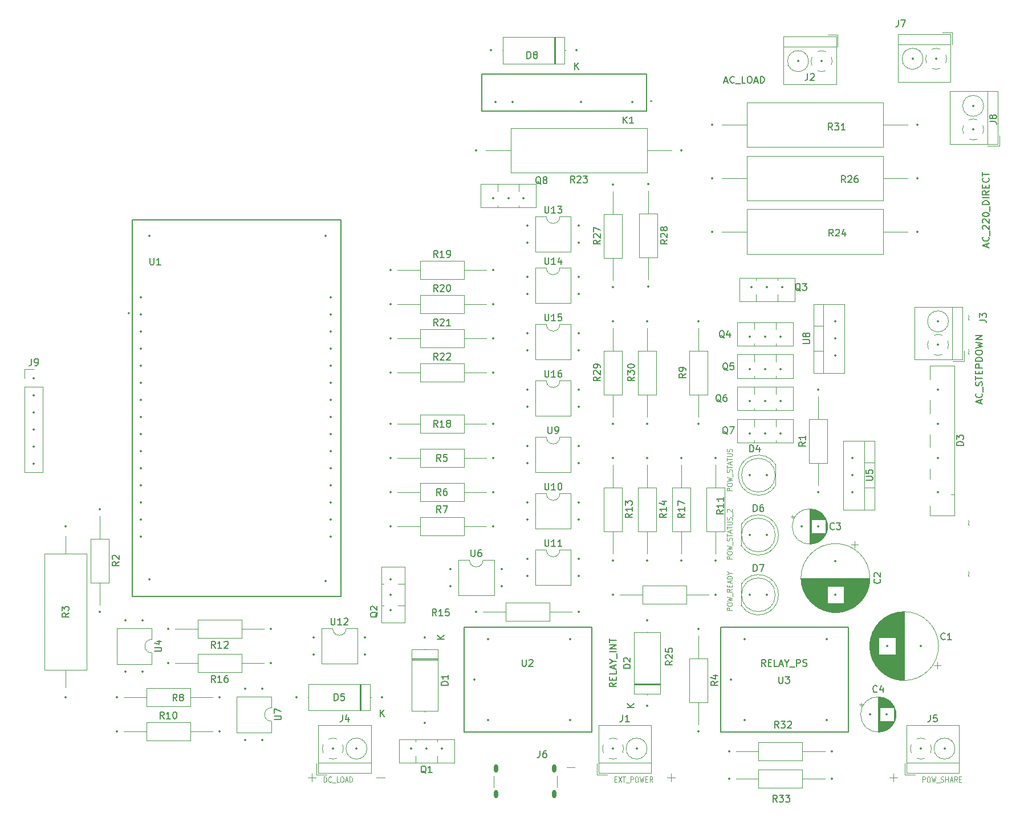
<source format=gto>
%TF.GenerationSoftware,KiCad,Pcbnew,8.0.3*%
%TF.CreationDate,2024-07-16T18:34:57+05:30*%
%TF.ProjectId,new kicad,6e657720-6b69-4636-9164-2e6b69636164,rev?*%
%TF.SameCoordinates,Original*%
%TF.FileFunction,Legend,Top*%
%TF.FilePolarity,Positive*%
%FSLAX46Y46*%
G04 Gerber Fmt 4.6, Leading zero omitted, Abs format (unit mm)*
G04 Created by KiCad (PCBNEW 8.0.3) date 2024-07-16 18:34:57*
%MOMM*%
%LPD*%
G01*
G04 APERTURE LIST*
%ADD10C,0.100000*%
%ADD11C,0.150000*%
%ADD12C,0.120000*%
%ADD13C,0.127000*%
%ADD14C,0.200000*%
%ADD15C,0.350000*%
%ADD16O,0.600000X1.200000*%
G04 APERTURE END LIST*
D10*
X117072455Y-149756895D02*
X117072455Y-148956895D01*
X117072455Y-148956895D02*
X117239122Y-148956895D01*
X117239122Y-148956895D02*
X117339122Y-148994990D01*
X117339122Y-148994990D02*
X117405789Y-149071180D01*
X117405789Y-149071180D02*
X117439122Y-149147371D01*
X117439122Y-149147371D02*
X117472455Y-149299752D01*
X117472455Y-149299752D02*
X117472455Y-149414038D01*
X117472455Y-149414038D02*
X117439122Y-149566419D01*
X117439122Y-149566419D02*
X117405789Y-149642609D01*
X117405789Y-149642609D02*
X117339122Y-149718800D01*
X117339122Y-149718800D02*
X117239122Y-149756895D01*
X117239122Y-149756895D02*
X117072455Y-149756895D01*
X118172455Y-149680704D02*
X118139122Y-149718800D01*
X118139122Y-149718800D02*
X118039122Y-149756895D01*
X118039122Y-149756895D02*
X117972455Y-149756895D01*
X117972455Y-149756895D02*
X117872455Y-149718800D01*
X117872455Y-149718800D02*
X117805789Y-149642609D01*
X117805789Y-149642609D02*
X117772455Y-149566419D01*
X117772455Y-149566419D02*
X117739122Y-149414038D01*
X117739122Y-149414038D02*
X117739122Y-149299752D01*
X117739122Y-149299752D02*
X117772455Y-149147371D01*
X117772455Y-149147371D02*
X117805789Y-149071180D01*
X117805789Y-149071180D02*
X117872455Y-148994990D01*
X117872455Y-148994990D02*
X117972455Y-148956895D01*
X117972455Y-148956895D02*
X118039122Y-148956895D01*
X118039122Y-148956895D02*
X118139122Y-148994990D01*
X118139122Y-148994990D02*
X118172455Y-149033085D01*
X118305789Y-149833085D02*
X118839122Y-149833085D01*
X119339122Y-149756895D02*
X119005788Y-149756895D01*
X119005788Y-149756895D02*
X119005788Y-148956895D01*
X119705789Y-148956895D02*
X119839122Y-148956895D01*
X119839122Y-148956895D02*
X119905789Y-148994990D01*
X119905789Y-148994990D02*
X119972455Y-149071180D01*
X119972455Y-149071180D02*
X120005789Y-149223561D01*
X120005789Y-149223561D02*
X120005789Y-149490228D01*
X120005789Y-149490228D02*
X119972455Y-149642609D01*
X119972455Y-149642609D02*
X119905789Y-149718800D01*
X119905789Y-149718800D02*
X119839122Y-149756895D01*
X119839122Y-149756895D02*
X119705789Y-149756895D01*
X119705789Y-149756895D02*
X119639122Y-149718800D01*
X119639122Y-149718800D02*
X119572455Y-149642609D01*
X119572455Y-149642609D02*
X119539122Y-149490228D01*
X119539122Y-149490228D02*
X119539122Y-149223561D01*
X119539122Y-149223561D02*
X119572455Y-149071180D01*
X119572455Y-149071180D02*
X119639122Y-148994990D01*
X119639122Y-148994990D02*
X119705789Y-148956895D01*
X120272455Y-149528323D02*
X120605788Y-149528323D01*
X120205788Y-149756895D02*
X120439122Y-148956895D01*
X120439122Y-148956895D02*
X120672455Y-149756895D01*
X120905788Y-149756895D02*
X120905788Y-148956895D01*
X120905788Y-148956895D02*
X121072455Y-148956895D01*
X121072455Y-148956895D02*
X121172455Y-148994990D01*
X121172455Y-148994990D02*
X121239122Y-149071180D01*
X121239122Y-149071180D02*
X121272455Y-149147371D01*
X121272455Y-149147371D02*
X121305788Y-149299752D01*
X121305788Y-149299752D02*
X121305788Y-149414038D01*
X121305788Y-149414038D02*
X121272455Y-149566419D01*
X121272455Y-149566419D02*
X121239122Y-149642609D01*
X121239122Y-149642609D02*
X121172455Y-149718800D01*
X121172455Y-149718800D02*
X121072455Y-149756895D01*
X121072455Y-149756895D02*
X120905788Y-149756895D01*
D11*
X176539160Y-45584104D02*
X177015350Y-45584104D01*
X176443922Y-45869819D02*
X176777255Y-44869819D01*
X176777255Y-44869819D02*
X177110588Y-45869819D01*
X178015350Y-45774580D02*
X177967731Y-45822200D01*
X177967731Y-45822200D02*
X177824874Y-45869819D01*
X177824874Y-45869819D02*
X177729636Y-45869819D01*
X177729636Y-45869819D02*
X177586779Y-45822200D01*
X177586779Y-45822200D02*
X177491541Y-45726961D01*
X177491541Y-45726961D02*
X177443922Y-45631723D01*
X177443922Y-45631723D02*
X177396303Y-45441247D01*
X177396303Y-45441247D02*
X177396303Y-45298390D01*
X177396303Y-45298390D02*
X177443922Y-45107914D01*
X177443922Y-45107914D02*
X177491541Y-45012676D01*
X177491541Y-45012676D02*
X177586779Y-44917438D01*
X177586779Y-44917438D02*
X177729636Y-44869819D01*
X177729636Y-44869819D02*
X177824874Y-44869819D01*
X177824874Y-44869819D02*
X177967731Y-44917438D01*
X177967731Y-44917438D02*
X178015350Y-44965057D01*
X178205827Y-45965057D02*
X178967731Y-45965057D01*
X179682017Y-45869819D02*
X179205827Y-45869819D01*
X179205827Y-45869819D02*
X179205827Y-44869819D01*
X180205827Y-44869819D02*
X180396303Y-44869819D01*
X180396303Y-44869819D02*
X180491541Y-44917438D01*
X180491541Y-44917438D02*
X180586779Y-45012676D01*
X180586779Y-45012676D02*
X180634398Y-45203152D01*
X180634398Y-45203152D02*
X180634398Y-45536485D01*
X180634398Y-45536485D02*
X180586779Y-45726961D01*
X180586779Y-45726961D02*
X180491541Y-45822200D01*
X180491541Y-45822200D02*
X180396303Y-45869819D01*
X180396303Y-45869819D02*
X180205827Y-45869819D01*
X180205827Y-45869819D02*
X180110589Y-45822200D01*
X180110589Y-45822200D02*
X180015351Y-45726961D01*
X180015351Y-45726961D02*
X179967732Y-45536485D01*
X179967732Y-45536485D02*
X179967732Y-45203152D01*
X179967732Y-45203152D02*
X180015351Y-45012676D01*
X180015351Y-45012676D02*
X180110589Y-44917438D01*
X180110589Y-44917438D02*
X180205827Y-44869819D01*
X181015351Y-45584104D02*
X181491541Y-45584104D01*
X180920113Y-45869819D02*
X181253446Y-44869819D01*
X181253446Y-44869819D02*
X181586779Y-45869819D01*
X181920113Y-45869819D02*
X181920113Y-44869819D01*
X181920113Y-44869819D02*
X182158208Y-44869819D01*
X182158208Y-44869819D02*
X182301065Y-44917438D01*
X182301065Y-44917438D02*
X182396303Y-45012676D01*
X182396303Y-45012676D02*
X182443922Y-45107914D01*
X182443922Y-45107914D02*
X182491541Y-45298390D01*
X182491541Y-45298390D02*
X182491541Y-45441247D01*
X182491541Y-45441247D02*
X182443922Y-45631723D01*
X182443922Y-45631723D02*
X182396303Y-45726961D01*
X182396303Y-45726961D02*
X182301065Y-45822200D01*
X182301065Y-45822200D02*
X182158208Y-45869819D01*
X182158208Y-45869819D02*
X181920113Y-45869819D01*
D10*
X212851466Y-86151353D02*
X212803847Y-86079925D01*
X212803847Y-86079925D02*
X212756228Y-85937068D01*
X212756228Y-85937068D02*
X212851466Y-85651353D01*
X212851466Y-85651353D02*
X212803847Y-85508496D01*
X212803847Y-85508496D02*
X212756228Y-85437068D01*
X212851466Y-111551353D02*
X212803847Y-111479925D01*
X212803847Y-111479925D02*
X212756228Y-111337068D01*
X212756228Y-111337068D02*
X212851466Y-111051353D01*
X212851466Y-111051353D02*
X212803847Y-110908496D01*
X212803847Y-110908496D02*
X212756228Y-110837068D01*
D11*
X215584104Y-70210839D02*
X215584104Y-69734649D01*
X215869819Y-70306077D02*
X214869819Y-69972744D01*
X214869819Y-69972744D02*
X215869819Y-69639411D01*
X215774580Y-68734649D02*
X215822200Y-68782268D01*
X215822200Y-68782268D02*
X215869819Y-68925125D01*
X215869819Y-68925125D02*
X215869819Y-69020363D01*
X215869819Y-69020363D02*
X215822200Y-69163220D01*
X215822200Y-69163220D02*
X215726961Y-69258458D01*
X215726961Y-69258458D02*
X215631723Y-69306077D01*
X215631723Y-69306077D02*
X215441247Y-69353696D01*
X215441247Y-69353696D02*
X215298390Y-69353696D01*
X215298390Y-69353696D02*
X215107914Y-69306077D01*
X215107914Y-69306077D02*
X215012676Y-69258458D01*
X215012676Y-69258458D02*
X214917438Y-69163220D01*
X214917438Y-69163220D02*
X214869819Y-69020363D01*
X214869819Y-69020363D02*
X214869819Y-68925125D01*
X214869819Y-68925125D02*
X214917438Y-68782268D01*
X214917438Y-68782268D02*
X214965057Y-68734649D01*
X215965057Y-68544173D02*
X215965057Y-67782268D01*
X214965057Y-67591791D02*
X214917438Y-67544172D01*
X214917438Y-67544172D02*
X214869819Y-67448934D01*
X214869819Y-67448934D02*
X214869819Y-67210839D01*
X214869819Y-67210839D02*
X214917438Y-67115601D01*
X214917438Y-67115601D02*
X214965057Y-67067982D01*
X214965057Y-67067982D02*
X215060295Y-67020363D01*
X215060295Y-67020363D02*
X215155533Y-67020363D01*
X215155533Y-67020363D02*
X215298390Y-67067982D01*
X215298390Y-67067982D02*
X215869819Y-67639410D01*
X215869819Y-67639410D02*
X215869819Y-67020363D01*
X214965057Y-66639410D02*
X214917438Y-66591791D01*
X214917438Y-66591791D02*
X214869819Y-66496553D01*
X214869819Y-66496553D02*
X214869819Y-66258458D01*
X214869819Y-66258458D02*
X214917438Y-66163220D01*
X214917438Y-66163220D02*
X214965057Y-66115601D01*
X214965057Y-66115601D02*
X215060295Y-66067982D01*
X215060295Y-66067982D02*
X215155533Y-66067982D01*
X215155533Y-66067982D02*
X215298390Y-66115601D01*
X215298390Y-66115601D02*
X215869819Y-66687029D01*
X215869819Y-66687029D02*
X215869819Y-66067982D01*
X214869819Y-65448934D02*
X214869819Y-65353696D01*
X214869819Y-65353696D02*
X214917438Y-65258458D01*
X214917438Y-65258458D02*
X214965057Y-65210839D01*
X214965057Y-65210839D02*
X215060295Y-65163220D01*
X215060295Y-65163220D02*
X215250771Y-65115601D01*
X215250771Y-65115601D02*
X215488866Y-65115601D01*
X215488866Y-65115601D02*
X215679342Y-65163220D01*
X215679342Y-65163220D02*
X215774580Y-65210839D01*
X215774580Y-65210839D02*
X215822200Y-65258458D01*
X215822200Y-65258458D02*
X215869819Y-65353696D01*
X215869819Y-65353696D02*
X215869819Y-65448934D01*
X215869819Y-65448934D02*
X215822200Y-65544172D01*
X215822200Y-65544172D02*
X215774580Y-65591791D01*
X215774580Y-65591791D02*
X215679342Y-65639410D01*
X215679342Y-65639410D02*
X215488866Y-65687029D01*
X215488866Y-65687029D02*
X215250771Y-65687029D01*
X215250771Y-65687029D02*
X215060295Y-65639410D01*
X215060295Y-65639410D02*
X214965057Y-65591791D01*
X214965057Y-65591791D02*
X214917438Y-65544172D01*
X214917438Y-65544172D02*
X214869819Y-65448934D01*
X215965057Y-64925125D02*
X215965057Y-64163220D01*
X215869819Y-63925124D02*
X214869819Y-63925124D01*
X214869819Y-63925124D02*
X214869819Y-63687029D01*
X214869819Y-63687029D02*
X214917438Y-63544172D01*
X214917438Y-63544172D02*
X215012676Y-63448934D01*
X215012676Y-63448934D02*
X215107914Y-63401315D01*
X215107914Y-63401315D02*
X215298390Y-63353696D01*
X215298390Y-63353696D02*
X215441247Y-63353696D01*
X215441247Y-63353696D02*
X215631723Y-63401315D01*
X215631723Y-63401315D02*
X215726961Y-63448934D01*
X215726961Y-63448934D02*
X215822200Y-63544172D01*
X215822200Y-63544172D02*
X215869819Y-63687029D01*
X215869819Y-63687029D02*
X215869819Y-63925124D01*
X215869819Y-62925124D02*
X214869819Y-62925124D01*
X215869819Y-61877506D02*
X215393628Y-62210839D01*
X215869819Y-62448934D02*
X214869819Y-62448934D01*
X214869819Y-62448934D02*
X214869819Y-62067982D01*
X214869819Y-62067982D02*
X214917438Y-61972744D01*
X214917438Y-61972744D02*
X214965057Y-61925125D01*
X214965057Y-61925125D02*
X215060295Y-61877506D01*
X215060295Y-61877506D02*
X215203152Y-61877506D01*
X215203152Y-61877506D02*
X215298390Y-61925125D01*
X215298390Y-61925125D02*
X215346009Y-61972744D01*
X215346009Y-61972744D02*
X215393628Y-62067982D01*
X215393628Y-62067982D02*
X215393628Y-62448934D01*
X215346009Y-61448934D02*
X215346009Y-61115601D01*
X215869819Y-60972744D02*
X215869819Y-61448934D01*
X215869819Y-61448934D02*
X214869819Y-61448934D01*
X214869819Y-61448934D02*
X214869819Y-60972744D01*
X215774580Y-59972744D02*
X215822200Y-60020363D01*
X215822200Y-60020363D02*
X215869819Y-60163220D01*
X215869819Y-60163220D02*
X215869819Y-60258458D01*
X215869819Y-60258458D02*
X215822200Y-60401315D01*
X215822200Y-60401315D02*
X215726961Y-60496553D01*
X215726961Y-60496553D02*
X215631723Y-60544172D01*
X215631723Y-60544172D02*
X215441247Y-60591791D01*
X215441247Y-60591791D02*
X215298390Y-60591791D01*
X215298390Y-60591791D02*
X215107914Y-60544172D01*
X215107914Y-60544172D02*
X215012676Y-60496553D01*
X215012676Y-60496553D02*
X214917438Y-60401315D01*
X214917438Y-60401315D02*
X214869819Y-60258458D01*
X214869819Y-60258458D02*
X214869819Y-60163220D01*
X214869819Y-60163220D02*
X214917438Y-60020363D01*
X214917438Y-60020363D02*
X214965057Y-59972744D01*
X214869819Y-59687029D02*
X214869819Y-59115601D01*
X215869819Y-59401315D02*
X214869819Y-59401315D01*
D10*
X177696895Y-116607544D02*
X176896895Y-116607544D01*
X176896895Y-116607544D02*
X176896895Y-116340877D01*
X176896895Y-116340877D02*
X176934990Y-116274211D01*
X176934990Y-116274211D02*
X176973085Y-116240877D01*
X176973085Y-116240877D02*
X177049276Y-116207544D01*
X177049276Y-116207544D02*
X177163561Y-116207544D01*
X177163561Y-116207544D02*
X177239752Y-116240877D01*
X177239752Y-116240877D02*
X177277847Y-116274211D01*
X177277847Y-116274211D02*
X177315942Y-116340877D01*
X177315942Y-116340877D02*
X177315942Y-116607544D01*
X176896895Y-115774211D02*
X176896895Y-115640877D01*
X176896895Y-115640877D02*
X176934990Y-115574211D01*
X176934990Y-115574211D02*
X177011180Y-115507544D01*
X177011180Y-115507544D02*
X177163561Y-115474211D01*
X177163561Y-115474211D02*
X177430228Y-115474211D01*
X177430228Y-115474211D02*
X177582609Y-115507544D01*
X177582609Y-115507544D02*
X177658800Y-115574211D01*
X177658800Y-115574211D02*
X177696895Y-115640877D01*
X177696895Y-115640877D02*
X177696895Y-115774211D01*
X177696895Y-115774211D02*
X177658800Y-115840877D01*
X177658800Y-115840877D02*
X177582609Y-115907544D01*
X177582609Y-115907544D02*
X177430228Y-115940877D01*
X177430228Y-115940877D02*
X177163561Y-115940877D01*
X177163561Y-115940877D02*
X177011180Y-115907544D01*
X177011180Y-115907544D02*
X176934990Y-115840877D01*
X176934990Y-115840877D02*
X176896895Y-115774211D01*
X176896895Y-115240878D02*
X177696895Y-115074211D01*
X177696895Y-115074211D02*
X177125466Y-114940878D01*
X177125466Y-114940878D02*
X177696895Y-114807544D01*
X177696895Y-114807544D02*
X176896895Y-114640878D01*
X177773085Y-114540878D02*
X177773085Y-114007544D01*
X177658800Y-113874211D02*
X177696895Y-113774211D01*
X177696895Y-113774211D02*
X177696895Y-113607545D01*
X177696895Y-113607545D02*
X177658800Y-113540878D01*
X177658800Y-113540878D02*
X177620704Y-113507545D01*
X177620704Y-113507545D02*
X177544514Y-113474211D01*
X177544514Y-113474211D02*
X177468323Y-113474211D01*
X177468323Y-113474211D02*
X177392133Y-113507545D01*
X177392133Y-113507545D02*
X177354038Y-113540878D01*
X177354038Y-113540878D02*
X177315942Y-113607545D01*
X177315942Y-113607545D02*
X177277847Y-113740878D01*
X177277847Y-113740878D02*
X177239752Y-113807545D01*
X177239752Y-113807545D02*
X177201657Y-113840878D01*
X177201657Y-113840878D02*
X177125466Y-113874211D01*
X177125466Y-113874211D02*
X177049276Y-113874211D01*
X177049276Y-113874211D02*
X176973085Y-113840878D01*
X176973085Y-113840878D02*
X176934990Y-113807545D01*
X176934990Y-113807545D02*
X176896895Y-113740878D01*
X176896895Y-113740878D02*
X176896895Y-113574211D01*
X176896895Y-113574211D02*
X176934990Y-113474211D01*
X176896895Y-113274211D02*
X176896895Y-112874211D01*
X177696895Y-113074211D02*
X176896895Y-113074211D01*
X177468323Y-112674211D02*
X177468323Y-112340878D01*
X177696895Y-112740878D02*
X176896895Y-112507545D01*
X176896895Y-112507545D02*
X177696895Y-112274211D01*
X176896895Y-112140878D02*
X176896895Y-111740878D01*
X177696895Y-111940878D02*
X176896895Y-111940878D01*
X176896895Y-111507545D02*
X177544514Y-111507545D01*
X177544514Y-111507545D02*
X177620704Y-111474212D01*
X177620704Y-111474212D02*
X177658800Y-111440878D01*
X177658800Y-111440878D02*
X177696895Y-111374212D01*
X177696895Y-111374212D02*
X177696895Y-111240878D01*
X177696895Y-111240878D02*
X177658800Y-111174212D01*
X177658800Y-111174212D02*
X177620704Y-111140878D01*
X177620704Y-111140878D02*
X177544514Y-111107545D01*
X177544514Y-111107545D02*
X176896895Y-111107545D01*
X177658800Y-110807545D02*
X177696895Y-110707545D01*
X177696895Y-110707545D02*
X177696895Y-110540879D01*
X177696895Y-110540879D02*
X177658800Y-110474212D01*
X177658800Y-110474212D02*
X177620704Y-110440879D01*
X177620704Y-110440879D02*
X177544514Y-110407545D01*
X177544514Y-110407545D02*
X177468323Y-110407545D01*
X177468323Y-110407545D02*
X177392133Y-110440879D01*
X177392133Y-110440879D02*
X177354038Y-110474212D01*
X177354038Y-110474212D02*
X177315942Y-110540879D01*
X177315942Y-110540879D02*
X177277847Y-110674212D01*
X177277847Y-110674212D02*
X177239752Y-110740879D01*
X177239752Y-110740879D02*
X177201657Y-110774212D01*
X177201657Y-110774212D02*
X177125466Y-110807545D01*
X177125466Y-110807545D02*
X177049276Y-110807545D01*
X177049276Y-110807545D02*
X176973085Y-110774212D01*
X176973085Y-110774212D02*
X176934990Y-110740879D01*
X176934990Y-110740879D02*
X176896895Y-110674212D01*
X176896895Y-110674212D02*
X176896895Y-110507545D01*
X176896895Y-110507545D02*
X176934990Y-110407545D01*
X177773085Y-110274212D02*
X177773085Y-109740878D01*
X176973085Y-109607545D02*
X176934990Y-109574212D01*
X176934990Y-109574212D02*
X176896895Y-109507545D01*
X176896895Y-109507545D02*
X176896895Y-109340879D01*
X176896895Y-109340879D02*
X176934990Y-109274212D01*
X176934990Y-109274212D02*
X176973085Y-109240879D01*
X176973085Y-109240879D02*
X177049276Y-109207545D01*
X177049276Y-109207545D02*
X177125466Y-109207545D01*
X177125466Y-109207545D02*
X177239752Y-109240879D01*
X177239752Y-109240879D02*
X177696895Y-109640879D01*
X177696895Y-109640879D02*
X177696895Y-109207545D01*
X153136741Y-147599466D02*
X154355789Y-147599466D01*
X177696895Y-124227544D02*
X176896895Y-124227544D01*
X176896895Y-124227544D02*
X176896895Y-123960877D01*
X176896895Y-123960877D02*
X176934990Y-123894211D01*
X176934990Y-123894211D02*
X176973085Y-123860877D01*
X176973085Y-123860877D02*
X177049276Y-123827544D01*
X177049276Y-123827544D02*
X177163561Y-123827544D01*
X177163561Y-123827544D02*
X177239752Y-123860877D01*
X177239752Y-123860877D02*
X177277847Y-123894211D01*
X177277847Y-123894211D02*
X177315942Y-123960877D01*
X177315942Y-123960877D02*
X177315942Y-124227544D01*
X176896895Y-123394211D02*
X176896895Y-123260877D01*
X176896895Y-123260877D02*
X176934990Y-123194211D01*
X176934990Y-123194211D02*
X177011180Y-123127544D01*
X177011180Y-123127544D02*
X177163561Y-123094211D01*
X177163561Y-123094211D02*
X177430228Y-123094211D01*
X177430228Y-123094211D02*
X177582609Y-123127544D01*
X177582609Y-123127544D02*
X177658800Y-123194211D01*
X177658800Y-123194211D02*
X177696895Y-123260877D01*
X177696895Y-123260877D02*
X177696895Y-123394211D01*
X177696895Y-123394211D02*
X177658800Y-123460877D01*
X177658800Y-123460877D02*
X177582609Y-123527544D01*
X177582609Y-123527544D02*
X177430228Y-123560877D01*
X177430228Y-123560877D02*
X177163561Y-123560877D01*
X177163561Y-123560877D02*
X177011180Y-123527544D01*
X177011180Y-123527544D02*
X176934990Y-123460877D01*
X176934990Y-123460877D02*
X176896895Y-123394211D01*
X176896895Y-122860878D02*
X177696895Y-122694211D01*
X177696895Y-122694211D02*
X177125466Y-122560878D01*
X177125466Y-122560878D02*
X177696895Y-122427544D01*
X177696895Y-122427544D02*
X176896895Y-122260878D01*
X177773085Y-122160878D02*
X177773085Y-121627544D01*
X177696895Y-121060878D02*
X177315942Y-121294211D01*
X177696895Y-121460878D02*
X176896895Y-121460878D01*
X176896895Y-121460878D02*
X176896895Y-121194211D01*
X176896895Y-121194211D02*
X176934990Y-121127545D01*
X176934990Y-121127545D02*
X176973085Y-121094211D01*
X176973085Y-121094211D02*
X177049276Y-121060878D01*
X177049276Y-121060878D02*
X177163561Y-121060878D01*
X177163561Y-121060878D02*
X177239752Y-121094211D01*
X177239752Y-121094211D02*
X177277847Y-121127545D01*
X177277847Y-121127545D02*
X177315942Y-121194211D01*
X177315942Y-121194211D02*
X177315942Y-121460878D01*
X177277847Y-120760878D02*
X177277847Y-120527545D01*
X177696895Y-120427545D02*
X177696895Y-120760878D01*
X177696895Y-120760878D02*
X176896895Y-120760878D01*
X176896895Y-120760878D02*
X176896895Y-120427545D01*
X177468323Y-120160878D02*
X177468323Y-119827545D01*
X177696895Y-120227545D02*
X176896895Y-119994212D01*
X176896895Y-119994212D02*
X177696895Y-119760878D01*
X177696895Y-119527545D02*
X176896895Y-119527545D01*
X176896895Y-119527545D02*
X176896895Y-119360878D01*
X176896895Y-119360878D02*
X176934990Y-119260878D01*
X176934990Y-119260878D02*
X177011180Y-119194212D01*
X177011180Y-119194212D02*
X177087371Y-119160878D01*
X177087371Y-119160878D02*
X177239752Y-119127545D01*
X177239752Y-119127545D02*
X177354038Y-119127545D01*
X177354038Y-119127545D02*
X177506419Y-119160878D01*
X177506419Y-119160878D02*
X177582609Y-119194212D01*
X177582609Y-119194212D02*
X177658800Y-119260878D01*
X177658800Y-119260878D02*
X177696895Y-119360878D01*
X177696895Y-119360878D02*
X177696895Y-119527545D01*
X177315942Y-118694212D02*
X177696895Y-118694212D01*
X176896895Y-118927545D02*
X177315942Y-118694212D01*
X177315942Y-118694212D02*
X176896895Y-118460878D01*
X201082931Y-149099800D02*
X202225789Y-149099800D01*
X201654360Y-149671228D02*
X201654360Y-148528371D01*
X124906741Y-149049466D02*
X126125789Y-149049466D01*
X212851466Y-119171353D02*
X212803847Y-119099925D01*
X212803847Y-119099925D02*
X212756228Y-118957068D01*
X212756228Y-118957068D02*
X212851466Y-118671353D01*
X212851466Y-118671353D02*
X212803847Y-118528496D01*
X212803847Y-118528496D02*
X212756228Y-118457068D01*
D11*
X214584104Y-93460839D02*
X214584104Y-92984649D01*
X214869819Y-93556077D02*
X213869819Y-93222744D01*
X213869819Y-93222744D02*
X214869819Y-92889411D01*
X214774580Y-91984649D02*
X214822200Y-92032268D01*
X214822200Y-92032268D02*
X214869819Y-92175125D01*
X214869819Y-92175125D02*
X214869819Y-92270363D01*
X214869819Y-92270363D02*
X214822200Y-92413220D01*
X214822200Y-92413220D02*
X214726961Y-92508458D01*
X214726961Y-92508458D02*
X214631723Y-92556077D01*
X214631723Y-92556077D02*
X214441247Y-92603696D01*
X214441247Y-92603696D02*
X214298390Y-92603696D01*
X214298390Y-92603696D02*
X214107914Y-92556077D01*
X214107914Y-92556077D02*
X214012676Y-92508458D01*
X214012676Y-92508458D02*
X213917438Y-92413220D01*
X213917438Y-92413220D02*
X213869819Y-92270363D01*
X213869819Y-92270363D02*
X213869819Y-92175125D01*
X213869819Y-92175125D02*
X213917438Y-92032268D01*
X213917438Y-92032268D02*
X213965057Y-91984649D01*
X214965057Y-91794173D02*
X214965057Y-91032268D01*
X214822200Y-90841791D02*
X214869819Y-90698934D01*
X214869819Y-90698934D02*
X214869819Y-90460839D01*
X214869819Y-90460839D02*
X214822200Y-90365601D01*
X214822200Y-90365601D02*
X214774580Y-90317982D01*
X214774580Y-90317982D02*
X214679342Y-90270363D01*
X214679342Y-90270363D02*
X214584104Y-90270363D01*
X214584104Y-90270363D02*
X214488866Y-90317982D01*
X214488866Y-90317982D02*
X214441247Y-90365601D01*
X214441247Y-90365601D02*
X214393628Y-90460839D01*
X214393628Y-90460839D02*
X214346009Y-90651315D01*
X214346009Y-90651315D02*
X214298390Y-90746553D01*
X214298390Y-90746553D02*
X214250771Y-90794172D01*
X214250771Y-90794172D02*
X214155533Y-90841791D01*
X214155533Y-90841791D02*
X214060295Y-90841791D01*
X214060295Y-90841791D02*
X213965057Y-90794172D01*
X213965057Y-90794172D02*
X213917438Y-90746553D01*
X213917438Y-90746553D02*
X213869819Y-90651315D01*
X213869819Y-90651315D02*
X213869819Y-90413220D01*
X213869819Y-90413220D02*
X213917438Y-90270363D01*
X213869819Y-89984648D02*
X213869819Y-89413220D01*
X214869819Y-89698934D02*
X213869819Y-89698934D01*
X214346009Y-89079886D02*
X214346009Y-88746553D01*
X214869819Y-88603696D02*
X214869819Y-89079886D01*
X214869819Y-89079886D02*
X213869819Y-89079886D01*
X213869819Y-89079886D02*
X213869819Y-88603696D01*
X214869819Y-88175124D02*
X213869819Y-88175124D01*
X213869819Y-88175124D02*
X213869819Y-87794172D01*
X213869819Y-87794172D02*
X213917438Y-87698934D01*
X213917438Y-87698934D02*
X213965057Y-87651315D01*
X213965057Y-87651315D02*
X214060295Y-87603696D01*
X214060295Y-87603696D02*
X214203152Y-87603696D01*
X214203152Y-87603696D02*
X214298390Y-87651315D01*
X214298390Y-87651315D02*
X214346009Y-87698934D01*
X214346009Y-87698934D02*
X214393628Y-87794172D01*
X214393628Y-87794172D02*
X214393628Y-88175124D01*
X214869819Y-87175124D02*
X213869819Y-87175124D01*
X213869819Y-87175124D02*
X213869819Y-86937029D01*
X213869819Y-86937029D02*
X213917438Y-86794172D01*
X213917438Y-86794172D02*
X214012676Y-86698934D01*
X214012676Y-86698934D02*
X214107914Y-86651315D01*
X214107914Y-86651315D02*
X214298390Y-86603696D01*
X214298390Y-86603696D02*
X214441247Y-86603696D01*
X214441247Y-86603696D02*
X214631723Y-86651315D01*
X214631723Y-86651315D02*
X214726961Y-86698934D01*
X214726961Y-86698934D02*
X214822200Y-86794172D01*
X214822200Y-86794172D02*
X214869819Y-86937029D01*
X214869819Y-86937029D02*
X214869819Y-87175124D01*
X213869819Y-85984648D02*
X213869819Y-85794172D01*
X213869819Y-85794172D02*
X213917438Y-85698934D01*
X213917438Y-85698934D02*
X214012676Y-85603696D01*
X214012676Y-85603696D02*
X214203152Y-85556077D01*
X214203152Y-85556077D02*
X214536485Y-85556077D01*
X214536485Y-85556077D02*
X214726961Y-85603696D01*
X214726961Y-85603696D02*
X214822200Y-85698934D01*
X214822200Y-85698934D02*
X214869819Y-85794172D01*
X214869819Y-85794172D02*
X214869819Y-85984648D01*
X214869819Y-85984648D02*
X214822200Y-86079886D01*
X214822200Y-86079886D02*
X214726961Y-86175124D01*
X214726961Y-86175124D02*
X214536485Y-86222743D01*
X214536485Y-86222743D02*
X214203152Y-86222743D01*
X214203152Y-86222743D02*
X214012676Y-86175124D01*
X214012676Y-86175124D02*
X213917438Y-86079886D01*
X213917438Y-86079886D02*
X213869819Y-85984648D01*
X213869819Y-85222743D02*
X214869819Y-84984648D01*
X214869819Y-84984648D02*
X214155533Y-84794172D01*
X214155533Y-84794172D02*
X214869819Y-84603696D01*
X214869819Y-84603696D02*
X213869819Y-84365601D01*
X214869819Y-83984648D02*
X213869819Y-83984648D01*
X213869819Y-83984648D02*
X214869819Y-83413220D01*
X214869819Y-83413220D02*
X213869819Y-83413220D01*
D10*
X205972455Y-149756895D02*
X205972455Y-148956895D01*
X205972455Y-148956895D02*
X206239122Y-148956895D01*
X206239122Y-148956895D02*
X206305789Y-148994990D01*
X206305789Y-148994990D02*
X206339122Y-149033085D01*
X206339122Y-149033085D02*
X206372455Y-149109276D01*
X206372455Y-149109276D02*
X206372455Y-149223561D01*
X206372455Y-149223561D02*
X206339122Y-149299752D01*
X206339122Y-149299752D02*
X206305789Y-149337847D01*
X206305789Y-149337847D02*
X206239122Y-149375942D01*
X206239122Y-149375942D02*
X205972455Y-149375942D01*
X206805789Y-148956895D02*
X206939122Y-148956895D01*
X206939122Y-148956895D02*
X207005789Y-148994990D01*
X207005789Y-148994990D02*
X207072455Y-149071180D01*
X207072455Y-149071180D02*
X207105789Y-149223561D01*
X207105789Y-149223561D02*
X207105789Y-149490228D01*
X207105789Y-149490228D02*
X207072455Y-149642609D01*
X207072455Y-149642609D02*
X207005789Y-149718800D01*
X207005789Y-149718800D02*
X206939122Y-149756895D01*
X206939122Y-149756895D02*
X206805789Y-149756895D01*
X206805789Y-149756895D02*
X206739122Y-149718800D01*
X206739122Y-149718800D02*
X206672455Y-149642609D01*
X206672455Y-149642609D02*
X206639122Y-149490228D01*
X206639122Y-149490228D02*
X206639122Y-149223561D01*
X206639122Y-149223561D02*
X206672455Y-149071180D01*
X206672455Y-149071180D02*
X206739122Y-148994990D01*
X206739122Y-148994990D02*
X206805789Y-148956895D01*
X207339122Y-148956895D02*
X207505788Y-149756895D01*
X207505788Y-149756895D02*
X207639122Y-149185466D01*
X207639122Y-149185466D02*
X207772455Y-149756895D01*
X207772455Y-149756895D02*
X207939122Y-148956895D01*
X208039122Y-149833085D02*
X208572455Y-149833085D01*
X208705788Y-149718800D02*
X208805788Y-149756895D01*
X208805788Y-149756895D02*
X208972455Y-149756895D01*
X208972455Y-149756895D02*
X209039121Y-149718800D01*
X209039121Y-149718800D02*
X209072455Y-149680704D01*
X209072455Y-149680704D02*
X209105788Y-149604514D01*
X209105788Y-149604514D02*
X209105788Y-149528323D01*
X209105788Y-149528323D02*
X209072455Y-149452133D01*
X209072455Y-149452133D02*
X209039121Y-149414038D01*
X209039121Y-149414038D02*
X208972455Y-149375942D01*
X208972455Y-149375942D02*
X208839121Y-149337847D01*
X208839121Y-149337847D02*
X208772455Y-149299752D01*
X208772455Y-149299752D02*
X208739121Y-149261657D01*
X208739121Y-149261657D02*
X208705788Y-149185466D01*
X208705788Y-149185466D02*
X208705788Y-149109276D01*
X208705788Y-149109276D02*
X208739121Y-149033085D01*
X208739121Y-149033085D02*
X208772455Y-148994990D01*
X208772455Y-148994990D02*
X208839121Y-148956895D01*
X208839121Y-148956895D02*
X209005788Y-148956895D01*
X209005788Y-148956895D02*
X209105788Y-148994990D01*
X209405788Y-149756895D02*
X209405788Y-148956895D01*
X209405788Y-149337847D02*
X209805788Y-149337847D01*
X209805788Y-149756895D02*
X209805788Y-148956895D01*
X210105788Y-149528323D02*
X210439121Y-149528323D01*
X210039121Y-149756895D02*
X210272455Y-148956895D01*
X210272455Y-148956895D02*
X210505788Y-149756895D01*
X211139121Y-149756895D02*
X210905788Y-149375942D01*
X210739121Y-149756895D02*
X210739121Y-148956895D01*
X210739121Y-148956895D02*
X211005788Y-148956895D01*
X211005788Y-148956895D02*
X211072455Y-148994990D01*
X211072455Y-148994990D02*
X211105788Y-149033085D01*
X211105788Y-149033085D02*
X211139121Y-149109276D01*
X211139121Y-149109276D02*
X211139121Y-149223561D01*
X211139121Y-149223561D02*
X211105788Y-149299752D01*
X211105788Y-149299752D02*
X211072455Y-149337847D01*
X211072455Y-149337847D02*
X211005788Y-149375942D01*
X211005788Y-149375942D02*
X210739121Y-149375942D01*
X211439121Y-149337847D02*
X211672455Y-149337847D01*
X211772455Y-149756895D02*
X211439121Y-149756895D01*
X211439121Y-149756895D02*
X211439121Y-148956895D01*
X211439121Y-148956895D02*
X211772455Y-148956895D01*
X177696895Y-106447544D02*
X176896895Y-106447544D01*
X176896895Y-106447544D02*
X176896895Y-106180877D01*
X176896895Y-106180877D02*
X176934990Y-106114211D01*
X176934990Y-106114211D02*
X176973085Y-106080877D01*
X176973085Y-106080877D02*
X177049276Y-106047544D01*
X177049276Y-106047544D02*
X177163561Y-106047544D01*
X177163561Y-106047544D02*
X177239752Y-106080877D01*
X177239752Y-106080877D02*
X177277847Y-106114211D01*
X177277847Y-106114211D02*
X177315942Y-106180877D01*
X177315942Y-106180877D02*
X177315942Y-106447544D01*
X176896895Y-105614211D02*
X176896895Y-105480877D01*
X176896895Y-105480877D02*
X176934990Y-105414211D01*
X176934990Y-105414211D02*
X177011180Y-105347544D01*
X177011180Y-105347544D02*
X177163561Y-105314211D01*
X177163561Y-105314211D02*
X177430228Y-105314211D01*
X177430228Y-105314211D02*
X177582609Y-105347544D01*
X177582609Y-105347544D02*
X177658800Y-105414211D01*
X177658800Y-105414211D02*
X177696895Y-105480877D01*
X177696895Y-105480877D02*
X177696895Y-105614211D01*
X177696895Y-105614211D02*
X177658800Y-105680877D01*
X177658800Y-105680877D02*
X177582609Y-105747544D01*
X177582609Y-105747544D02*
X177430228Y-105780877D01*
X177430228Y-105780877D02*
X177163561Y-105780877D01*
X177163561Y-105780877D02*
X177011180Y-105747544D01*
X177011180Y-105747544D02*
X176934990Y-105680877D01*
X176934990Y-105680877D02*
X176896895Y-105614211D01*
X176896895Y-105080878D02*
X177696895Y-104914211D01*
X177696895Y-104914211D02*
X177125466Y-104780878D01*
X177125466Y-104780878D02*
X177696895Y-104647544D01*
X177696895Y-104647544D02*
X176896895Y-104480878D01*
X177773085Y-104380878D02*
X177773085Y-103847544D01*
X177658800Y-103714211D02*
X177696895Y-103614211D01*
X177696895Y-103614211D02*
X177696895Y-103447545D01*
X177696895Y-103447545D02*
X177658800Y-103380878D01*
X177658800Y-103380878D02*
X177620704Y-103347545D01*
X177620704Y-103347545D02*
X177544514Y-103314211D01*
X177544514Y-103314211D02*
X177468323Y-103314211D01*
X177468323Y-103314211D02*
X177392133Y-103347545D01*
X177392133Y-103347545D02*
X177354038Y-103380878D01*
X177354038Y-103380878D02*
X177315942Y-103447545D01*
X177315942Y-103447545D02*
X177277847Y-103580878D01*
X177277847Y-103580878D02*
X177239752Y-103647545D01*
X177239752Y-103647545D02*
X177201657Y-103680878D01*
X177201657Y-103680878D02*
X177125466Y-103714211D01*
X177125466Y-103714211D02*
X177049276Y-103714211D01*
X177049276Y-103714211D02*
X176973085Y-103680878D01*
X176973085Y-103680878D02*
X176934990Y-103647545D01*
X176934990Y-103647545D02*
X176896895Y-103580878D01*
X176896895Y-103580878D02*
X176896895Y-103414211D01*
X176896895Y-103414211D02*
X176934990Y-103314211D01*
X176896895Y-103114211D02*
X176896895Y-102714211D01*
X177696895Y-102914211D02*
X176896895Y-102914211D01*
X177468323Y-102514211D02*
X177468323Y-102180878D01*
X177696895Y-102580878D02*
X176896895Y-102347545D01*
X176896895Y-102347545D02*
X177696895Y-102114211D01*
X176896895Y-101980878D02*
X176896895Y-101580878D01*
X177696895Y-101780878D02*
X176896895Y-101780878D01*
X176896895Y-101347545D02*
X177544514Y-101347545D01*
X177544514Y-101347545D02*
X177620704Y-101314212D01*
X177620704Y-101314212D02*
X177658800Y-101280878D01*
X177658800Y-101280878D02*
X177696895Y-101214212D01*
X177696895Y-101214212D02*
X177696895Y-101080878D01*
X177696895Y-101080878D02*
X177658800Y-101014212D01*
X177658800Y-101014212D02*
X177620704Y-100980878D01*
X177620704Y-100980878D02*
X177544514Y-100947545D01*
X177544514Y-100947545D02*
X176896895Y-100947545D01*
X177658800Y-100647545D02*
X177696895Y-100547545D01*
X177696895Y-100547545D02*
X177696895Y-100380879D01*
X177696895Y-100380879D02*
X177658800Y-100314212D01*
X177658800Y-100314212D02*
X177620704Y-100280879D01*
X177620704Y-100280879D02*
X177544514Y-100247545D01*
X177544514Y-100247545D02*
X177468323Y-100247545D01*
X177468323Y-100247545D02*
X177392133Y-100280879D01*
X177392133Y-100280879D02*
X177354038Y-100314212D01*
X177354038Y-100314212D02*
X177315942Y-100380879D01*
X177315942Y-100380879D02*
X177277847Y-100514212D01*
X177277847Y-100514212D02*
X177239752Y-100580879D01*
X177239752Y-100580879D02*
X177201657Y-100614212D01*
X177201657Y-100614212D02*
X177125466Y-100647545D01*
X177125466Y-100647545D02*
X177049276Y-100647545D01*
X177049276Y-100647545D02*
X176973085Y-100614212D01*
X176973085Y-100614212D02*
X176934990Y-100580879D01*
X176934990Y-100580879D02*
X176896895Y-100514212D01*
X176896895Y-100514212D02*
X176896895Y-100347545D01*
X176896895Y-100347545D02*
X176934990Y-100247545D01*
X160252455Y-149337847D02*
X160485789Y-149337847D01*
X160585789Y-149756895D02*
X160252455Y-149756895D01*
X160252455Y-149756895D02*
X160252455Y-148956895D01*
X160252455Y-148956895D02*
X160585789Y-148956895D01*
X160819122Y-148956895D02*
X161285788Y-149756895D01*
X161285788Y-148956895D02*
X160819122Y-149756895D01*
X161452455Y-148956895D02*
X161852455Y-148956895D01*
X161652455Y-149756895D02*
X161652455Y-148956895D01*
X161919122Y-149833085D02*
X162452455Y-149833085D01*
X162619121Y-149756895D02*
X162619121Y-148956895D01*
X162619121Y-148956895D02*
X162885788Y-148956895D01*
X162885788Y-148956895D02*
X162952455Y-148994990D01*
X162952455Y-148994990D02*
X162985788Y-149033085D01*
X162985788Y-149033085D02*
X163019121Y-149109276D01*
X163019121Y-149109276D02*
X163019121Y-149223561D01*
X163019121Y-149223561D02*
X162985788Y-149299752D01*
X162985788Y-149299752D02*
X162952455Y-149337847D01*
X162952455Y-149337847D02*
X162885788Y-149375942D01*
X162885788Y-149375942D02*
X162619121Y-149375942D01*
X163452455Y-148956895D02*
X163585788Y-148956895D01*
X163585788Y-148956895D02*
X163652455Y-148994990D01*
X163652455Y-148994990D02*
X163719121Y-149071180D01*
X163719121Y-149071180D02*
X163752455Y-149223561D01*
X163752455Y-149223561D02*
X163752455Y-149490228D01*
X163752455Y-149490228D02*
X163719121Y-149642609D01*
X163719121Y-149642609D02*
X163652455Y-149718800D01*
X163652455Y-149718800D02*
X163585788Y-149756895D01*
X163585788Y-149756895D02*
X163452455Y-149756895D01*
X163452455Y-149756895D02*
X163385788Y-149718800D01*
X163385788Y-149718800D02*
X163319121Y-149642609D01*
X163319121Y-149642609D02*
X163285788Y-149490228D01*
X163285788Y-149490228D02*
X163285788Y-149223561D01*
X163285788Y-149223561D02*
X163319121Y-149071180D01*
X163319121Y-149071180D02*
X163385788Y-148994990D01*
X163385788Y-148994990D02*
X163452455Y-148956895D01*
X163985788Y-148956895D02*
X164152454Y-149756895D01*
X164152454Y-149756895D02*
X164285788Y-149185466D01*
X164285788Y-149185466D02*
X164419121Y-149756895D01*
X164419121Y-149756895D02*
X164585788Y-148956895D01*
X164852454Y-149337847D02*
X165085788Y-149337847D01*
X165185788Y-149756895D02*
X164852454Y-149756895D01*
X164852454Y-149756895D02*
X164852454Y-148956895D01*
X164852454Y-148956895D02*
X165185788Y-148956895D01*
X165885787Y-149756895D02*
X165652454Y-149375942D01*
X165485787Y-149756895D02*
X165485787Y-148956895D01*
X165485787Y-148956895D02*
X165752454Y-148956895D01*
X165752454Y-148956895D02*
X165819121Y-148994990D01*
X165819121Y-148994990D02*
X165852454Y-149033085D01*
X165852454Y-149033085D02*
X165885787Y-149109276D01*
X165885787Y-149109276D02*
X165885787Y-149223561D01*
X165885787Y-149223561D02*
X165852454Y-149299752D01*
X165852454Y-149299752D02*
X165819121Y-149337847D01*
X165819121Y-149337847D02*
X165752454Y-149375942D01*
X165752454Y-149375942D02*
X165485787Y-149375942D01*
X168062931Y-149099800D02*
X169205789Y-149099800D01*
X168634360Y-149671228D02*
X168634360Y-148528371D01*
X114722931Y-149099800D02*
X115865789Y-149099800D01*
X115294360Y-149671228D02*
X115294360Y-148528371D01*
X212851466Y-81071353D02*
X212803847Y-80999925D01*
X212803847Y-80999925D02*
X212756228Y-80857068D01*
X212756228Y-80857068D02*
X212851466Y-80571353D01*
X212851466Y-80571353D02*
X212803847Y-80428496D01*
X212803847Y-80428496D02*
X212756228Y-80357068D01*
D11*
X73666666Y-86834819D02*
X73666666Y-87549104D01*
X73666666Y-87549104D02*
X73619047Y-87691961D01*
X73619047Y-87691961D02*
X73523809Y-87787200D01*
X73523809Y-87787200D02*
X73380952Y-87834819D01*
X73380952Y-87834819D02*
X73285714Y-87834819D01*
X74190476Y-87834819D02*
X74380952Y-87834819D01*
X74380952Y-87834819D02*
X74476190Y-87787200D01*
X74476190Y-87787200D02*
X74523809Y-87739580D01*
X74523809Y-87739580D02*
X74619047Y-87596723D01*
X74619047Y-87596723D02*
X74666666Y-87406247D01*
X74666666Y-87406247D02*
X74666666Y-87025295D01*
X74666666Y-87025295D02*
X74619047Y-86930057D01*
X74619047Y-86930057D02*
X74571428Y-86882438D01*
X74571428Y-86882438D02*
X74476190Y-86834819D01*
X74476190Y-86834819D02*
X74285714Y-86834819D01*
X74285714Y-86834819D02*
X74190476Y-86882438D01*
X74190476Y-86882438D02*
X74142857Y-86930057D01*
X74142857Y-86930057D02*
X74095238Y-87025295D01*
X74095238Y-87025295D02*
X74095238Y-87263390D01*
X74095238Y-87263390D02*
X74142857Y-87358628D01*
X74142857Y-87358628D02*
X74190476Y-87406247D01*
X74190476Y-87406247D02*
X74285714Y-87453866D01*
X74285714Y-87453866D02*
X74476190Y-87453866D01*
X74476190Y-87453866D02*
X74571428Y-87406247D01*
X74571428Y-87406247D02*
X74619047Y-87358628D01*
X74619047Y-87358628D02*
X74666666Y-87263390D01*
X100957142Y-134904819D02*
X100623809Y-134428628D01*
X100385714Y-134904819D02*
X100385714Y-133904819D01*
X100385714Y-133904819D02*
X100766666Y-133904819D01*
X100766666Y-133904819D02*
X100861904Y-133952438D01*
X100861904Y-133952438D02*
X100909523Y-134000057D01*
X100909523Y-134000057D02*
X100957142Y-134095295D01*
X100957142Y-134095295D02*
X100957142Y-134238152D01*
X100957142Y-134238152D02*
X100909523Y-134333390D01*
X100909523Y-134333390D02*
X100861904Y-134381009D01*
X100861904Y-134381009D02*
X100766666Y-134428628D01*
X100766666Y-134428628D02*
X100385714Y-134428628D01*
X101909523Y-134904819D02*
X101338095Y-134904819D01*
X101623809Y-134904819D02*
X101623809Y-133904819D01*
X101623809Y-133904819D02*
X101528571Y-134047676D01*
X101528571Y-134047676D02*
X101433333Y-134142914D01*
X101433333Y-134142914D02*
X101338095Y-134190533D01*
X102766666Y-133904819D02*
X102576190Y-133904819D01*
X102576190Y-133904819D02*
X102480952Y-133952438D01*
X102480952Y-133952438D02*
X102433333Y-134000057D01*
X102433333Y-134000057D02*
X102338095Y-134142914D01*
X102338095Y-134142914D02*
X102290476Y-134333390D01*
X102290476Y-134333390D02*
X102290476Y-134714342D01*
X102290476Y-134714342D02*
X102338095Y-134809580D01*
X102338095Y-134809580D02*
X102385714Y-134857200D01*
X102385714Y-134857200D02*
X102480952Y-134904819D01*
X102480952Y-134904819D02*
X102671428Y-134904819D01*
X102671428Y-134904819D02*
X102766666Y-134857200D01*
X102766666Y-134857200D02*
X102814285Y-134809580D01*
X102814285Y-134809580D02*
X102861904Y-134714342D01*
X102861904Y-134714342D02*
X102861904Y-134476247D01*
X102861904Y-134476247D02*
X102814285Y-134381009D01*
X102814285Y-134381009D02*
X102766666Y-134333390D01*
X102766666Y-134333390D02*
X102671428Y-134285771D01*
X102671428Y-134285771D02*
X102480952Y-134285771D01*
X102480952Y-134285771D02*
X102385714Y-134333390D01*
X102385714Y-134333390D02*
X102338095Y-134381009D01*
X102338095Y-134381009D02*
X102290476Y-134476247D01*
X91259095Y-71863819D02*
X91259095Y-72673342D01*
X91259095Y-72673342D02*
X91306714Y-72768580D01*
X91306714Y-72768580D02*
X91354333Y-72816200D01*
X91354333Y-72816200D02*
X91449571Y-72863819D01*
X91449571Y-72863819D02*
X91640047Y-72863819D01*
X91640047Y-72863819D02*
X91735285Y-72816200D01*
X91735285Y-72816200D02*
X91782904Y-72768580D01*
X91782904Y-72768580D02*
X91830523Y-72673342D01*
X91830523Y-72673342D02*
X91830523Y-71863819D01*
X92830523Y-72863819D02*
X92259095Y-72863819D01*
X92544809Y-72863819D02*
X92544809Y-71863819D01*
X92544809Y-71863819D02*
X92449571Y-72006676D01*
X92449571Y-72006676D02*
X92354333Y-72101914D01*
X92354333Y-72101914D02*
X92259095Y-72149533D01*
X100957142Y-129824819D02*
X100623809Y-129348628D01*
X100385714Y-129824819D02*
X100385714Y-128824819D01*
X100385714Y-128824819D02*
X100766666Y-128824819D01*
X100766666Y-128824819D02*
X100861904Y-128872438D01*
X100861904Y-128872438D02*
X100909523Y-128920057D01*
X100909523Y-128920057D02*
X100957142Y-129015295D01*
X100957142Y-129015295D02*
X100957142Y-129158152D01*
X100957142Y-129158152D02*
X100909523Y-129253390D01*
X100909523Y-129253390D02*
X100861904Y-129301009D01*
X100861904Y-129301009D02*
X100766666Y-129348628D01*
X100766666Y-129348628D02*
X100385714Y-129348628D01*
X101909523Y-129824819D02*
X101338095Y-129824819D01*
X101623809Y-129824819D02*
X101623809Y-128824819D01*
X101623809Y-128824819D02*
X101528571Y-128967676D01*
X101528571Y-128967676D02*
X101433333Y-129062914D01*
X101433333Y-129062914D02*
X101338095Y-129110533D01*
X102290476Y-128920057D02*
X102338095Y-128872438D01*
X102338095Y-128872438D02*
X102433333Y-128824819D01*
X102433333Y-128824819D02*
X102671428Y-128824819D01*
X102671428Y-128824819D02*
X102766666Y-128872438D01*
X102766666Y-128872438D02*
X102814285Y-128920057D01*
X102814285Y-128920057D02*
X102861904Y-129015295D01*
X102861904Y-129015295D02*
X102861904Y-129110533D01*
X102861904Y-129110533D02*
X102814285Y-129253390D01*
X102814285Y-129253390D02*
X102242857Y-129824819D01*
X102242857Y-129824819D02*
X102861904Y-129824819D01*
X162844819Y-109862857D02*
X162368628Y-110196190D01*
X162844819Y-110434285D02*
X161844819Y-110434285D01*
X161844819Y-110434285D02*
X161844819Y-110053333D01*
X161844819Y-110053333D02*
X161892438Y-109958095D01*
X161892438Y-109958095D02*
X161940057Y-109910476D01*
X161940057Y-109910476D02*
X162035295Y-109862857D01*
X162035295Y-109862857D02*
X162178152Y-109862857D01*
X162178152Y-109862857D02*
X162273390Y-109910476D01*
X162273390Y-109910476D02*
X162321009Y-109958095D01*
X162321009Y-109958095D02*
X162368628Y-110053333D01*
X162368628Y-110053333D02*
X162368628Y-110434285D01*
X162844819Y-108910476D02*
X162844819Y-109481904D01*
X162844819Y-109196190D02*
X161844819Y-109196190D01*
X161844819Y-109196190D02*
X161987676Y-109291428D01*
X161987676Y-109291428D02*
X162082914Y-109386666D01*
X162082914Y-109386666D02*
X162130533Y-109481904D01*
X161844819Y-108577142D02*
X161844819Y-107958095D01*
X161844819Y-107958095D02*
X162225771Y-108291428D01*
X162225771Y-108291428D02*
X162225771Y-108148571D01*
X162225771Y-108148571D02*
X162273390Y-108053333D01*
X162273390Y-108053333D02*
X162321009Y-108005714D01*
X162321009Y-108005714D02*
X162416247Y-107958095D01*
X162416247Y-107958095D02*
X162654342Y-107958095D01*
X162654342Y-107958095D02*
X162749580Y-108005714D01*
X162749580Y-108005714D02*
X162797200Y-108053333D01*
X162797200Y-108053333D02*
X162844819Y-108148571D01*
X162844819Y-108148571D02*
X162844819Y-108434285D01*
X162844819Y-108434285D02*
X162797200Y-108529523D01*
X162797200Y-108529523D02*
X162749580Y-108577142D01*
X119836666Y-139774819D02*
X119836666Y-140489104D01*
X119836666Y-140489104D02*
X119789047Y-140631961D01*
X119789047Y-140631961D02*
X119693809Y-140727200D01*
X119693809Y-140727200D02*
X119550952Y-140774819D01*
X119550952Y-140774819D02*
X119455714Y-140774819D01*
X120741428Y-140108152D02*
X120741428Y-140774819D01*
X120503333Y-139727200D02*
X120265238Y-140441485D01*
X120265238Y-140441485D02*
X120884285Y-140441485D01*
X133977142Y-86984819D02*
X133643809Y-86508628D01*
X133405714Y-86984819D02*
X133405714Y-85984819D01*
X133405714Y-85984819D02*
X133786666Y-85984819D01*
X133786666Y-85984819D02*
X133881904Y-86032438D01*
X133881904Y-86032438D02*
X133929523Y-86080057D01*
X133929523Y-86080057D02*
X133977142Y-86175295D01*
X133977142Y-86175295D02*
X133977142Y-86318152D01*
X133977142Y-86318152D02*
X133929523Y-86413390D01*
X133929523Y-86413390D02*
X133881904Y-86461009D01*
X133881904Y-86461009D02*
X133786666Y-86508628D01*
X133786666Y-86508628D02*
X133405714Y-86508628D01*
X134358095Y-86080057D02*
X134405714Y-86032438D01*
X134405714Y-86032438D02*
X134500952Y-85984819D01*
X134500952Y-85984819D02*
X134739047Y-85984819D01*
X134739047Y-85984819D02*
X134834285Y-86032438D01*
X134834285Y-86032438D02*
X134881904Y-86080057D01*
X134881904Y-86080057D02*
X134929523Y-86175295D01*
X134929523Y-86175295D02*
X134929523Y-86270533D01*
X134929523Y-86270533D02*
X134881904Y-86413390D01*
X134881904Y-86413390D02*
X134310476Y-86984819D01*
X134310476Y-86984819D02*
X134929523Y-86984819D01*
X135310476Y-86080057D02*
X135358095Y-86032438D01*
X135358095Y-86032438D02*
X135453333Y-85984819D01*
X135453333Y-85984819D02*
X135691428Y-85984819D01*
X135691428Y-85984819D02*
X135786666Y-86032438D01*
X135786666Y-86032438D02*
X135834285Y-86080057D01*
X135834285Y-86080057D02*
X135881904Y-86175295D01*
X135881904Y-86175295D02*
X135881904Y-86270533D01*
X135881904Y-86270533D02*
X135834285Y-86413390D01*
X135834285Y-86413390D02*
X135262857Y-86984819D01*
X135262857Y-86984819D02*
X135881904Y-86984819D01*
X118151905Y-125389819D02*
X118151905Y-126199342D01*
X118151905Y-126199342D02*
X118199524Y-126294580D01*
X118199524Y-126294580D02*
X118247143Y-126342200D01*
X118247143Y-126342200D02*
X118342381Y-126389819D01*
X118342381Y-126389819D02*
X118532857Y-126389819D01*
X118532857Y-126389819D02*
X118628095Y-126342200D01*
X118628095Y-126342200D02*
X118675714Y-126294580D01*
X118675714Y-126294580D02*
X118723333Y-126199342D01*
X118723333Y-126199342D02*
X118723333Y-125389819D01*
X119723333Y-126389819D02*
X119151905Y-126389819D01*
X119437619Y-126389819D02*
X119437619Y-125389819D01*
X119437619Y-125389819D02*
X119342381Y-125532676D01*
X119342381Y-125532676D02*
X119247143Y-125627914D01*
X119247143Y-125627914D02*
X119151905Y-125675533D01*
X120104286Y-125485057D02*
X120151905Y-125437438D01*
X120151905Y-125437438D02*
X120247143Y-125389819D01*
X120247143Y-125389819D02*
X120485238Y-125389819D01*
X120485238Y-125389819D02*
X120580476Y-125437438D01*
X120580476Y-125437438D02*
X120628095Y-125485057D01*
X120628095Y-125485057D02*
X120675714Y-125580295D01*
X120675714Y-125580295D02*
X120675714Y-125675533D01*
X120675714Y-125675533D02*
X120628095Y-125818390D01*
X120628095Y-125818390D02*
X120056667Y-126389819D01*
X120056667Y-126389819D02*
X120675714Y-126389819D01*
X150368095Y-96947819D02*
X150368095Y-97757342D01*
X150368095Y-97757342D02*
X150415714Y-97852580D01*
X150415714Y-97852580D02*
X150463333Y-97900200D01*
X150463333Y-97900200D02*
X150558571Y-97947819D01*
X150558571Y-97947819D02*
X150749047Y-97947819D01*
X150749047Y-97947819D02*
X150844285Y-97900200D01*
X150844285Y-97900200D02*
X150891904Y-97852580D01*
X150891904Y-97852580D02*
X150939523Y-97757342D01*
X150939523Y-97757342D02*
X150939523Y-96947819D01*
X151463333Y-97947819D02*
X151653809Y-97947819D01*
X151653809Y-97947819D02*
X151749047Y-97900200D01*
X151749047Y-97900200D02*
X151796666Y-97852580D01*
X151796666Y-97852580D02*
X151891904Y-97709723D01*
X151891904Y-97709723D02*
X151939523Y-97519247D01*
X151939523Y-97519247D02*
X151939523Y-97138295D01*
X151939523Y-97138295D02*
X151891904Y-97043057D01*
X151891904Y-97043057D02*
X151844285Y-96995438D01*
X151844285Y-96995438D02*
X151749047Y-96947819D01*
X151749047Y-96947819D02*
X151558571Y-96947819D01*
X151558571Y-96947819D02*
X151463333Y-96995438D01*
X151463333Y-96995438D02*
X151415714Y-97043057D01*
X151415714Y-97043057D02*
X151368095Y-97138295D01*
X151368095Y-97138295D02*
X151368095Y-97376390D01*
X151368095Y-97376390D02*
X151415714Y-97471628D01*
X151415714Y-97471628D02*
X151463333Y-97519247D01*
X151463333Y-97519247D02*
X151558571Y-97566866D01*
X151558571Y-97566866D02*
X151749047Y-97566866D01*
X151749047Y-97566866D02*
X151844285Y-97519247D01*
X151844285Y-97519247D02*
X151891904Y-97471628D01*
X151891904Y-97471628D02*
X151939523Y-97376390D01*
X175544819Y-134786666D02*
X175068628Y-135119999D01*
X175544819Y-135358094D02*
X174544819Y-135358094D01*
X174544819Y-135358094D02*
X174544819Y-134977142D01*
X174544819Y-134977142D02*
X174592438Y-134881904D01*
X174592438Y-134881904D02*
X174640057Y-134834285D01*
X174640057Y-134834285D02*
X174735295Y-134786666D01*
X174735295Y-134786666D02*
X174878152Y-134786666D01*
X174878152Y-134786666D02*
X174973390Y-134834285D01*
X174973390Y-134834285D02*
X175021009Y-134881904D01*
X175021009Y-134881904D02*
X175068628Y-134977142D01*
X175068628Y-134977142D02*
X175068628Y-135358094D01*
X174878152Y-133929523D02*
X175544819Y-133929523D01*
X174497200Y-134167618D02*
X175211485Y-134405713D01*
X175211485Y-134405713D02*
X175211485Y-133786666D01*
X188224819Y-84581904D02*
X189034342Y-84581904D01*
X189034342Y-84581904D02*
X189129580Y-84534285D01*
X189129580Y-84534285D02*
X189177200Y-84486666D01*
X189177200Y-84486666D02*
X189224819Y-84391428D01*
X189224819Y-84391428D02*
X189224819Y-84200952D01*
X189224819Y-84200952D02*
X189177200Y-84105714D01*
X189177200Y-84105714D02*
X189129580Y-84058095D01*
X189129580Y-84058095D02*
X189034342Y-84010476D01*
X189034342Y-84010476D02*
X188224819Y-84010476D01*
X188653390Y-83391428D02*
X188605771Y-83486666D01*
X188605771Y-83486666D02*
X188558152Y-83534285D01*
X188558152Y-83534285D02*
X188462914Y-83581904D01*
X188462914Y-83581904D02*
X188415295Y-83581904D01*
X188415295Y-83581904D02*
X188320057Y-83534285D01*
X188320057Y-83534285D02*
X188272438Y-83486666D01*
X188272438Y-83486666D02*
X188224819Y-83391428D01*
X188224819Y-83391428D02*
X188224819Y-83200952D01*
X188224819Y-83200952D02*
X188272438Y-83105714D01*
X188272438Y-83105714D02*
X188320057Y-83058095D01*
X188320057Y-83058095D02*
X188415295Y-83010476D01*
X188415295Y-83010476D02*
X188462914Y-83010476D01*
X188462914Y-83010476D02*
X188558152Y-83058095D01*
X188558152Y-83058095D02*
X188605771Y-83105714D01*
X188605771Y-83105714D02*
X188653390Y-83200952D01*
X188653390Y-83200952D02*
X188653390Y-83391428D01*
X188653390Y-83391428D02*
X188701009Y-83486666D01*
X188701009Y-83486666D02*
X188748628Y-83534285D01*
X188748628Y-83534285D02*
X188843866Y-83581904D01*
X188843866Y-83581904D02*
X189034342Y-83581904D01*
X189034342Y-83581904D02*
X189129580Y-83534285D01*
X189129580Y-83534285D02*
X189177200Y-83486666D01*
X189177200Y-83486666D02*
X189224819Y-83391428D01*
X189224819Y-83391428D02*
X189224819Y-83200952D01*
X189224819Y-83200952D02*
X189177200Y-83105714D01*
X189177200Y-83105714D02*
X189129580Y-83058095D01*
X189129580Y-83058095D02*
X189034342Y-83010476D01*
X189034342Y-83010476D02*
X188843866Y-83010476D01*
X188843866Y-83010476D02*
X188748628Y-83058095D01*
X188748628Y-83058095D02*
X188701009Y-83105714D01*
X188701009Y-83105714D02*
X188653390Y-83200952D01*
X180871905Y-109524819D02*
X180871905Y-108524819D01*
X180871905Y-108524819D02*
X181110000Y-108524819D01*
X181110000Y-108524819D02*
X181252857Y-108572438D01*
X181252857Y-108572438D02*
X181348095Y-108667676D01*
X181348095Y-108667676D02*
X181395714Y-108762914D01*
X181395714Y-108762914D02*
X181443333Y-108953390D01*
X181443333Y-108953390D02*
X181443333Y-109096247D01*
X181443333Y-109096247D02*
X181395714Y-109286723D01*
X181395714Y-109286723D02*
X181348095Y-109381961D01*
X181348095Y-109381961D02*
X181252857Y-109477200D01*
X181252857Y-109477200D02*
X181110000Y-109524819D01*
X181110000Y-109524819D02*
X180871905Y-109524819D01*
X182300476Y-108524819D02*
X182110000Y-108524819D01*
X182110000Y-108524819D02*
X182014762Y-108572438D01*
X182014762Y-108572438D02*
X181967143Y-108620057D01*
X181967143Y-108620057D02*
X181871905Y-108762914D01*
X181871905Y-108762914D02*
X181824286Y-108953390D01*
X181824286Y-108953390D02*
X181824286Y-109334342D01*
X181824286Y-109334342D02*
X181871905Y-109429580D01*
X181871905Y-109429580D02*
X181919524Y-109477200D01*
X181919524Y-109477200D02*
X182014762Y-109524819D01*
X182014762Y-109524819D02*
X182205238Y-109524819D01*
X182205238Y-109524819D02*
X182300476Y-109477200D01*
X182300476Y-109477200D02*
X182348095Y-109429580D01*
X182348095Y-109429580D02*
X182395714Y-109334342D01*
X182395714Y-109334342D02*
X182395714Y-109096247D01*
X182395714Y-109096247D02*
X182348095Y-109001009D01*
X182348095Y-109001009D02*
X182300476Y-108953390D01*
X182300476Y-108953390D02*
X182205238Y-108905771D01*
X182205238Y-108905771D02*
X182014762Y-108905771D01*
X182014762Y-108905771D02*
X181919524Y-108953390D01*
X181919524Y-108953390D02*
X181871905Y-109001009D01*
X181871905Y-109001009D02*
X181824286Y-109096247D01*
X154297142Y-60654819D02*
X153963809Y-60178628D01*
X153725714Y-60654819D02*
X153725714Y-59654819D01*
X153725714Y-59654819D02*
X154106666Y-59654819D01*
X154106666Y-59654819D02*
X154201904Y-59702438D01*
X154201904Y-59702438D02*
X154249523Y-59750057D01*
X154249523Y-59750057D02*
X154297142Y-59845295D01*
X154297142Y-59845295D02*
X154297142Y-59988152D01*
X154297142Y-59988152D02*
X154249523Y-60083390D01*
X154249523Y-60083390D02*
X154201904Y-60131009D01*
X154201904Y-60131009D02*
X154106666Y-60178628D01*
X154106666Y-60178628D02*
X153725714Y-60178628D01*
X154678095Y-59750057D02*
X154725714Y-59702438D01*
X154725714Y-59702438D02*
X154820952Y-59654819D01*
X154820952Y-59654819D02*
X155059047Y-59654819D01*
X155059047Y-59654819D02*
X155154285Y-59702438D01*
X155154285Y-59702438D02*
X155201904Y-59750057D01*
X155201904Y-59750057D02*
X155249523Y-59845295D01*
X155249523Y-59845295D02*
X155249523Y-59940533D01*
X155249523Y-59940533D02*
X155201904Y-60083390D01*
X155201904Y-60083390D02*
X154630476Y-60654819D01*
X154630476Y-60654819D02*
X155249523Y-60654819D01*
X155582857Y-59654819D02*
X156201904Y-59654819D01*
X156201904Y-59654819D02*
X155868571Y-60035771D01*
X155868571Y-60035771D02*
X156011428Y-60035771D01*
X156011428Y-60035771D02*
X156106666Y-60083390D01*
X156106666Y-60083390D02*
X156154285Y-60131009D01*
X156154285Y-60131009D02*
X156201904Y-60226247D01*
X156201904Y-60226247D02*
X156201904Y-60464342D01*
X156201904Y-60464342D02*
X156154285Y-60559580D01*
X156154285Y-60559580D02*
X156106666Y-60607200D01*
X156106666Y-60607200D02*
X156011428Y-60654819D01*
X156011428Y-60654819D02*
X155725714Y-60654819D01*
X155725714Y-60654819D02*
X155630476Y-60607200D01*
X155630476Y-60607200D02*
X155582857Y-60559580D01*
X177044361Y-98060657D02*
X176949123Y-98013038D01*
X176949123Y-98013038D02*
X176853885Y-97917800D01*
X176853885Y-97917800D02*
X176711028Y-97774942D01*
X176711028Y-97774942D02*
X176615790Y-97727323D01*
X176615790Y-97727323D02*
X176520552Y-97727323D01*
X176568171Y-97965419D02*
X176472933Y-97917800D01*
X176472933Y-97917800D02*
X176377695Y-97822561D01*
X176377695Y-97822561D02*
X176330076Y-97632085D01*
X176330076Y-97632085D02*
X176330076Y-97298752D01*
X176330076Y-97298752D02*
X176377695Y-97108276D01*
X176377695Y-97108276D02*
X176472933Y-97013038D01*
X176472933Y-97013038D02*
X176568171Y-96965419D01*
X176568171Y-96965419D02*
X176758647Y-96965419D01*
X176758647Y-96965419D02*
X176853885Y-97013038D01*
X176853885Y-97013038D02*
X176949123Y-97108276D01*
X176949123Y-97108276D02*
X176996742Y-97298752D01*
X176996742Y-97298752D02*
X176996742Y-97632085D01*
X176996742Y-97632085D02*
X176949123Y-97822561D01*
X176949123Y-97822561D02*
X176853885Y-97917800D01*
X176853885Y-97917800D02*
X176758647Y-97965419D01*
X176758647Y-97965419D02*
X176568171Y-97965419D01*
X177330076Y-96965419D02*
X177996742Y-96965419D01*
X177996742Y-96965419D02*
X177568171Y-97965419D01*
X134453333Y-102054819D02*
X134120000Y-101578628D01*
X133881905Y-102054819D02*
X133881905Y-101054819D01*
X133881905Y-101054819D02*
X134262857Y-101054819D01*
X134262857Y-101054819D02*
X134358095Y-101102438D01*
X134358095Y-101102438D02*
X134405714Y-101150057D01*
X134405714Y-101150057D02*
X134453333Y-101245295D01*
X134453333Y-101245295D02*
X134453333Y-101388152D01*
X134453333Y-101388152D02*
X134405714Y-101483390D01*
X134405714Y-101483390D02*
X134358095Y-101531009D01*
X134358095Y-101531009D02*
X134262857Y-101578628D01*
X134262857Y-101578628D02*
X133881905Y-101578628D01*
X135358095Y-101054819D02*
X134881905Y-101054819D01*
X134881905Y-101054819D02*
X134834286Y-101531009D01*
X134834286Y-101531009D02*
X134881905Y-101483390D01*
X134881905Y-101483390D02*
X134977143Y-101435771D01*
X134977143Y-101435771D02*
X135215238Y-101435771D01*
X135215238Y-101435771D02*
X135310476Y-101483390D01*
X135310476Y-101483390D02*
X135358095Y-101531009D01*
X135358095Y-101531009D02*
X135405714Y-101626247D01*
X135405714Y-101626247D02*
X135405714Y-101864342D01*
X135405714Y-101864342D02*
X135358095Y-101959580D01*
X135358095Y-101959580D02*
X135310476Y-102007200D01*
X135310476Y-102007200D02*
X135215238Y-102054819D01*
X135215238Y-102054819D02*
X134977143Y-102054819D01*
X134977143Y-102054819D02*
X134881905Y-102007200D01*
X134881905Y-102007200D02*
X134834286Y-101959580D01*
X212034819Y-99718094D02*
X211034819Y-99718094D01*
X211034819Y-99718094D02*
X211034819Y-99479999D01*
X211034819Y-99479999D02*
X211082438Y-99337142D01*
X211082438Y-99337142D02*
X211177676Y-99241904D01*
X211177676Y-99241904D02*
X211272914Y-99194285D01*
X211272914Y-99194285D02*
X211463390Y-99146666D01*
X211463390Y-99146666D02*
X211606247Y-99146666D01*
X211606247Y-99146666D02*
X211796723Y-99194285D01*
X211796723Y-99194285D02*
X211891961Y-99241904D01*
X211891961Y-99241904D02*
X211987200Y-99337142D01*
X211987200Y-99337142D02*
X212034819Y-99479999D01*
X212034819Y-99479999D02*
X212034819Y-99718094D01*
X211034819Y-98813332D02*
X211034819Y-98194285D01*
X211034819Y-98194285D02*
X211415771Y-98527618D01*
X211415771Y-98527618D02*
X211415771Y-98384761D01*
X211415771Y-98384761D02*
X211463390Y-98289523D01*
X211463390Y-98289523D02*
X211511009Y-98241904D01*
X211511009Y-98241904D02*
X211606247Y-98194285D01*
X211606247Y-98194285D02*
X211844342Y-98194285D01*
X211844342Y-98194285D02*
X211939580Y-98241904D01*
X211939580Y-98241904D02*
X211987200Y-98289523D01*
X211987200Y-98289523D02*
X212034819Y-98384761D01*
X212034819Y-98384761D02*
X212034819Y-98670475D01*
X212034819Y-98670475D02*
X211987200Y-98765713D01*
X211987200Y-98765713D02*
X211939580Y-98813332D01*
X170634819Y-109862857D02*
X170158628Y-110196190D01*
X170634819Y-110434285D02*
X169634819Y-110434285D01*
X169634819Y-110434285D02*
X169634819Y-110053333D01*
X169634819Y-110053333D02*
X169682438Y-109958095D01*
X169682438Y-109958095D02*
X169730057Y-109910476D01*
X169730057Y-109910476D02*
X169825295Y-109862857D01*
X169825295Y-109862857D02*
X169968152Y-109862857D01*
X169968152Y-109862857D02*
X170063390Y-109910476D01*
X170063390Y-109910476D02*
X170111009Y-109958095D01*
X170111009Y-109958095D02*
X170158628Y-110053333D01*
X170158628Y-110053333D02*
X170158628Y-110434285D01*
X170634819Y-108910476D02*
X170634819Y-109481904D01*
X170634819Y-109196190D02*
X169634819Y-109196190D01*
X169634819Y-109196190D02*
X169777676Y-109291428D01*
X169777676Y-109291428D02*
X169872914Y-109386666D01*
X169872914Y-109386666D02*
X169920533Y-109481904D01*
X169634819Y-108577142D02*
X169634819Y-107910476D01*
X169634819Y-107910476D02*
X170634819Y-108339047D01*
X167924819Y-109862857D02*
X167448628Y-110196190D01*
X167924819Y-110434285D02*
X166924819Y-110434285D01*
X166924819Y-110434285D02*
X166924819Y-110053333D01*
X166924819Y-110053333D02*
X166972438Y-109958095D01*
X166972438Y-109958095D02*
X167020057Y-109910476D01*
X167020057Y-109910476D02*
X167115295Y-109862857D01*
X167115295Y-109862857D02*
X167258152Y-109862857D01*
X167258152Y-109862857D02*
X167353390Y-109910476D01*
X167353390Y-109910476D02*
X167401009Y-109958095D01*
X167401009Y-109958095D02*
X167448628Y-110053333D01*
X167448628Y-110053333D02*
X167448628Y-110434285D01*
X167924819Y-108910476D02*
X167924819Y-109481904D01*
X167924819Y-109196190D02*
X166924819Y-109196190D01*
X166924819Y-109196190D02*
X167067676Y-109291428D01*
X167067676Y-109291428D02*
X167162914Y-109386666D01*
X167162914Y-109386666D02*
X167210533Y-109481904D01*
X167258152Y-108053333D02*
X167924819Y-108053333D01*
X166877200Y-108291428D02*
X167591485Y-108529523D01*
X167591485Y-108529523D02*
X167591485Y-107910476D01*
X197574819Y-104901904D02*
X198384342Y-104901904D01*
X198384342Y-104901904D02*
X198479580Y-104854285D01*
X198479580Y-104854285D02*
X198527200Y-104806666D01*
X198527200Y-104806666D02*
X198574819Y-104711428D01*
X198574819Y-104711428D02*
X198574819Y-104520952D01*
X198574819Y-104520952D02*
X198527200Y-104425714D01*
X198527200Y-104425714D02*
X198479580Y-104378095D01*
X198479580Y-104378095D02*
X198384342Y-104330476D01*
X198384342Y-104330476D02*
X197574819Y-104330476D01*
X197574819Y-103378095D02*
X197574819Y-103854285D01*
X197574819Y-103854285D02*
X198051009Y-103901904D01*
X198051009Y-103901904D02*
X198003390Y-103854285D01*
X198003390Y-103854285D02*
X197955771Y-103759047D01*
X197955771Y-103759047D02*
X197955771Y-103520952D01*
X197955771Y-103520952D02*
X198003390Y-103425714D01*
X198003390Y-103425714D02*
X198051009Y-103378095D01*
X198051009Y-103378095D02*
X198146247Y-103330476D01*
X198146247Y-103330476D02*
X198384342Y-103330476D01*
X198384342Y-103330476D02*
X198479580Y-103378095D01*
X198479580Y-103378095D02*
X198527200Y-103425714D01*
X198527200Y-103425714D02*
X198574819Y-103520952D01*
X198574819Y-103520952D02*
X198574819Y-103759047D01*
X198574819Y-103759047D02*
X198527200Y-103854285D01*
X198527200Y-103854285D02*
X198479580Y-103901904D01*
X158104819Y-69222857D02*
X157628628Y-69556190D01*
X158104819Y-69794285D02*
X157104819Y-69794285D01*
X157104819Y-69794285D02*
X157104819Y-69413333D01*
X157104819Y-69413333D02*
X157152438Y-69318095D01*
X157152438Y-69318095D02*
X157200057Y-69270476D01*
X157200057Y-69270476D02*
X157295295Y-69222857D01*
X157295295Y-69222857D02*
X157438152Y-69222857D01*
X157438152Y-69222857D02*
X157533390Y-69270476D01*
X157533390Y-69270476D02*
X157581009Y-69318095D01*
X157581009Y-69318095D02*
X157628628Y-69413333D01*
X157628628Y-69413333D02*
X157628628Y-69794285D01*
X157200057Y-68841904D02*
X157152438Y-68794285D01*
X157152438Y-68794285D02*
X157104819Y-68699047D01*
X157104819Y-68699047D02*
X157104819Y-68460952D01*
X157104819Y-68460952D02*
X157152438Y-68365714D01*
X157152438Y-68365714D02*
X157200057Y-68318095D01*
X157200057Y-68318095D02*
X157295295Y-68270476D01*
X157295295Y-68270476D02*
X157390533Y-68270476D01*
X157390533Y-68270476D02*
X157533390Y-68318095D01*
X157533390Y-68318095D02*
X158104819Y-68889523D01*
X158104819Y-68889523D02*
X158104819Y-68270476D01*
X157104819Y-67937142D02*
X157104819Y-67270476D01*
X157104819Y-67270476D02*
X158104819Y-67699047D01*
X79194819Y-124626666D02*
X78718628Y-124959999D01*
X79194819Y-125198094D02*
X78194819Y-125198094D01*
X78194819Y-125198094D02*
X78194819Y-124817142D01*
X78194819Y-124817142D02*
X78242438Y-124721904D01*
X78242438Y-124721904D02*
X78290057Y-124674285D01*
X78290057Y-124674285D02*
X78385295Y-124626666D01*
X78385295Y-124626666D02*
X78528152Y-124626666D01*
X78528152Y-124626666D02*
X78623390Y-124674285D01*
X78623390Y-124674285D02*
X78671009Y-124721904D01*
X78671009Y-124721904D02*
X78718628Y-124817142D01*
X78718628Y-124817142D02*
X78718628Y-125198094D01*
X78194819Y-124293332D02*
X78194819Y-123674285D01*
X78194819Y-123674285D02*
X78575771Y-124007618D01*
X78575771Y-124007618D02*
X78575771Y-123864761D01*
X78575771Y-123864761D02*
X78623390Y-123769523D01*
X78623390Y-123769523D02*
X78671009Y-123721904D01*
X78671009Y-123721904D02*
X78766247Y-123674285D01*
X78766247Y-123674285D02*
X79004342Y-123674285D01*
X79004342Y-123674285D02*
X79099580Y-123721904D01*
X79099580Y-123721904D02*
X79147200Y-123769523D01*
X79147200Y-123769523D02*
X79194819Y-123864761D01*
X79194819Y-123864761D02*
X79194819Y-124150475D01*
X79194819Y-124150475D02*
X79147200Y-124245713D01*
X79147200Y-124245713D02*
X79099580Y-124293332D01*
X134453333Y-107134819D02*
X134120000Y-106658628D01*
X133881905Y-107134819D02*
X133881905Y-106134819D01*
X133881905Y-106134819D02*
X134262857Y-106134819D01*
X134262857Y-106134819D02*
X134358095Y-106182438D01*
X134358095Y-106182438D02*
X134405714Y-106230057D01*
X134405714Y-106230057D02*
X134453333Y-106325295D01*
X134453333Y-106325295D02*
X134453333Y-106468152D01*
X134453333Y-106468152D02*
X134405714Y-106563390D01*
X134405714Y-106563390D02*
X134358095Y-106611009D01*
X134358095Y-106611009D02*
X134262857Y-106658628D01*
X134262857Y-106658628D02*
X133881905Y-106658628D01*
X135310476Y-106134819D02*
X135120000Y-106134819D01*
X135120000Y-106134819D02*
X135024762Y-106182438D01*
X135024762Y-106182438D02*
X134977143Y-106230057D01*
X134977143Y-106230057D02*
X134881905Y-106372914D01*
X134881905Y-106372914D02*
X134834286Y-106563390D01*
X134834286Y-106563390D02*
X134834286Y-106944342D01*
X134834286Y-106944342D02*
X134881905Y-107039580D01*
X134881905Y-107039580D02*
X134929524Y-107087200D01*
X134929524Y-107087200D02*
X135024762Y-107134819D01*
X135024762Y-107134819D02*
X135215238Y-107134819D01*
X135215238Y-107134819D02*
X135310476Y-107087200D01*
X135310476Y-107087200D02*
X135358095Y-107039580D01*
X135358095Y-107039580D02*
X135405714Y-106944342D01*
X135405714Y-106944342D02*
X135405714Y-106706247D01*
X135405714Y-106706247D02*
X135358095Y-106611009D01*
X135358095Y-106611009D02*
X135310476Y-106563390D01*
X135310476Y-106563390D02*
X135215238Y-106515771D01*
X135215238Y-106515771D02*
X135024762Y-106515771D01*
X135024762Y-106515771D02*
X134929524Y-106563390D01*
X134929524Y-106563390D02*
X134881905Y-106611009D01*
X134881905Y-106611009D02*
X134834286Y-106706247D01*
X133977142Y-96974819D02*
X133643809Y-96498628D01*
X133405714Y-96974819D02*
X133405714Y-95974819D01*
X133405714Y-95974819D02*
X133786666Y-95974819D01*
X133786666Y-95974819D02*
X133881904Y-96022438D01*
X133881904Y-96022438D02*
X133929523Y-96070057D01*
X133929523Y-96070057D02*
X133977142Y-96165295D01*
X133977142Y-96165295D02*
X133977142Y-96308152D01*
X133977142Y-96308152D02*
X133929523Y-96403390D01*
X133929523Y-96403390D02*
X133881904Y-96451009D01*
X133881904Y-96451009D02*
X133786666Y-96498628D01*
X133786666Y-96498628D02*
X133405714Y-96498628D01*
X134929523Y-96974819D02*
X134358095Y-96974819D01*
X134643809Y-96974819D02*
X134643809Y-95974819D01*
X134643809Y-95974819D02*
X134548571Y-96117676D01*
X134548571Y-96117676D02*
X134453333Y-96212914D01*
X134453333Y-96212914D02*
X134358095Y-96260533D01*
X135500952Y-96403390D02*
X135405714Y-96355771D01*
X135405714Y-96355771D02*
X135358095Y-96308152D01*
X135358095Y-96308152D02*
X135310476Y-96212914D01*
X135310476Y-96212914D02*
X135310476Y-96165295D01*
X135310476Y-96165295D02*
X135358095Y-96070057D01*
X135358095Y-96070057D02*
X135405714Y-96022438D01*
X135405714Y-96022438D02*
X135500952Y-95974819D01*
X135500952Y-95974819D02*
X135691428Y-95974819D01*
X135691428Y-95974819D02*
X135786666Y-96022438D01*
X135786666Y-96022438D02*
X135834285Y-96070057D01*
X135834285Y-96070057D02*
X135881904Y-96165295D01*
X135881904Y-96165295D02*
X135881904Y-96212914D01*
X135881904Y-96212914D02*
X135834285Y-96308152D01*
X135834285Y-96308152D02*
X135786666Y-96355771D01*
X135786666Y-96355771D02*
X135691428Y-96403390D01*
X135691428Y-96403390D02*
X135500952Y-96403390D01*
X135500952Y-96403390D02*
X135405714Y-96451009D01*
X135405714Y-96451009D02*
X135358095Y-96498628D01*
X135358095Y-96498628D02*
X135310476Y-96593866D01*
X135310476Y-96593866D02*
X135310476Y-96784342D01*
X135310476Y-96784342D02*
X135358095Y-96879580D01*
X135358095Y-96879580D02*
X135405714Y-96927200D01*
X135405714Y-96927200D02*
X135500952Y-96974819D01*
X135500952Y-96974819D02*
X135691428Y-96974819D01*
X135691428Y-96974819D02*
X135786666Y-96927200D01*
X135786666Y-96927200D02*
X135834285Y-96879580D01*
X135834285Y-96879580D02*
X135881904Y-96784342D01*
X135881904Y-96784342D02*
X135881904Y-96593866D01*
X135881904Y-96593866D02*
X135834285Y-96498628D01*
X135834285Y-96498628D02*
X135786666Y-96451009D01*
X135786666Y-96451009D02*
X135691428Y-96403390D01*
X202416666Y-36454819D02*
X202416666Y-37169104D01*
X202416666Y-37169104D02*
X202369047Y-37311961D01*
X202369047Y-37311961D02*
X202273809Y-37407200D01*
X202273809Y-37407200D02*
X202130952Y-37454819D01*
X202130952Y-37454819D02*
X202035714Y-37454819D01*
X202797619Y-36454819D02*
X203464285Y-36454819D01*
X203464285Y-36454819D02*
X203035714Y-37454819D01*
X147261905Y-42204819D02*
X147261905Y-41204819D01*
X147261905Y-41204819D02*
X147500000Y-41204819D01*
X147500000Y-41204819D02*
X147642857Y-41252438D01*
X147642857Y-41252438D02*
X147738095Y-41347676D01*
X147738095Y-41347676D02*
X147785714Y-41442914D01*
X147785714Y-41442914D02*
X147833333Y-41633390D01*
X147833333Y-41633390D02*
X147833333Y-41776247D01*
X147833333Y-41776247D02*
X147785714Y-41966723D01*
X147785714Y-41966723D02*
X147738095Y-42061961D01*
X147738095Y-42061961D02*
X147642857Y-42157200D01*
X147642857Y-42157200D02*
X147500000Y-42204819D01*
X147500000Y-42204819D02*
X147261905Y-42204819D01*
X148404762Y-41633390D02*
X148309524Y-41585771D01*
X148309524Y-41585771D02*
X148261905Y-41538152D01*
X148261905Y-41538152D02*
X148214286Y-41442914D01*
X148214286Y-41442914D02*
X148214286Y-41395295D01*
X148214286Y-41395295D02*
X148261905Y-41300057D01*
X148261905Y-41300057D02*
X148309524Y-41252438D01*
X148309524Y-41252438D02*
X148404762Y-41204819D01*
X148404762Y-41204819D02*
X148595238Y-41204819D01*
X148595238Y-41204819D02*
X148690476Y-41252438D01*
X148690476Y-41252438D02*
X148738095Y-41300057D01*
X148738095Y-41300057D02*
X148785714Y-41395295D01*
X148785714Y-41395295D02*
X148785714Y-41442914D01*
X148785714Y-41442914D02*
X148738095Y-41538152D01*
X148738095Y-41538152D02*
X148690476Y-41585771D01*
X148690476Y-41585771D02*
X148595238Y-41633390D01*
X148595238Y-41633390D02*
X148404762Y-41633390D01*
X148404762Y-41633390D02*
X148309524Y-41681009D01*
X148309524Y-41681009D02*
X148261905Y-41728628D01*
X148261905Y-41728628D02*
X148214286Y-41823866D01*
X148214286Y-41823866D02*
X148214286Y-42014342D01*
X148214286Y-42014342D02*
X148261905Y-42109580D01*
X148261905Y-42109580D02*
X148309524Y-42157200D01*
X148309524Y-42157200D02*
X148404762Y-42204819D01*
X148404762Y-42204819D02*
X148595238Y-42204819D01*
X148595238Y-42204819D02*
X148690476Y-42157200D01*
X148690476Y-42157200D02*
X148738095Y-42109580D01*
X148738095Y-42109580D02*
X148785714Y-42014342D01*
X148785714Y-42014342D02*
X148785714Y-41823866D01*
X148785714Y-41823866D02*
X148738095Y-41728628D01*
X148738095Y-41728628D02*
X148690476Y-41681009D01*
X148690476Y-41681009D02*
X148595238Y-41633390D01*
X154338095Y-43854819D02*
X154338095Y-42854819D01*
X154909523Y-43854819D02*
X154480952Y-43283390D01*
X154909523Y-42854819D02*
X154338095Y-43426247D01*
X133977142Y-76824819D02*
X133643809Y-76348628D01*
X133405714Y-76824819D02*
X133405714Y-75824819D01*
X133405714Y-75824819D02*
X133786666Y-75824819D01*
X133786666Y-75824819D02*
X133881904Y-75872438D01*
X133881904Y-75872438D02*
X133929523Y-75920057D01*
X133929523Y-75920057D02*
X133977142Y-76015295D01*
X133977142Y-76015295D02*
X133977142Y-76158152D01*
X133977142Y-76158152D02*
X133929523Y-76253390D01*
X133929523Y-76253390D02*
X133881904Y-76301009D01*
X133881904Y-76301009D02*
X133786666Y-76348628D01*
X133786666Y-76348628D02*
X133405714Y-76348628D01*
X134358095Y-75920057D02*
X134405714Y-75872438D01*
X134405714Y-75872438D02*
X134500952Y-75824819D01*
X134500952Y-75824819D02*
X134739047Y-75824819D01*
X134739047Y-75824819D02*
X134834285Y-75872438D01*
X134834285Y-75872438D02*
X134881904Y-75920057D01*
X134881904Y-75920057D02*
X134929523Y-76015295D01*
X134929523Y-76015295D02*
X134929523Y-76110533D01*
X134929523Y-76110533D02*
X134881904Y-76253390D01*
X134881904Y-76253390D02*
X134310476Y-76824819D01*
X134310476Y-76824819D02*
X134929523Y-76824819D01*
X135548571Y-75824819D02*
X135643809Y-75824819D01*
X135643809Y-75824819D02*
X135739047Y-75872438D01*
X135739047Y-75872438D02*
X135786666Y-75920057D01*
X135786666Y-75920057D02*
X135834285Y-76015295D01*
X135834285Y-76015295D02*
X135881904Y-76205771D01*
X135881904Y-76205771D02*
X135881904Y-76443866D01*
X135881904Y-76443866D02*
X135834285Y-76634342D01*
X135834285Y-76634342D02*
X135786666Y-76729580D01*
X135786666Y-76729580D02*
X135739047Y-76777200D01*
X135739047Y-76777200D02*
X135643809Y-76824819D01*
X135643809Y-76824819D02*
X135548571Y-76824819D01*
X135548571Y-76824819D02*
X135453333Y-76777200D01*
X135453333Y-76777200D02*
X135405714Y-76729580D01*
X135405714Y-76729580D02*
X135358095Y-76634342D01*
X135358095Y-76634342D02*
X135310476Y-76443866D01*
X135310476Y-76443866D02*
X135310476Y-76205771D01*
X135310476Y-76205771D02*
X135358095Y-76015295D01*
X135358095Y-76015295D02*
X135405714Y-75920057D01*
X135405714Y-75920057D02*
X135453333Y-75872438D01*
X135453333Y-75872438D02*
X135548571Y-75824819D01*
X177069761Y-88561057D02*
X176974523Y-88513438D01*
X176974523Y-88513438D02*
X176879285Y-88418200D01*
X176879285Y-88418200D02*
X176736428Y-88275342D01*
X176736428Y-88275342D02*
X176641190Y-88227723D01*
X176641190Y-88227723D02*
X176545952Y-88227723D01*
X176593571Y-88465819D02*
X176498333Y-88418200D01*
X176498333Y-88418200D02*
X176403095Y-88322961D01*
X176403095Y-88322961D02*
X176355476Y-88132485D01*
X176355476Y-88132485D02*
X176355476Y-87799152D01*
X176355476Y-87799152D02*
X176403095Y-87608676D01*
X176403095Y-87608676D02*
X176498333Y-87513438D01*
X176498333Y-87513438D02*
X176593571Y-87465819D01*
X176593571Y-87465819D02*
X176784047Y-87465819D01*
X176784047Y-87465819D02*
X176879285Y-87513438D01*
X176879285Y-87513438D02*
X176974523Y-87608676D01*
X176974523Y-87608676D02*
X177022142Y-87799152D01*
X177022142Y-87799152D02*
X177022142Y-88132485D01*
X177022142Y-88132485D02*
X176974523Y-88322961D01*
X176974523Y-88322961D02*
X176879285Y-88418200D01*
X176879285Y-88418200D02*
X176784047Y-88465819D01*
X176784047Y-88465819D02*
X176593571Y-88465819D01*
X177926904Y-87465819D02*
X177450714Y-87465819D01*
X177450714Y-87465819D02*
X177403095Y-87942009D01*
X177403095Y-87942009D02*
X177450714Y-87894390D01*
X177450714Y-87894390D02*
X177545952Y-87846771D01*
X177545952Y-87846771D02*
X177784047Y-87846771D01*
X177784047Y-87846771D02*
X177879285Y-87894390D01*
X177879285Y-87894390D02*
X177926904Y-87942009D01*
X177926904Y-87942009D02*
X177974523Y-88037247D01*
X177974523Y-88037247D02*
X177974523Y-88275342D01*
X177974523Y-88275342D02*
X177926904Y-88370580D01*
X177926904Y-88370580D02*
X177879285Y-88418200D01*
X177879285Y-88418200D02*
X177784047Y-88465819D01*
X177784047Y-88465819D02*
X177545952Y-88465819D01*
X177545952Y-88465819D02*
X177450714Y-88418200D01*
X177450714Y-88418200D02*
X177403095Y-88370580D01*
X170804819Y-89066666D02*
X170328628Y-89399999D01*
X170804819Y-89638094D02*
X169804819Y-89638094D01*
X169804819Y-89638094D02*
X169804819Y-89257142D01*
X169804819Y-89257142D02*
X169852438Y-89161904D01*
X169852438Y-89161904D02*
X169900057Y-89114285D01*
X169900057Y-89114285D02*
X169995295Y-89066666D01*
X169995295Y-89066666D02*
X170138152Y-89066666D01*
X170138152Y-89066666D02*
X170233390Y-89114285D01*
X170233390Y-89114285D02*
X170281009Y-89161904D01*
X170281009Y-89161904D02*
X170328628Y-89257142D01*
X170328628Y-89257142D02*
X170328628Y-89638094D01*
X170804819Y-88590475D02*
X170804819Y-88399999D01*
X170804819Y-88399999D02*
X170757200Y-88304761D01*
X170757200Y-88304761D02*
X170709580Y-88257142D01*
X170709580Y-88257142D02*
X170566723Y-88161904D01*
X170566723Y-88161904D02*
X170376247Y-88114285D01*
X170376247Y-88114285D02*
X169995295Y-88114285D01*
X169995295Y-88114285D02*
X169900057Y-88161904D01*
X169900057Y-88161904D02*
X169852438Y-88209523D01*
X169852438Y-88209523D02*
X169804819Y-88304761D01*
X169804819Y-88304761D02*
X169804819Y-88495237D01*
X169804819Y-88495237D02*
X169852438Y-88590475D01*
X169852438Y-88590475D02*
X169900057Y-88638094D01*
X169900057Y-88638094D02*
X169995295Y-88685713D01*
X169995295Y-88685713D02*
X170233390Y-88685713D01*
X170233390Y-88685713D02*
X170328628Y-88638094D01*
X170328628Y-88638094D02*
X170376247Y-88590475D01*
X170376247Y-88590475D02*
X170423866Y-88495237D01*
X170423866Y-88495237D02*
X170423866Y-88304761D01*
X170423866Y-88304761D02*
X170376247Y-88209523D01*
X170376247Y-88209523D02*
X170328628Y-88161904D01*
X170328628Y-88161904D02*
X170233390Y-88114285D01*
X168831419Y-131757657D02*
X168355228Y-132090990D01*
X168831419Y-132329085D02*
X167831419Y-132329085D01*
X167831419Y-132329085D02*
X167831419Y-131948133D01*
X167831419Y-131948133D02*
X167879038Y-131852895D01*
X167879038Y-131852895D02*
X167926657Y-131805276D01*
X167926657Y-131805276D02*
X168021895Y-131757657D01*
X168021895Y-131757657D02*
X168164752Y-131757657D01*
X168164752Y-131757657D02*
X168259990Y-131805276D01*
X168259990Y-131805276D02*
X168307609Y-131852895D01*
X168307609Y-131852895D02*
X168355228Y-131948133D01*
X168355228Y-131948133D02*
X168355228Y-132329085D01*
X167926657Y-131376704D02*
X167879038Y-131329085D01*
X167879038Y-131329085D02*
X167831419Y-131233847D01*
X167831419Y-131233847D02*
X167831419Y-130995752D01*
X167831419Y-130995752D02*
X167879038Y-130900514D01*
X167879038Y-130900514D02*
X167926657Y-130852895D01*
X167926657Y-130852895D02*
X168021895Y-130805276D01*
X168021895Y-130805276D02*
X168117133Y-130805276D01*
X168117133Y-130805276D02*
X168259990Y-130852895D01*
X168259990Y-130852895D02*
X168831419Y-131424323D01*
X168831419Y-131424323D02*
X168831419Y-130805276D01*
X167831419Y-129900514D02*
X167831419Y-130376704D01*
X167831419Y-130376704D02*
X168307609Y-130424323D01*
X168307609Y-130424323D02*
X168259990Y-130376704D01*
X168259990Y-130376704D02*
X168212371Y-130281466D01*
X168212371Y-130281466D02*
X168212371Y-130043371D01*
X168212371Y-130043371D02*
X168259990Y-129948133D01*
X168259990Y-129948133D02*
X168307609Y-129900514D01*
X168307609Y-129900514D02*
X168402847Y-129852895D01*
X168402847Y-129852895D02*
X168640942Y-129852895D01*
X168640942Y-129852895D02*
X168736180Y-129900514D01*
X168736180Y-129900514D02*
X168783800Y-129948133D01*
X168783800Y-129948133D02*
X168831419Y-130043371D01*
X168831419Y-130043371D02*
X168831419Y-130281466D01*
X168831419Y-130281466D02*
X168783800Y-130376704D01*
X168783800Y-130376704D02*
X168736180Y-130424323D01*
X194523342Y-60632619D02*
X194190009Y-60156428D01*
X193951914Y-60632619D02*
X193951914Y-59632619D01*
X193951914Y-59632619D02*
X194332866Y-59632619D01*
X194332866Y-59632619D02*
X194428104Y-59680238D01*
X194428104Y-59680238D02*
X194475723Y-59727857D01*
X194475723Y-59727857D02*
X194523342Y-59823095D01*
X194523342Y-59823095D02*
X194523342Y-59965952D01*
X194523342Y-59965952D02*
X194475723Y-60061190D01*
X194475723Y-60061190D02*
X194428104Y-60108809D01*
X194428104Y-60108809D02*
X194332866Y-60156428D01*
X194332866Y-60156428D02*
X193951914Y-60156428D01*
X194904295Y-59727857D02*
X194951914Y-59680238D01*
X194951914Y-59680238D02*
X195047152Y-59632619D01*
X195047152Y-59632619D02*
X195285247Y-59632619D01*
X195285247Y-59632619D02*
X195380485Y-59680238D01*
X195380485Y-59680238D02*
X195428104Y-59727857D01*
X195428104Y-59727857D02*
X195475723Y-59823095D01*
X195475723Y-59823095D02*
X195475723Y-59918333D01*
X195475723Y-59918333D02*
X195428104Y-60061190D01*
X195428104Y-60061190D02*
X194856676Y-60632619D01*
X194856676Y-60632619D02*
X195475723Y-60632619D01*
X196332866Y-59632619D02*
X196142390Y-59632619D01*
X196142390Y-59632619D02*
X196047152Y-59680238D01*
X196047152Y-59680238D02*
X195999533Y-59727857D01*
X195999533Y-59727857D02*
X195904295Y-59870714D01*
X195904295Y-59870714D02*
X195856676Y-60061190D01*
X195856676Y-60061190D02*
X195856676Y-60442142D01*
X195856676Y-60442142D02*
X195904295Y-60537380D01*
X195904295Y-60537380D02*
X195951914Y-60585000D01*
X195951914Y-60585000D02*
X196047152Y-60632619D01*
X196047152Y-60632619D02*
X196237628Y-60632619D01*
X196237628Y-60632619D02*
X196332866Y-60585000D01*
X196332866Y-60585000D02*
X196380485Y-60537380D01*
X196380485Y-60537380D02*
X196428104Y-60442142D01*
X196428104Y-60442142D02*
X196428104Y-60204047D01*
X196428104Y-60204047D02*
X196380485Y-60108809D01*
X196380485Y-60108809D02*
X196332866Y-60061190D01*
X196332866Y-60061190D02*
X196237628Y-60013571D01*
X196237628Y-60013571D02*
X196047152Y-60013571D01*
X196047152Y-60013571D02*
X195951914Y-60061190D01*
X195951914Y-60061190D02*
X195904295Y-60108809D01*
X195904295Y-60108809D02*
X195856676Y-60204047D01*
X149891905Y-71798819D02*
X149891905Y-72608342D01*
X149891905Y-72608342D02*
X149939524Y-72703580D01*
X149939524Y-72703580D02*
X149987143Y-72751200D01*
X149987143Y-72751200D02*
X150082381Y-72798819D01*
X150082381Y-72798819D02*
X150272857Y-72798819D01*
X150272857Y-72798819D02*
X150368095Y-72751200D01*
X150368095Y-72751200D02*
X150415714Y-72703580D01*
X150415714Y-72703580D02*
X150463333Y-72608342D01*
X150463333Y-72608342D02*
X150463333Y-71798819D01*
X151463333Y-72798819D02*
X150891905Y-72798819D01*
X151177619Y-72798819D02*
X151177619Y-71798819D01*
X151177619Y-71798819D02*
X151082381Y-71941676D01*
X151082381Y-71941676D02*
X150987143Y-72036914D01*
X150987143Y-72036914D02*
X150891905Y-72084533D01*
X152320476Y-72132152D02*
X152320476Y-72798819D01*
X152082381Y-71751200D02*
X151844286Y-72465485D01*
X151844286Y-72465485D02*
X152463333Y-72465485D01*
X176400619Y-109329457D02*
X175924428Y-109662790D01*
X176400619Y-109900885D02*
X175400619Y-109900885D01*
X175400619Y-109900885D02*
X175400619Y-109519933D01*
X175400619Y-109519933D02*
X175448238Y-109424695D01*
X175448238Y-109424695D02*
X175495857Y-109377076D01*
X175495857Y-109377076D02*
X175591095Y-109329457D01*
X175591095Y-109329457D02*
X175733952Y-109329457D01*
X175733952Y-109329457D02*
X175829190Y-109377076D01*
X175829190Y-109377076D02*
X175876809Y-109424695D01*
X175876809Y-109424695D02*
X175924428Y-109519933D01*
X175924428Y-109519933D02*
X175924428Y-109900885D01*
X176400619Y-108377076D02*
X176400619Y-108948504D01*
X176400619Y-108662790D02*
X175400619Y-108662790D01*
X175400619Y-108662790D02*
X175543476Y-108758028D01*
X175543476Y-108758028D02*
X175638714Y-108853266D01*
X175638714Y-108853266D02*
X175686333Y-108948504D01*
X176400619Y-107424695D02*
X176400619Y-107996123D01*
X176400619Y-107710409D02*
X175400619Y-107710409D01*
X175400619Y-107710409D02*
X175543476Y-107805647D01*
X175543476Y-107805647D02*
X175638714Y-107900885D01*
X175638714Y-107900885D02*
X175686333Y-107996123D01*
X184357142Y-152704819D02*
X184023809Y-152228628D01*
X183785714Y-152704819D02*
X183785714Y-151704819D01*
X183785714Y-151704819D02*
X184166666Y-151704819D01*
X184166666Y-151704819D02*
X184261904Y-151752438D01*
X184261904Y-151752438D02*
X184309523Y-151800057D01*
X184309523Y-151800057D02*
X184357142Y-151895295D01*
X184357142Y-151895295D02*
X184357142Y-152038152D01*
X184357142Y-152038152D02*
X184309523Y-152133390D01*
X184309523Y-152133390D02*
X184261904Y-152181009D01*
X184261904Y-152181009D02*
X184166666Y-152228628D01*
X184166666Y-152228628D02*
X183785714Y-152228628D01*
X184690476Y-151704819D02*
X185309523Y-151704819D01*
X185309523Y-151704819D02*
X184976190Y-152085771D01*
X184976190Y-152085771D02*
X185119047Y-152085771D01*
X185119047Y-152085771D02*
X185214285Y-152133390D01*
X185214285Y-152133390D02*
X185261904Y-152181009D01*
X185261904Y-152181009D02*
X185309523Y-152276247D01*
X185309523Y-152276247D02*
X185309523Y-152514342D01*
X185309523Y-152514342D02*
X185261904Y-152609580D01*
X185261904Y-152609580D02*
X185214285Y-152657200D01*
X185214285Y-152657200D02*
X185119047Y-152704819D01*
X185119047Y-152704819D02*
X184833333Y-152704819D01*
X184833333Y-152704819D02*
X184738095Y-152657200D01*
X184738095Y-152657200D02*
X184690476Y-152609580D01*
X185642857Y-151704819D02*
X186261904Y-151704819D01*
X186261904Y-151704819D02*
X185928571Y-152085771D01*
X185928571Y-152085771D02*
X186071428Y-152085771D01*
X186071428Y-152085771D02*
X186166666Y-152133390D01*
X186166666Y-152133390D02*
X186214285Y-152181009D01*
X186214285Y-152181009D02*
X186261904Y-152276247D01*
X186261904Y-152276247D02*
X186261904Y-152514342D01*
X186261904Y-152514342D02*
X186214285Y-152609580D01*
X186214285Y-152609580D02*
X186166666Y-152657200D01*
X186166666Y-152657200D02*
X186071428Y-152704819D01*
X186071428Y-152704819D02*
X185785714Y-152704819D01*
X185785714Y-152704819D02*
X185690476Y-152657200D01*
X185690476Y-152657200D02*
X185642857Y-152609580D01*
X163184819Y-89542857D02*
X162708628Y-89876190D01*
X163184819Y-90114285D02*
X162184819Y-90114285D01*
X162184819Y-90114285D02*
X162184819Y-89733333D01*
X162184819Y-89733333D02*
X162232438Y-89638095D01*
X162232438Y-89638095D02*
X162280057Y-89590476D01*
X162280057Y-89590476D02*
X162375295Y-89542857D01*
X162375295Y-89542857D02*
X162518152Y-89542857D01*
X162518152Y-89542857D02*
X162613390Y-89590476D01*
X162613390Y-89590476D02*
X162661009Y-89638095D01*
X162661009Y-89638095D02*
X162708628Y-89733333D01*
X162708628Y-89733333D02*
X162708628Y-90114285D01*
X162184819Y-89209523D02*
X162184819Y-88590476D01*
X162184819Y-88590476D02*
X162565771Y-88923809D01*
X162565771Y-88923809D02*
X162565771Y-88780952D01*
X162565771Y-88780952D02*
X162613390Y-88685714D01*
X162613390Y-88685714D02*
X162661009Y-88638095D01*
X162661009Y-88638095D02*
X162756247Y-88590476D01*
X162756247Y-88590476D02*
X162994342Y-88590476D01*
X162994342Y-88590476D02*
X163089580Y-88638095D01*
X163089580Y-88638095D02*
X163137200Y-88685714D01*
X163137200Y-88685714D02*
X163184819Y-88780952D01*
X163184819Y-88780952D02*
X163184819Y-89066666D01*
X163184819Y-89066666D02*
X163137200Y-89161904D01*
X163137200Y-89161904D02*
X163089580Y-89209523D01*
X162184819Y-87971428D02*
X162184819Y-87876190D01*
X162184819Y-87876190D02*
X162232438Y-87780952D01*
X162232438Y-87780952D02*
X162280057Y-87733333D01*
X162280057Y-87733333D02*
X162375295Y-87685714D01*
X162375295Y-87685714D02*
X162565771Y-87638095D01*
X162565771Y-87638095D02*
X162803866Y-87638095D01*
X162803866Y-87638095D02*
X162994342Y-87685714D01*
X162994342Y-87685714D02*
X163089580Y-87733333D01*
X163089580Y-87733333D02*
X163137200Y-87780952D01*
X163137200Y-87780952D02*
X163184819Y-87876190D01*
X163184819Y-87876190D02*
X163184819Y-87971428D01*
X163184819Y-87971428D02*
X163137200Y-88066666D01*
X163137200Y-88066666D02*
X163089580Y-88114285D01*
X163089580Y-88114285D02*
X162994342Y-88161904D01*
X162994342Y-88161904D02*
X162803866Y-88209523D01*
X162803866Y-88209523D02*
X162565771Y-88209523D01*
X162565771Y-88209523D02*
X162375295Y-88161904D01*
X162375295Y-88161904D02*
X162280057Y-88114285D01*
X162280057Y-88114285D02*
X162232438Y-88066666D01*
X162232438Y-88066666D02*
X162184819Y-87971428D01*
X133977142Y-81904819D02*
X133643809Y-81428628D01*
X133405714Y-81904819D02*
X133405714Y-80904819D01*
X133405714Y-80904819D02*
X133786666Y-80904819D01*
X133786666Y-80904819D02*
X133881904Y-80952438D01*
X133881904Y-80952438D02*
X133929523Y-81000057D01*
X133929523Y-81000057D02*
X133977142Y-81095295D01*
X133977142Y-81095295D02*
X133977142Y-81238152D01*
X133977142Y-81238152D02*
X133929523Y-81333390D01*
X133929523Y-81333390D02*
X133881904Y-81381009D01*
X133881904Y-81381009D02*
X133786666Y-81428628D01*
X133786666Y-81428628D02*
X133405714Y-81428628D01*
X134358095Y-81000057D02*
X134405714Y-80952438D01*
X134405714Y-80952438D02*
X134500952Y-80904819D01*
X134500952Y-80904819D02*
X134739047Y-80904819D01*
X134739047Y-80904819D02*
X134834285Y-80952438D01*
X134834285Y-80952438D02*
X134881904Y-81000057D01*
X134881904Y-81000057D02*
X134929523Y-81095295D01*
X134929523Y-81095295D02*
X134929523Y-81190533D01*
X134929523Y-81190533D02*
X134881904Y-81333390D01*
X134881904Y-81333390D02*
X134310476Y-81904819D01*
X134310476Y-81904819D02*
X134929523Y-81904819D01*
X135881904Y-81904819D02*
X135310476Y-81904819D01*
X135596190Y-81904819D02*
X135596190Y-80904819D01*
X135596190Y-80904819D02*
X135500952Y-81047676D01*
X135500952Y-81047676D02*
X135405714Y-81142914D01*
X135405714Y-81142914D02*
X135310476Y-81190533D01*
X149891905Y-80181819D02*
X149891905Y-80991342D01*
X149891905Y-80991342D02*
X149939524Y-81086580D01*
X149939524Y-81086580D02*
X149987143Y-81134200D01*
X149987143Y-81134200D02*
X150082381Y-81181819D01*
X150082381Y-81181819D02*
X150272857Y-81181819D01*
X150272857Y-81181819D02*
X150368095Y-81134200D01*
X150368095Y-81134200D02*
X150415714Y-81086580D01*
X150415714Y-81086580D02*
X150463333Y-80991342D01*
X150463333Y-80991342D02*
X150463333Y-80181819D01*
X151463333Y-81181819D02*
X150891905Y-81181819D01*
X151177619Y-81181819D02*
X151177619Y-80181819D01*
X151177619Y-80181819D02*
X151082381Y-80324676D01*
X151082381Y-80324676D02*
X150987143Y-80419914D01*
X150987143Y-80419914D02*
X150891905Y-80467533D01*
X152368095Y-80181819D02*
X151891905Y-80181819D01*
X151891905Y-80181819D02*
X151844286Y-80658009D01*
X151844286Y-80658009D02*
X151891905Y-80610390D01*
X151891905Y-80610390D02*
X151987143Y-80562771D01*
X151987143Y-80562771D02*
X152225238Y-80562771D01*
X152225238Y-80562771D02*
X152320476Y-80610390D01*
X152320476Y-80610390D02*
X152368095Y-80658009D01*
X152368095Y-80658009D02*
X152415714Y-80753247D01*
X152415714Y-80753247D02*
X152415714Y-80991342D01*
X152415714Y-80991342D02*
X152368095Y-81086580D01*
X152368095Y-81086580D02*
X152320476Y-81134200D01*
X152320476Y-81134200D02*
X152225238Y-81181819D01*
X152225238Y-81181819D02*
X151987143Y-81181819D01*
X151987143Y-81181819D02*
X151891905Y-81134200D01*
X151891905Y-81134200D02*
X151844286Y-81086580D01*
X149891905Y-113713819D02*
X149891905Y-114523342D01*
X149891905Y-114523342D02*
X149939524Y-114618580D01*
X149939524Y-114618580D02*
X149987143Y-114666200D01*
X149987143Y-114666200D02*
X150082381Y-114713819D01*
X150082381Y-114713819D02*
X150272857Y-114713819D01*
X150272857Y-114713819D02*
X150368095Y-114666200D01*
X150368095Y-114666200D02*
X150415714Y-114618580D01*
X150415714Y-114618580D02*
X150463333Y-114523342D01*
X150463333Y-114523342D02*
X150463333Y-113713819D01*
X151463333Y-114713819D02*
X150891905Y-114713819D01*
X151177619Y-114713819D02*
X151177619Y-113713819D01*
X151177619Y-113713819D02*
X151082381Y-113856676D01*
X151082381Y-113856676D02*
X150987143Y-113951914D01*
X150987143Y-113951914D02*
X150891905Y-113999533D01*
X152415714Y-114713819D02*
X151844286Y-114713819D01*
X152130000Y-114713819D02*
X152130000Y-113713819D01*
X152130000Y-113713819D02*
X152034762Y-113856676D01*
X152034762Y-113856676D02*
X151939524Y-113951914D01*
X151939524Y-113951914D02*
X151844286Y-113999533D01*
X149891905Y-64178819D02*
X149891905Y-64988342D01*
X149891905Y-64988342D02*
X149939524Y-65083580D01*
X149939524Y-65083580D02*
X149987143Y-65131200D01*
X149987143Y-65131200D02*
X150082381Y-65178819D01*
X150082381Y-65178819D02*
X150272857Y-65178819D01*
X150272857Y-65178819D02*
X150368095Y-65131200D01*
X150368095Y-65131200D02*
X150415714Y-65083580D01*
X150415714Y-65083580D02*
X150463333Y-64988342D01*
X150463333Y-64988342D02*
X150463333Y-64178819D01*
X151463333Y-65178819D02*
X150891905Y-65178819D01*
X151177619Y-65178819D02*
X151177619Y-64178819D01*
X151177619Y-64178819D02*
X151082381Y-64321676D01*
X151082381Y-64321676D02*
X150987143Y-64416914D01*
X150987143Y-64416914D02*
X150891905Y-64464533D01*
X151796667Y-64178819D02*
X152415714Y-64178819D01*
X152415714Y-64178819D02*
X152082381Y-64559771D01*
X152082381Y-64559771D02*
X152225238Y-64559771D01*
X152225238Y-64559771D02*
X152320476Y-64607390D01*
X152320476Y-64607390D02*
X152368095Y-64655009D01*
X152368095Y-64655009D02*
X152415714Y-64750247D01*
X152415714Y-64750247D02*
X152415714Y-64988342D01*
X152415714Y-64988342D02*
X152368095Y-65083580D01*
X152368095Y-65083580D02*
X152320476Y-65131200D01*
X152320476Y-65131200D02*
X152225238Y-65178819D01*
X152225238Y-65178819D02*
X151939524Y-65178819D01*
X151939524Y-65178819D02*
X151844286Y-65131200D01*
X151844286Y-65131200D02*
X151796667Y-65083580D01*
X188584819Y-99226666D02*
X188108628Y-99559999D01*
X188584819Y-99798094D02*
X187584819Y-99798094D01*
X187584819Y-99798094D02*
X187584819Y-99417142D01*
X187584819Y-99417142D02*
X187632438Y-99321904D01*
X187632438Y-99321904D02*
X187680057Y-99274285D01*
X187680057Y-99274285D02*
X187775295Y-99226666D01*
X187775295Y-99226666D02*
X187918152Y-99226666D01*
X187918152Y-99226666D02*
X188013390Y-99274285D01*
X188013390Y-99274285D02*
X188061009Y-99321904D01*
X188061009Y-99321904D02*
X188108628Y-99417142D01*
X188108628Y-99417142D02*
X188108628Y-99798094D01*
X188584819Y-98274285D02*
X188584819Y-98845713D01*
X188584819Y-98559999D02*
X187584819Y-98559999D01*
X187584819Y-98559999D02*
X187727676Y-98655237D01*
X187727676Y-98655237D02*
X187822914Y-98750475D01*
X187822914Y-98750475D02*
X187870533Y-98845713D01*
X184607142Y-141704819D02*
X184273809Y-141228628D01*
X184035714Y-141704819D02*
X184035714Y-140704819D01*
X184035714Y-140704819D02*
X184416666Y-140704819D01*
X184416666Y-140704819D02*
X184511904Y-140752438D01*
X184511904Y-140752438D02*
X184559523Y-140800057D01*
X184559523Y-140800057D02*
X184607142Y-140895295D01*
X184607142Y-140895295D02*
X184607142Y-141038152D01*
X184607142Y-141038152D02*
X184559523Y-141133390D01*
X184559523Y-141133390D02*
X184511904Y-141181009D01*
X184511904Y-141181009D02*
X184416666Y-141228628D01*
X184416666Y-141228628D02*
X184035714Y-141228628D01*
X184940476Y-140704819D02*
X185559523Y-140704819D01*
X185559523Y-140704819D02*
X185226190Y-141085771D01*
X185226190Y-141085771D02*
X185369047Y-141085771D01*
X185369047Y-141085771D02*
X185464285Y-141133390D01*
X185464285Y-141133390D02*
X185511904Y-141181009D01*
X185511904Y-141181009D02*
X185559523Y-141276247D01*
X185559523Y-141276247D02*
X185559523Y-141514342D01*
X185559523Y-141514342D02*
X185511904Y-141609580D01*
X185511904Y-141609580D02*
X185464285Y-141657200D01*
X185464285Y-141657200D02*
X185369047Y-141704819D01*
X185369047Y-141704819D02*
X185083333Y-141704819D01*
X185083333Y-141704819D02*
X184988095Y-141657200D01*
X184988095Y-141657200D02*
X184940476Y-141609580D01*
X185940476Y-140800057D02*
X185988095Y-140752438D01*
X185988095Y-140752438D02*
X186083333Y-140704819D01*
X186083333Y-140704819D02*
X186321428Y-140704819D01*
X186321428Y-140704819D02*
X186416666Y-140752438D01*
X186416666Y-140752438D02*
X186464285Y-140800057D01*
X186464285Y-140800057D02*
X186511904Y-140895295D01*
X186511904Y-140895295D02*
X186511904Y-140990533D01*
X186511904Y-140990533D02*
X186464285Y-141133390D01*
X186464285Y-141133390D02*
X185892857Y-141704819D01*
X185892857Y-141704819D02*
X186511904Y-141704819D01*
X86644819Y-117006666D02*
X86168628Y-117339999D01*
X86644819Y-117578094D02*
X85644819Y-117578094D01*
X85644819Y-117578094D02*
X85644819Y-117197142D01*
X85644819Y-117197142D02*
X85692438Y-117101904D01*
X85692438Y-117101904D02*
X85740057Y-117054285D01*
X85740057Y-117054285D02*
X85835295Y-117006666D01*
X85835295Y-117006666D02*
X85978152Y-117006666D01*
X85978152Y-117006666D02*
X86073390Y-117054285D01*
X86073390Y-117054285D02*
X86121009Y-117101904D01*
X86121009Y-117101904D02*
X86168628Y-117197142D01*
X86168628Y-117197142D02*
X86168628Y-117578094D01*
X85740057Y-116625713D02*
X85692438Y-116578094D01*
X85692438Y-116578094D02*
X85644819Y-116482856D01*
X85644819Y-116482856D02*
X85644819Y-116244761D01*
X85644819Y-116244761D02*
X85692438Y-116149523D01*
X85692438Y-116149523D02*
X85740057Y-116101904D01*
X85740057Y-116101904D02*
X85835295Y-116054285D01*
X85835295Y-116054285D02*
X85930533Y-116054285D01*
X85930533Y-116054285D02*
X86073390Y-116101904D01*
X86073390Y-116101904D02*
X86644819Y-116673332D01*
X86644819Y-116673332D02*
X86644819Y-116054285D01*
X192873333Y-112119580D02*
X192825714Y-112167200D01*
X192825714Y-112167200D02*
X192682857Y-112214819D01*
X192682857Y-112214819D02*
X192587619Y-112214819D01*
X192587619Y-112214819D02*
X192444762Y-112167200D01*
X192444762Y-112167200D02*
X192349524Y-112071961D01*
X192349524Y-112071961D02*
X192301905Y-111976723D01*
X192301905Y-111976723D02*
X192254286Y-111786247D01*
X192254286Y-111786247D02*
X192254286Y-111643390D01*
X192254286Y-111643390D02*
X192301905Y-111452914D01*
X192301905Y-111452914D02*
X192349524Y-111357676D01*
X192349524Y-111357676D02*
X192444762Y-111262438D01*
X192444762Y-111262438D02*
X192587619Y-111214819D01*
X192587619Y-111214819D02*
X192682857Y-111214819D01*
X192682857Y-111214819D02*
X192825714Y-111262438D01*
X192825714Y-111262438D02*
X192873333Y-111310057D01*
X193206667Y-111214819D02*
X193825714Y-111214819D01*
X193825714Y-111214819D02*
X193492381Y-111595771D01*
X193492381Y-111595771D02*
X193635238Y-111595771D01*
X193635238Y-111595771D02*
X193730476Y-111643390D01*
X193730476Y-111643390D02*
X193778095Y-111691009D01*
X193778095Y-111691009D02*
X193825714Y-111786247D01*
X193825714Y-111786247D02*
X193825714Y-112024342D01*
X193825714Y-112024342D02*
X193778095Y-112119580D01*
X193778095Y-112119580D02*
X193730476Y-112167200D01*
X193730476Y-112167200D02*
X193635238Y-112214819D01*
X193635238Y-112214819D02*
X193349524Y-112214819D01*
X193349524Y-112214819D02*
X193254286Y-112167200D01*
X193254286Y-112167200D02*
X193206667Y-112119580D01*
X134453333Y-109674819D02*
X134120000Y-109198628D01*
X133881905Y-109674819D02*
X133881905Y-108674819D01*
X133881905Y-108674819D02*
X134262857Y-108674819D01*
X134262857Y-108674819D02*
X134358095Y-108722438D01*
X134358095Y-108722438D02*
X134405714Y-108770057D01*
X134405714Y-108770057D02*
X134453333Y-108865295D01*
X134453333Y-108865295D02*
X134453333Y-109008152D01*
X134453333Y-109008152D02*
X134405714Y-109103390D01*
X134405714Y-109103390D02*
X134358095Y-109151009D01*
X134358095Y-109151009D02*
X134262857Y-109198628D01*
X134262857Y-109198628D02*
X133881905Y-109198628D01*
X134786667Y-108674819D02*
X135453333Y-108674819D01*
X135453333Y-108674819D02*
X135024762Y-109674819D01*
X188916666Y-44454819D02*
X188916666Y-45169104D01*
X188916666Y-45169104D02*
X188869047Y-45311961D01*
X188869047Y-45311961D02*
X188773809Y-45407200D01*
X188773809Y-45407200D02*
X188630952Y-45454819D01*
X188630952Y-45454819D02*
X188535714Y-45454819D01*
X189345238Y-44550057D02*
X189392857Y-44502438D01*
X189392857Y-44502438D02*
X189488095Y-44454819D01*
X189488095Y-44454819D02*
X189726190Y-44454819D01*
X189726190Y-44454819D02*
X189821428Y-44502438D01*
X189821428Y-44502438D02*
X189869047Y-44550057D01*
X189869047Y-44550057D02*
X189916666Y-44645295D01*
X189916666Y-44645295D02*
X189916666Y-44740533D01*
X189916666Y-44740533D02*
X189869047Y-44883390D01*
X189869047Y-44883390D02*
X189297619Y-45454819D01*
X189297619Y-45454819D02*
X189916666Y-45454819D01*
X161436666Y-139774819D02*
X161436666Y-140489104D01*
X161436666Y-140489104D02*
X161389047Y-140631961D01*
X161389047Y-140631961D02*
X161293809Y-140727200D01*
X161293809Y-140727200D02*
X161150952Y-140774819D01*
X161150952Y-140774819D02*
X161055714Y-140774819D01*
X162436666Y-140774819D02*
X161865238Y-140774819D01*
X162150952Y-140774819D02*
X162150952Y-139774819D01*
X162150952Y-139774819D02*
X162055714Y-139917676D01*
X162055714Y-139917676D02*
X161960476Y-140012914D01*
X161960476Y-140012914D02*
X161865238Y-140060533D01*
X176053761Y-93260057D02*
X175958523Y-93212438D01*
X175958523Y-93212438D02*
X175863285Y-93117200D01*
X175863285Y-93117200D02*
X175720428Y-92974342D01*
X175720428Y-92974342D02*
X175625190Y-92926723D01*
X175625190Y-92926723D02*
X175529952Y-92926723D01*
X175577571Y-93164819D02*
X175482333Y-93117200D01*
X175482333Y-93117200D02*
X175387095Y-93021961D01*
X175387095Y-93021961D02*
X175339476Y-92831485D01*
X175339476Y-92831485D02*
X175339476Y-92498152D01*
X175339476Y-92498152D02*
X175387095Y-92307676D01*
X175387095Y-92307676D02*
X175482333Y-92212438D01*
X175482333Y-92212438D02*
X175577571Y-92164819D01*
X175577571Y-92164819D02*
X175768047Y-92164819D01*
X175768047Y-92164819D02*
X175863285Y-92212438D01*
X175863285Y-92212438D02*
X175958523Y-92307676D01*
X175958523Y-92307676D02*
X176006142Y-92498152D01*
X176006142Y-92498152D02*
X176006142Y-92831485D01*
X176006142Y-92831485D02*
X175958523Y-93021961D01*
X175958523Y-93021961D02*
X175863285Y-93117200D01*
X175863285Y-93117200D02*
X175768047Y-93164819D01*
X175768047Y-93164819D02*
X175577571Y-93164819D01*
X176863285Y-92164819D02*
X176672809Y-92164819D01*
X176672809Y-92164819D02*
X176577571Y-92212438D01*
X176577571Y-92212438D02*
X176529952Y-92260057D01*
X176529952Y-92260057D02*
X176434714Y-92402914D01*
X176434714Y-92402914D02*
X176387095Y-92593390D01*
X176387095Y-92593390D02*
X176387095Y-92974342D01*
X176387095Y-92974342D02*
X176434714Y-93069580D01*
X176434714Y-93069580D02*
X176482333Y-93117200D01*
X176482333Y-93117200D02*
X176577571Y-93164819D01*
X176577571Y-93164819D02*
X176768047Y-93164819D01*
X176768047Y-93164819D02*
X176863285Y-93117200D01*
X176863285Y-93117200D02*
X176910904Y-93069580D01*
X176910904Y-93069580D02*
X176958523Y-92974342D01*
X176958523Y-92974342D02*
X176958523Y-92736247D01*
X176958523Y-92736247D02*
X176910904Y-92641009D01*
X176910904Y-92641009D02*
X176863285Y-92593390D01*
X176863285Y-92593390D02*
X176768047Y-92545771D01*
X176768047Y-92545771D02*
X176577571Y-92545771D01*
X176577571Y-92545771D02*
X176482333Y-92593390D01*
X176482333Y-92593390D02*
X176434714Y-92641009D01*
X176434714Y-92641009D02*
X176387095Y-92736247D01*
X149891905Y-88564819D02*
X149891905Y-89374342D01*
X149891905Y-89374342D02*
X149939524Y-89469580D01*
X149939524Y-89469580D02*
X149987143Y-89517200D01*
X149987143Y-89517200D02*
X150082381Y-89564819D01*
X150082381Y-89564819D02*
X150272857Y-89564819D01*
X150272857Y-89564819D02*
X150368095Y-89517200D01*
X150368095Y-89517200D02*
X150415714Y-89469580D01*
X150415714Y-89469580D02*
X150463333Y-89374342D01*
X150463333Y-89374342D02*
X150463333Y-88564819D01*
X151463333Y-89564819D02*
X150891905Y-89564819D01*
X151177619Y-89564819D02*
X151177619Y-88564819D01*
X151177619Y-88564819D02*
X151082381Y-88707676D01*
X151082381Y-88707676D02*
X150987143Y-88802914D01*
X150987143Y-88802914D02*
X150891905Y-88850533D01*
X152320476Y-88564819D02*
X152130000Y-88564819D01*
X152130000Y-88564819D02*
X152034762Y-88612438D01*
X152034762Y-88612438D02*
X151987143Y-88660057D01*
X151987143Y-88660057D02*
X151891905Y-88802914D01*
X151891905Y-88802914D02*
X151844286Y-88993390D01*
X151844286Y-88993390D02*
X151844286Y-89374342D01*
X151844286Y-89374342D02*
X151891905Y-89469580D01*
X151891905Y-89469580D02*
X151939524Y-89517200D01*
X151939524Y-89517200D02*
X152034762Y-89564819D01*
X152034762Y-89564819D02*
X152225238Y-89564819D01*
X152225238Y-89564819D02*
X152320476Y-89517200D01*
X152320476Y-89517200D02*
X152368095Y-89469580D01*
X152368095Y-89469580D02*
X152415714Y-89374342D01*
X152415714Y-89374342D02*
X152415714Y-89136247D01*
X152415714Y-89136247D02*
X152368095Y-89041009D01*
X152368095Y-89041009D02*
X152320476Y-88993390D01*
X152320476Y-88993390D02*
X152225238Y-88945771D01*
X152225238Y-88945771D02*
X152034762Y-88945771D01*
X152034762Y-88945771D02*
X151939524Y-88993390D01*
X151939524Y-88993390D02*
X151891905Y-89041009D01*
X151891905Y-89041009D02*
X151844286Y-89136247D01*
X133799342Y-125041819D02*
X133466009Y-124565628D01*
X133227914Y-125041819D02*
X133227914Y-124041819D01*
X133227914Y-124041819D02*
X133608866Y-124041819D01*
X133608866Y-124041819D02*
X133704104Y-124089438D01*
X133704104Y-124089438D02*
X133751723Y-124137057D01*
X133751723Y-124137057D02*
X133799342Y-124232295D01*
X133799342Y-124232295D02*
X133799342Y-124375152D01*
X133799342Y-124375152D02*
X133751723Y-124470390D01*
X133751723Y-124470390D02*
X133704104Y-124518009D01*
X133704104Y-124518009D02*
X133608866Y-124565628D01*
X133608866Y-124565628D02*
X133227914Y-124565628D01*
X134751723Y-125041819D02*
X134180295Y-125041819D01*
X134466009Y-125041819D02*
X134466009Y-124041819D01*
X134466009Y-124041819D02*
X134370771Y-124184676D01*
X134370771Y-124184676D02*
X134275533Y-124279914D01*
X134275533Y-124279914D02*
X134180295Y-124327533D01*
X135656485Y-124041819D02*
X135180295Y-124041819D01*
X135180295Y-124041819D02*
X135132676Y-124518009D01*
X135132676Y-124518009D02*
X135180295Y-124470390D01*
X135180295Y-124470390D02*
X135275533Y-124422771D01*
X135275533Y-124422771D02*
X135513628Y-124422771D01*
X135513628Y-124422771D02*
X135608866Y-124470390D01*
X135608866Y-124470390D02*
X135656485Y-124518009D01*
X135656485Y-124518009D02*
X135704104Y-124613247D01*
X135704104Y-124613247D02*
X135704104Y-124851342D01*
X135704104Y-124851342D02*
X135656485Y-124946580D01*
X135656485Y-124946580D02*
X135608866Y-124994200D01*
X135608866Y-124994200D02*
X135513628Y-125041819D01*
X135513628Y-125041819D02*
X135275533Y-125041819D01*
X135275533Y-125041819D02*
X135180295Y-124994200D01*
X135180295Y-124994200D02*
X135132676Y-124946580D01*
X146558095Y-131534819D02*
X146558095Y-132344342D01*
X146558095Y-132344342D02*
X146605714Y-132439580D01*
X146605714Y-132439580D02*
X146653333Y-132487200D01*
X146653333Y-132487200D02*
X146748571Y-132534819D01*
X146748571Y-132534819D02*
X146939047Y-132534819D01*
X146939047Y-132534819D02*
X147034285Y-132487200D01*
X147034285Y-132487200D02*
X147081904Y-132439580D01*
X147081904Y-132439580D02*
X147129523Y-132344342D01*
X147129523Y-132344342D02*
X147129523Y-131534819D01*
X147558095Y-131630057D02*
X147605714Y-131582438D01*
X147605714Y-131582438D02*
X147700952Y-131534819D01*
X147700952Y-131534819D02*
X147939047Y-131534819D01*
X147939047Y-131534819D02*
X148034285Y-131582438D01*
X148034285Y-131582438D02*
X148081904Y-131630057D01*
X148081904Y-131630057D02*
X148129523Y-131725295D01*
X148129523Y-131725295D02*
X148129523Y-131820533D01*
X148129523Y-131820533D02*
X148081904Y-131963390D01*
X148081904Y-131963390D02*
X147510476Y-132534819D01*
X147510476Y-132534819D02*
X148129523Y-132534819D01*
X160474819Y-135008571D02*
X159998628Y-135341904D01*
X160474819Y-135579999D02*
X159474819Y-135579999D01*
X159474819Y-135579999D02*
X159474819Y-135199047D01*
X159474819Y-135199047D02*
X159522438Y-135103809D01*
X159522438Y-135103809D02*
X159570057Y-135056190D01*
X159570057Y-135056190D02*
X159665295Y-135008571D01*
X159665295Y-135008571D02*
X159808152Y-135008571D01*
X159808152Y-135008571D02*
X159903390Y-135056190D01*
X159903390Y-135056190D02*
X159951009Y-135103809D01*
X159951009Y-135103809D02*
X159998628Y-135199047D01*
X159998628Y-135199047D02*
X159998628Y-135579999D01*
X159951009Y-134579999D02*
X159951009Y-134246666D01*
X160474819Y-134103809D02*
X160474819Y-134579999D01*
X160474819Y-134579999D02*
X159474819Y-134579999D01*
X159474819Y-134579999D02*
X159474819Y-134103809D01*
X160474819Y-133199047D02*
X160474819Y-133675237D01*
X160474819Y-133675237D02*
X159474819Y-133675237D01*
X160189104Y-132913332D02*
X160189104Y-132437142D01*
X160474819Y-133008570D02*
X159474819Y-132675237D01*
X159474819Y-132675237D02*
X160474819Y-132341904D01*
X159998628Y-131818094D02*
X160474819Y-131818094D01*
X159474819Y-132151427D02*
X159998628Y-131818094D01*
X159998628Y-131818094D02*
X159474819Y-131484761D01*
X160570057Y-131389523D02*
X160570057Y-130627618D01*
X160474819Y-130389522D02*
X159474819Y-130389522D01*
X160474819Y-129913332D02*
X159474819Y-129913332D01*
X159474819Y-129913332D02*
X160474819Y-129341904D01*
X160474819Y-129341904D02*
X159474819Y-129341904D01*
X159474819Y-129008570D02*
X159474819Y-128437142D01*
X160474819Y-128722856D02*
X159474819Y-128722856D01*
X180338505Y-100683219D02*
X180338505Y-99683219D01*
X180338505Y-99683219D02*
X180576600Y-99683219D01*
X180576600Y-99683219D02*
X180719457Y-99730838D01*
X180719457Y-99730838D02*
X180814695Y-99826076D01*
X180814695Y-99826076D02*
X180862314Y-99921314D01*
X180862314Y-99921314D02*
X180909933Y-100111790D01*
X180909933Y-100111790D02*
X180909933Y-100254647D01*
X180909933Y-100254647D02*
X180862314Y-100445123D01*
X180862314Y-100445123D02*
X180814695Y-100540361D01*
X180814695Y-100540361D02*
X180719457Y-100635600D01*
X180719457Y-100635600D02*
X180576600Y-100683219D01*
X180576600Y-100683219D02*
X180338505Y-100683219D01*
X181767076Y-100016552D02*
X181767076Y-100683219D01*
X181528981Y-99635600D02*
X181290886Y-100349885D01*
X181290886Y-100349885D02*
X181909933Y-100349885D01*
X184658095Y-134074819D02*
X184658095Y-134884342D01*
X184658095Y-134884342D02*
X184705714Y-134979580D01*
X184705714Y-134979580D02*
X184753333Y-135027200D01*
X184753333Y-135027200D02*
X184848571Y-135074819D01*
X184848571Y-135074819D02*
X185039047Y-135074819D01*
X185039047Y-135074819D02*
X185134285Y-135027200D01*
X185134285Y-135027200D02*
X185181904Y-134979580D01*
X185181904Y-134979580D02*
X185229523Y-134884342D01*
X185229523Y-134884342D02*
X185229523Y-134074819D01*
X185610476Y-134074819D02*
X186229523Y-134074819D01*
X186229523Y-134074819D02*
X185896190Y-134455771D01*
X185896190Y-134455771D02*
X186039047Y-134455771D01*
X186039047Y-134455771D02*
X186134285Y-134503390D01*
X186134285Y-134503390D02*
X186181904Y-134551009D01*
X186181904Y-134551009D02*
X186229523Y-134646247D01*
X186229523Y-134646247D02*
X186229523Y-134884342D01*
X186229523Y-134884342D02*
X186181904Y-134979580D01*
X186181904Y-134979580D02*
X186134285Y-135027200D01*
X186134285Y-135027200D02*
X186039047Y-135074819D01*
X186039047Y-135074819D02*
X185753333Y-135074819D01*
X185753333Y-135074819D02*
X185658095Y-135027200D01*
X185658095Y-135027200D02*
X185610476Y-134979580D01*
X182658094Y-132534819D02*
X182324761Y-132058628D01*
X182086666Y-132534819D02*
X182086666Y-131534819D01*
X182086666Y-131534819D02*
X182467618Y-131534819D01*
X182467618Y-131534819D02*
X182562856Y-131582438D01*
X182562856Y-131582438D02*
X182610475Y-131630057D01*
X182610475Y-131630057D02*
X182658094Y-131725295D01*
X182658094Y-131725295D02*
X182658094Y-131868152D01*
X182658094Y-131868152D02*
X182610475Y-131963390D01*
X182610475Y-131963390D02*
X182562856Y-132011009D01*
X182562856Y-132011009D02*
X182467618Y-132058628D01*
X182467618Y-132058628D02*
X182086666Y-132058628D01*
X183086666Y-132011009D02*
X183419999Y-132011009D01*
X183562856Y-132534819D02*
X183086666Y-132534819D01*
X183086666Y-132534819D02*
X183086666Y-131534819D01*
X183086666Y-131534819D02*
X183562856Y-131534819D01*
X184467618Y-132534819D02*
X183991428Y-132534819D01*
X183991428Y-132534819D02*
X183991428Y-131534819D01*
X184753333Y-132249104D02*
X185229523Y-132249104D01*
X184658095Y-132534819D02*
X184991428Y-131534819D01*
X184991428Y-131534819D02*
X185324761Y-132534819D01*
X185848571Y-132058628D02*
X185848571Y-132534819D01*
X185515238Y-131534819D02*
X185848571Y-132058628D01*
X185848571Y-132058628D02*
X186181904Y-131534819D01*
X186277143Y-132630057D02*
X187039047Y-132630057D01*
X187277143Y-132534819D02*
X187277143Y-131534819D01*
X187277143Y-131534819D02*
X187658095Y-131534819D01*
X187658095Y-131534819D02*
X187753333Y-131582438D01*
X187753333Y-131582438D02*
X187800952Y-131630057D01*
X187800952Y-131630057D02*
X187848571Y-131725295D01*
X187848571Y-131725295D02*
X187848571Y-131868152D01*
X187848571Y-131868152D02*
X187800952Y-131963390D01*
X187800952Y-131963390D02*
X187753333Y-132011009D01*
X187753333Y-132011009D02*
X187658095Y-132058628D01*
X187658095Y-132058628D02*
X187277143Y-132058628D01*
X188229524Y-132487200D02*
X188372381Y-132534819D01*
X188372381Y-132534819D02*
X188610476Y-132534819D01*
X188610476Y-132534819D02*
X188705714Y-132487200D01*
X188705714Y-132487200D02*
X188753333Y-132439580D01*
X188753333Y-132439580D02*
X188800952Y-132344342D01*
X188800952Y-132344342D02*
X188800952Y-132249104D01*
X188800952Y-132249104D02*
X188753333Y-132153866D01*
X188753333Y-132153866D02*
X188705714Y-132106247D01*
X188705714Y-132106247D02*
X188610476Y-132058628D01*
X188610476Y-132058628D02*
X188420000Y-132011009D01*
X188420000Y-132011009D02*
X188324762Y-131963390D01*
X188324762Y-131963390D02*
X188277143Y-131915771D01*
X188277143Y-131915771D02*
X188229524Y-131820533D01*
X188229524Y-131820533D02*
X188229524Y-131725295D01*
X188229524Y-131725295D02*
X188277143Y-131630057D01*
X188277143Y-131630057D02*
X188324762Y-131582438D01*
X188324762Y-131582438D02*
X188420000Y-131534819D01*
X188420000Y-131534819D02*
X188658095Y-131534819D01*
X188658095Y-131534819D02*
X188800952Y-131582438D01*
X180871905Y-118414819D02*
X180871905Y-117414819D01*
X180871905Y-117414819D02*
X181110000Y-117414819D01*
X181110000Y-117414819D02*
X181252857Y-117462438D01*
X181252857Y-117462438D02*
X181348095Y-117557676D01*
X181348095Y-117557676D02*
X181395714Y-117652914D01*
X181395714Y-117652914D02*
X181443333Y-117843390D01*
X181443333Y-117843390D02*
X181443333Y-117986247D01*
X181443333Y-117986247D02*
X181395714Y-118176723D01*
X181395714Y-118176723D02*
X181348095Y-118271961D01*
X181348095Y-118271961D02*
X181252857Y-118367200D01*
X181252857Y-118367200D02*
X181110000Y-118414819D01*
X181110000Y-118414819D02*
X180871905Y-118414819D01*
X181776667Y-117414819D02*
X182443333Y-117414819D01*
X182443333Y-117414819D02*
X182014762Y-118414819D01*
X176561761Y-83760457D02*
X176466523Y-83712838D01*
X176466523Y-83712838D02*
X176371285Y-83617600D01*
X176371285Y-83617600D02*
X176228428Y-83474742D01*
X176228428Y-83474742D02*
X176133190Y-83427123D01*
X176133190Y-83427123D02*
X176037952Y-83427123D01*
X176085571Y-83665219D02*
X175990333Y-83617600D01*
X175990333Y-83617600D02*
X175895095Y-83522361D01*
X175895095Y-83522361D02*
X175847476Y-83331885D01*
X175847476Y-83331885D02*
X175847476Y-82998552D01*
X175847476Y-82998552D02*
X175895095Y-82808076D01*
X175895095Y-82808076D02*
X175990333Y-82712838D01*
X175990333Y-82712838D02*
X176085571Y-82665219D01*
X176085571Y-82665219D02*
X176276047Y-82665219D01*
X176276047Y-82665219D02*
X176371285Y-82712838D01*
X176371285Y-82712838D02*
X176466523Y-82808076D01*
X176466523Y-82808076D02*
X176514142Y-82998552D01*
X176514142Y-82998552D02*
X176514142Y-83331885D01*
X176514142Y-83331885D02*
X176466523Y-83522361D01*
X176466523Y-83522361D02*
X176371285Y-83617600D01*
X176371285Y-83617600D02*
X176276047Y-83665219D01*
X176276047Y-83665219D02*
X176085571Y-83665219D01*
X177371285Y-82998552D02*
X177371285Y-83665219D01*
X177133190Y-82617600D02*
X176895095Y-83331885D01*
X176895095Y-83331885D02*
X177514142Y-83331885D01*
X109739819Y-140471904D02*
X110549342Y-140471904D01*
X110549342Y-140471904D02*
X110644580Y-140424285D01*
X110644580Y-140424285D02*
X110692200Y-140376666D01*
X110692200Y-140376666D02*
X110739819Y-140281428D01*
X110739819Y-140281428D02*
X110739819Y-140090952D01*
X110739819Y-140090952D02*
X110692200Y-139995714D01*
X110692200Y-139995714D02*
X110644580Y-139948095D01*
X110644580Y-139948095D02*
X110549342Y-139900476D01*
X110549342Y-139900476D02*
X109739819Y-139900476D01*
X109739819Y-139519523D02*
X109739819Y-138852857D01*
X109739819Y-138852857D02*
X110739819Y-139281428D01*
X168074819Y-69142857D02*
X167598628Y-69476190D01*
X168074819Y-69714285D02*
X167074819Y-69714285D01*
X167074819Y-69714285D02*
X167074819Y-69333333D01*
X167074819Y-69333333D02*
X167122438Y-69238095D01*
X167122438Y-69238095D02*
X167170057Y-69190476D01*
X167170057Y-69190476D02*
X167265295Y-69142857D01*
X167265295Y-69142857D02*
X167408152Y-69142857D01*
X167408152Y-69142857D02*
X167503390Y-69190476D01*
X167503390Y-69190476D02*
X167551009Y-69238095D01*
X167551009Y-69238095D02*
X167598628Y-69333333D01*
X167598628Y-69333333D02*
X167598628Y-69714285D01*
X167170057Y-68761904D02*
X167122438Y-68714285D01*
X167122438Y-68714285D02*
X167074819Y-68619047D01*
X167074819Y-68619047D02*
X167074819Y-68380952D01*
X167074819Y-68380952D02*
X167122438Y-68285714D01*
X167122438Y-68285714D02*
X167170057Y-68238095D01*
X167170057Y-68238095D02*
X167265295Y-68190476D01*
X167265295Y-68190476D02*
X167360533Y-68190476D01*
X167360533Y-68190476D02*
X167503390Y-68238095D01*
X167503390Y-68238095D02*
X168074819Y-68809523D01*
X168074819Y-68809523D02*
X168074819Y-68190476D01*
X167503390Y-67619047D02*
X167455771Y-67714285D01*
X167455771Y-67714285D02*
X167408152Y-67761904D01*
X167408152Y-67761904D02*
X167312914Y-67809523D01*
X167312914Y-67809523D02*
X167265295Y-67809523D01*
X167265295Y-67809523D02*
X167170057Y-67761904D01*
X167170057Y-67761904D02*
X167122438Y-67714285D01*
X167122438Y-67714285D02*
X167074819Y-67619047D01*
X167074819Y-67619047D02*
X167074819Y-67428571D01*
X167074819Y-67428571D02*
X167122438Y-67333333D01*
X167122438Y-67333333D02*
X167170057Y-67285714D01*
X167170057Y-67285714D02*
X167265295Y-67238095D01*
X167265295Y-67238095D02*
X167312914Y-67238095D01*
X167312914Y-67238095D02*
X167408152Y-67285714D01*
X167408152Y-67285714D02*
X167455771Y-67333333D01*
X167455771Y-67333333D02*
X167503390Y-67428571D01*
X167503390Y-67428571D02*
X167503390Y-67619047D01*
X167503390Y-67619047D02*
X167551009Y-67714285D01*
X167551009Y-67714285D02*
X167598628Y-67761904D01*
X167598628Y-67761904D02*
X167693866Y-67809523D01*
X167693866Y-67809523D02*
X167884342Y-67809523D01*
X167884342Y-67809523D02*
X167979580Y-67761904D01*
X167979580Y-67761904D02*
X168027200Y-67714285D01*
X168027200Y-67714285D02*
X168074819Y-67619047D01*
X168074819Y-67619047D02*
X168074819Y-67428571D01*
X168074819Y-67428571D02*
X168027200Y-67333333D01*
X168027200Y-67333333D02*
X167979580Y-67285714D01*
X167979580Y-67285714D02*
X167884342Y-67238095D01*
X167884342Y-67238095D02*
X167693866Y-67238095D01*
X167693866Y-67238095D02*
X167598628Y-67285714D01*
X167598628Y-67285714D02*
X167551009Y-67333333D01*
X167551009Y-67333333D02*
X167503390Y-67428571D01*
X135504819Y-135358094D02*
X134504819Y-135358094D01*
X134504819Y-135358094D02*
X134504819Y-135119999D01*
X134504819Y-135119999D02*
X134552438Y-134977142D01*
X134552438Y-134977142D02*
X134647676Y-134881904D01*
X134647676Y-134881904D02*
X134742914Y-134834285D01*
X134742914Y-134834285D02*
X134933390Y-134786666D01*
X134933390Y-134786666D02*
X135076247Y-134786666D01*
X135076247Y-134786666D02*
X135266723Y-134834285D01*
X135266723Y-134834285D02*
X135361961Y-134881904D01*
X135361961Y-134881904D02*
X135457200Y-134977142D01*
X135457200Y-134977142D02*
X135504819Y-135119999D01*
X135504819Y-135119999D02*
X135504819Y-135358094D01*
X135504819Y-133834285D02*
X135504819Y-134405713D01*
X135504819Y-134119999D02*
X134504819Y-134119999D01*
X134504819Y-134119999D02*
X134647676Y-134215237D01*
X134647676Y-134215237D02*
X134742914Y-134310475D01*
X134742914Y-134310475D02*
X134790533Y-134405713D01*
X134934819Y-128531904D02*
X133934819Y-128531904D01*
X134934819Y-127960476D02*
X134363390Y-128389047D01*
X133934819Y-127960476D02*
X134506247Y-128531904D01*
X187864761Y-76750057D02*
X187769523Y-76702438D01*
X187769523Y-76702438D02*
X187674285Y-76607200D01*
X187674285Y-76607200D02*
X187531428Y-76464342D01*
X187531428Y-76464342D02*
X187436190Y-76416723D01*
X187436190Y-76416723D02*
X187340952Y-76416723D01*
X187388571Y-76654819D02*
X187293333Y-76607200D01*
X187293333Y-76607200D02*
X187198095Y-76511961D01*
X187198095Y-76511961D02*
X187150476Y-76321485D01*
X187150476Y-76321485D02*
X187150476Y-75988152D01*
X187150476Y-75988152D02*
X187198095Y-75797676D01*
X187198095Y-75797676D02*
X187293333Y-75702438D01*
X187293333Y-75702438D02*
X187388571Y-75654819D01*
X187388571Y-75654819D02*
X187579047Y-75654819D01*
X187579047Y-75654819D02*
X187674285Y-75702438D01*
X187674285Y-75702438D02*
X187769523Y-75797676D01*
X187769523Y-75797676D02*
X187817142Y-75988152D01*
X187817142Y-75988152D02*
X187817142Y-76321485D01*
X187817142Y-76321485D02*
X187769523Y-76511961D01*
X187769523Y-76511961D02*
X187674285Y-76607200D01*
X187674285Y-76607200D02*
X187579047Y-76654819D01*
X187579047Y-76654819D02*
X187388571Y-76654819D01*
X188150476Y-75654819D02*
X188769523Y-75654819D01*
X188769523Y-75654819D02*
X188436190Y-76035771D01*
X188436190Y-76035771D02*
X188579047Y-76035771D01*
X188579047Y-76035771D02*
X188674285Y-76083390D01*
X188674285Y-76083390D02*
X188721904Y-76131009D01*
X188721904Y-76131009D02*
X188769523Y-76226247D01*
X188769523Y-76226247D02*
X188769523Y-76464342D01*
X188769523Y-76464342D02*
X188721904Y-76559580D01*
X188721904Y-76559580D02*
X188674285Y-76607200D01*
X188674285Y-76607200D02*
X188579047Y-76654819D01*
X188579047Y-76654819D02*
X188293333Y-76654819D01*
X188293333Y-76654819D02*
X188198095Y-76607200D01*
X188198095Y-76607200D02*
X188150476Y-76559580D01*
X199649580Y-119586666D02*
X199697200Y-119634285D01*
X199697200Y-119634285D02*
X199744819Y-119777142D01*
X199744819Y-119777142D02*
X199744819Y-119872380D01*
X199744819Y-119872380D02*
X199697200Y-120015237D01*
X199697200Y-120015237D02*
X199601961Y-120110475D01*
X199601961Y-120110475D02*
X199506723Y-120158094D01*
X199506723Y-120158094D02*
X199316247Y-120205713D01*
X199316247Y-120205713D02*
X199173390Y-120205713D01*
X199173390Y-120205713D02*
X198982914Y-120158094D01*
X198982914Y-120158094D02*
X198887676Y-120110475D01*
X198887676Y-120110475D02*
X198792438Y-120015237D01*
X198792438Y-120015237D02*
X198744819Y-119872380D01*
X198744819Y-119872380D02*
X198744819Y-119777142D01*
X198744819Y-119777142D02*
X198792438Y-119634285D01*
X198792438Y-119634285D02*
X198840057Y-119586666D01*
X198840057Y-119205713D02*
X198792438Y-119158094D01*
X198792438Y-119158094D02*
X198744819Y-119062856D01*
X198744819Y-119062856D02*
X198744819Y-118824761D01*
X198744819Y-118824761D02*
X198792438Y-118729523D01*
X198792438Y-118729523D02*
X198840057Y-118681904D01*
X198840057Y-118681904D02*
X198935295Y-118634285D01*
X198935295Y-118634285D02*
X199030533Y-118634285D01*
X199030533Y-118634285D02*
X199173390Y-118681904D01*
X199173390Y-118681904D02*
X199744819Y-119253332D01*
X199744819Y-119253332D02*
X199744819Y-118634285D01*
X209332533Y-128502580D02*
X209284914Y-128550200D01*
X209284914Y-128550200D02*
X209142057Y-128597819D01*
X209142057Y-128597819D02*
X209046819Y-128597819D01*
X209046819Y-128597819D02*
X208903962Y-128550200D01*
X208903962Y-128550200D02*
X208808724Y-128454961D01*
X208808724Y-128454961D02*
X208761105Y-128359723D01*
X208761105Y-128359723D02*
X208713486Y-128169247D01*
X208713486Y-128169247D02*
X208713486Y-128026390D01*
X208713486Y-128026390D02*
X208761105Y-127835914D01*
X208761105Y-127835914D02*
X208808724Y-127740676D01*
X208808724Y-127740676D02*
X208903962Y-127645438D01*
X208903962Y-127645438D02*
X209046819Y-127597819D01*
X209046819Y-127597819D02*
X209142057Y-127597819D01*
X209142057Y-127597819D02*
X209284914Y-127645438D01*
X209284914Y-127645438D02*
X209332533Y-127693057D01*
X210284914Y-128597819D02*
X209713486Y-128597819D01*
X209999200Y-128597819D02*
X209999200Y-127597819D01*
X209999200Y-127597819D02*
X209903962Y-127740676D01*
X209903962Y-127740676D02*
X209808724Y-127835914D01*
X209808724Y-127835914D02*
X209713486Y-127883533D01*
X192592942Y-52834819D02*
X192259609Y-52358628D01*
X192021514Y-52834819D02*
X192021514Y-51834819D01*
X192021514Y-51834819D02*
X192402466Y-51834819D01*
X192402466Y-51834819D02*
X192497704Y-51882438D01*
X192497704Y-51882438D02*
X192545323Y-51930057D01*
X192545323Y-51930057D02*
X192592942Y-52025295D01*
X192592942Y-52025295D02*
X192592942Y-52168152D01*
X192592942Y-52168152D02*
X192545323Y-52263390D01*
X192545323Y-52263390D02*
X192497704Y-52311009D01*
X192497704Y-52311009D02*
X192402466Y-52358628D01*
X192402466Y-52358628D02*
X192021514Y-52358628D01*
X192926276Y-51834819D02*
X193545323Y-51834819D01*
X193545323Y-51834819D02*
X193211990Y-52215771D01*
X193211990Y-52215771D02*
X193354847Y-52215771D01*
X193354847Y-52215771D02*
X193450085Y-52263390D01*
X193450085Y-52263390D02*
X193497704Y-52311009D01*
X193497704Y-52311009D02*
X193545323Y-52406247D01*
X193545323Y-52406247D02*
X193545323Y-52644342D01*
X193545323Y-52644342D02*
X193497704Y-52739580D01*
X193497704Y-52739580D02*
X193450085Y-52787200D01*
X193450085Y-52787200D02*
X193354847Y-52834819D01*
X193354847Y-52834819D02*
X193069133Y-52834819D01*
X193069133Y-52834819D02*
X192973895Y-52787200D01*
X192973895Y-52787200D02*
X192926276Y-52739580D01*
X194497704Y-52834819D02*
X193926276Y-52834819D01*
X194211990Y-52834819D02*
X194211990Y-51834819D01*
X194211990Y-51834819D02*
X194116752Y-51977676D01*
X194116752Y-51977676D02*
X194021514Y-52072914D01*
X194021514Y-52072914D02*
X193926276Y-52120533D01*
X214454819Y-81083333D02*
X215169104Y-81083333D01*
X215169104Y-81083333D02*
X215311961Y-81130952D01*
X215311961Y-81130952D02*
X215407200Y-81226190D01*
X215407200Y-81226190D02*
X215454819Y-81369047D01*
X215454819Y-81369047D02*
X215454819Y-81464285D01*
X214454819Y-80702380D02*
X214454819Y-80083333D01*
X214454819Y-80083333D02*
X214835771Y-80416666D01*
X214835771Y-80416666D02*
X214835771Y-80273809D01*
X214835771Y-80273809D02*
X214883390Y-80178571D01*
X214883390Y-80178571D02*
X214931009Y-80130952D01*
X214931009Y-80130952D02*
X215026247Y-80083333D01*
X215026247Y-80083333D02*
X215264342Y-80083333D01*
X215264342Y-80083333D02*
X215359580Y-80130952D01*
X215359580Y-80130952D02*
X215407200Y-80178571D01*
X215407200Y-80178571D02*
X215454819Y-80273809D01*
X215454819Y-80273809D02*
X215454819Y-80559523D01*
X215454819Y-80559523D02*
X215407200Y-80654761D01*
X215407200Y-80654761D02*
X215359580Y-80702380D01*
X132244761Y-148450057D02*
X132149523Y-148402438D01*
X132149523Y-148402438D02*
X132054285Y-148307200D01*
X132054285Y-148307200D02*
X131911428Y-148164342D01*
X131911428Y-148164342D02*
X131816190Y-148116723D01*
X131816190Y-148116723D02*
X131720952Y-148116723D01*
X131768571Y-148354819D02*
X131673333Y-148307200D01*
X131673333Y-148307200D02*
X131578095Y-148211961D01*
X131578095Y-148211961D02*
X131530476Y-148021485D01*
X131530476Y-148021485D02*
X131530476Y-147688152D01*
X131530476Y-147688152D02*
X131578095Y-147497676D01*
X131578095Y-147497676D02*
X131673333Y-147402438D01*
X131673333Y-147402438D02*
X131768571Y-147354819D01*
X131768571Y-147354819D02*
X131959047Y-147354819D01*
X131959047Y-147354819D02*
X132054285Y-147402438D01*
X132054285Y-147402438D02*
X132149523Y-147497676D01*
X132149523Y-147497676D02*
X132197142Y-147688152D01*
X132197142Y-147688152D02*
X132197142Y-148021485D01*
X132197142Y-148021485D02*
X132149523Y-148211961D01*
X132149523Y-148211961D02*
X132054285Y-148307200D01*
X132054285Y-148307200D02*
X131959047Y-148354819D01*
X131959047Y-148354819D02*
X131768571Y-148354819D01*
X133149523Y-148354819D02*
X132578095Y-148354819D01*
X132863809Y-148354819D02*
X132863809Y-147354819D01*
X132863809Y-147354819D02*
X132768571Y-147497676D01*
X132768571Y-147497676D02*
X132673333Y-147592914D01*
X132673333Y-147592914D02*
X132578095Y-147640533D01*
X125086257Y-124504438D02*
X125038638Y-124599676D01*
X125038638Y-124599676D02*
X124943400Y-124694914D01*
X124943400Y-124694914D02*
X124800542Y-124837771D01*
X124800542Y-124837771D02*
X124752923Y-124933009D01*
X124752923Y-124933009D02*
X124752923Y-125028247D01*
X124991019Y-124980628D02*
X124943400Y-125075866D01*
X124943400Y-125075866D02*
X124848161Y-125171104D01*
X124848161Y-125171104D02*
X124657685Y-125218723D01*
X124657685Y-125218723D02*
X124324352Y-125218723D01*
X124324352Y-125218723D02*
X124133876Y-125171104D01*
X124133876Y-125171104D02*
X124038638Y-125075866D01*
X124038638Y-125075866D02*
X123991019Y-124980628D01*
X123991019Y-124980628D02*
X123991019Y-124790152D01*
X123991019Y-124790152D02*
X124038638Y-124694914D01*
X124038638Y-124694914D02*
X124133876Y-124599676D01*
X124133876Y-124599676D02*
X124324352Y-124552057D01*
X124324352Y-124552057D02*
X124657685Y-124552057D01*
X124657685Y-124552057D02*
X124848161Y-124599676D01*
X124848161Y-124599676D02*
X124943400Y-124694914D01*
X124943400Y-124694914D02*
X124991019Y-124790152D01*
X124991019Y-124790152D02*
X124991019Y-124980628D01*
X124086257Y-124171104D02*
X124038638Y-124123485D01*
X124038638Y-124123485D02*
X123991019Y-124028247D01*
X123991019Y-124028247D02*
X123991019Y-123790152D01*
X123991019Y-123790152D02*
X124038638Y-123694914D01*
X124038638Y-123694914D02*
X124086257Y-123647295D01*
X124086257Y-123647295D02*
X124181495Y-123599676D01*
X124181495Y-123599676D02*
X124276733Y-123599676D01*
X124276733Y-123599676D02*
X124419590Y-123647295D01*
X124419590Y-123647295D02*
X124991019Y-124218723D01*
X124991019Y-124218723D02*
X124991019Y-123599676D01*
X133977142Y-71744819D02*
X133643809Y-71268628D01*
X133405714Y-71744819D02*
X133405714Y-70744819D01*
X133405714Y-70744819D02*
X133786666Y-70744819D01*
X133786666Y-70744819D02*
X133881904Y-70792438D01*
X133881904Y-70792438D02*
X133929523Y-70840057D01*
X133929523Y-70840057D02*
X133977142Y-70935295D01*
X133977142Y-70935295D02*
X133977142Y-71078152D01*
X133977142Y-71078152D02*
X133929523Y-71173390D01*
X133929523Y-71173390D02*
X133881904Y-71221009D01*
X133881904Y-71221009D02*
X133786666Y-71268628D01*
X133786666Y-71268628D02*
X133405714Y-71268628D01*
X134929523Y-71744819D02*
X134358095Y-71744819D01*
X134643809Y-71744819D02*
X134643809Y-70744819D01*
X134643809Y-70744819D02*
X134548571Y-70887676D01*
X134548571Y-70887676D02*
X134453333Y-70982914D01*
X134453333Y-70982914D02*
X134358095Y-71030533D01*
X135405714Y-71744819D02*
X135596190Y-71744819D01*
X135596190Y-71744819D02*
X135691428Y-71697200D01*
X135691428Y-71697200D02*
X135739047Y-71649580D01*
X135739047Y-71649580D02*
X135834285Y-71506723D01*
X135834285Y-71506723D02*
X135881904Y-71316247D01*
X135881904Y-71316247D02*
X135881904Y-70935295D01*
X135881904Y-70935295D02*
X135834285Y-70840057D01*
X135834285Y-70840057D02*
X135786666Y-70792438D01*
X135786666Y-70792438D02*
X135691428Y-70744819D01*
X135691428Y-70744819D02*
X135500952Y-70744819D01*
X135500952Y-70744819D02*
X135405714Y-70792438D01*
X135405714Y-70792438D02*
X135358095Y-70840057D01*
X135358095Y-70840057D02*
X135310476Y-70935295D01*
X135310476Y-70935295D02*
X135310476Y-71173390D01*
X135310476Y-71173390D02*
X135358095Y-71268628D01*
X135358095Y-71268628D02*
X135405714Y-71316247D01*
X135405714Y-71316247D02*
X135500952Y-71363866D01*
X135500952Y-71363866D02*
X135691428Y-71363866D01*
X135691428Y-71363866D02*
X135786666Y-71316247D01*
X135786666Y-71316247D02*
X135834285Y-71268628D01*
X135834285Y-71268628D02*
X135881904Y-71173390D01*
X93337142Y-140324819D02*
X93003809Y-139848628D01*
X92765714Y-140324819D02*
X92765714Y-139324819D01*
X92765714Y-139324819D02*
X93146666Y-139324819D01*
X93146666Y-139324819D02*
X93241904Y-139372438D01*
X93241904Y-139372438D02*
X93289523Y-139420057D01*
X93289523Y-139420057D02*
X93337142Y-139515295D01*
X93337142Y-139515295D02*
X93337142Y-139658152D01*
X93337142Y-139658152D02*
X93289523Y-139753390D01*
X93289523Y-139753390D02*
X93241904Y-139801009D01*
X93241904Y-139801009D02*
X93146666Y-139848628D01*
X93146666Y-139848628D02*
X92765714Y-139848628D01*
X94289523Y-140324819D02*
X93718095Y-140324819D01*
X94003809Y-140324819D02*
X94003809Y-139324819D01*
X94003809Y-139324819D02*
X93908571Y-139467676D01*
X93908571Y-139467676D02*
X93813333Y-139562914D01*
X93813333Y-139562914D02*
X93718095Y-139610533D01*
X94908571Y-139324819D02*
X95003809Y-139324819D01*
X95003809Y-139324819D02*
X95099047Y-139372438D01*
X95099047Y-139372438D02*
X95146666Y-139420057D01*
X95146666Y-139420057D02*
X95194285Y-139515295D01*
X95194285Y-139515295D02*
X95241904Y-139705771D01*
X95241904Y-139705771D02*
X95241904Y-139943866D01*
X95241904Y-139943866D02*
X95194285Y-140134342D01*
X95194285Y-140134342D02*
X95146666Y-140229580D01*
X95146666Y-140229580D02*
X95099047Y-140277200D01*
X95099047Y-140277200D02*
X95003809Y-140324819D01*
X95003809Y-140324819D02*
X94908571Y-140324819D01*
X94908571Y-140324819D02*
X94813333Y-140277200D01*
X94813333Y-140277200D02*
X94765714Y-140229580D01*
X94765714Y-140229580D02*
X94718095Y-140134342D01*
X94718095Y-140134342D02*
X94670476Y-139943866D01*
X94670476Y-139943866D02*
X94670476Y-139705771D01*
X94670476Y-139705771D02*
X94718095Y-139515295D01*
X94718095Y-139515295D02*
X94765714Y-139420057D01*
X94765714Y-139420057D02*
X94813333Y-139372438D01*
X94813333Y-139372438D02*
X94908571Y-139324819D01*
X91959819Y-130311904D02*
X92769342Y-130311904D01*
X92769342Y-130311904D02*
X92864580Y-130264285D01*
X92864580Y-130264285D02*
X92912200Y-130216666D01*
X92912200Y-130216666D02*
X92959819Y-130121428D01*
X92959819Y-130121428D02*
X92959819Y-129930952D01*
X92959819Y-129930952D02*
X92912200Y-129835714D01*
X92912200Y-129835714D02*
X92864580Y-129788095D01*
X92864580Y-129788095D02*
X92769342Y-129740476D01*
X92769342Y-129740476D02*
X91959819Y-129740476D01*
X92293152Y-128835714D02*
X92959819Y-128835714D01*
X91912200Y-129073809D02*
X92626485Y-129311904D01*
X92626485Y-129311904D02*
X92626485Y-128692857D01*
X199243333Y-136309580D02*
X199195714Y-136357200D01*
X199195714Y-136357200D02*
X199052857Y-136404819D01*
X199052857Y-136404819D02*
X198957619Y-136404819D01*
X198957619Y-136404819D02*
X198814762Y-136357200D01*
X198814762Y-136357200D02*
X198719524Y-136261961D01*
X198719524Y-136261961D02*
X198671905Y-136166723D01*
X198671905Y-136166723D02*
X198624286Y-135976247D01*
X198624286Y-135976247D02*
X198624286Y-135833390D01*
X198624286Y-135833390D02*
X198671905Y-135642914D01*
X198671905Y-135642914D02*
X198719524Y-135547676D01*
X198719524Y-135547676D02*
X198814762Y-135452438D01*
X198814762Y-135452438D02*
X198957619Y-135404819D01*
X198957619Y-135404819D02*
X199052857Y-135404819D01*
X199052857Y-135404819D02*
X199195714Y-135452438D01*
X199195714Y-135452438D02*
X199243333Y-135500057D01*
X200100476Y-135738152D02*
X200100476Y-136404819D01*
X199862381Y-135357200D02*
X199624286Y-136071485D01*
X199624286Y-136071485D02*
X200243333Y-136071485D01*
X138948095Y-115229819D02*
X138948095Y-116039342D01*
X138948095Y-116039342D02*
X138995714Y-116134580D01*
X138995714Y-116134580D02*
X139043333Y-116182200D01*
X139043333Y-116182200D02*
X139138571Y-116229819D01*
X139138571Y-116229819D02*
X139329047Y-116229819D01*
X139329047Y-116229819D02*
X139424285Y-116182200D01*
X139424285Y-116182200D02*
X139471904Y-116134580D01*
X139471904Y-116134580D02*
X139519523Y-116039342D01*
X139519523Y-116039342D02*
X139519523Y-115229819D01*
X140424285Y-115229819D02*
X140233809Y-115229819D01*
X140233809Y-115229819D02*
X140138571Y-115277438D01*
X140138571Y-115277438D02*
X140090952Y-115325057D01*
X140090952Y-115325057D02*
X139995714Y-115467914D01*
X139995714Y-115467914D02*
X139948095Y-115658390D01*
X139948095Y-115658390D02*
X139948095Y-116039342D01*
X139948095Y-116039342D02*
X139995714Y-116134580D01*
X139995714Y-116134580D02*
X140043333Y-116182200D01*
X140043333Y-116182200D02*
X140138571Y-116229819D01*
X140138571Y-116229819D02*
X140329047Y-116229819D01*
X140329047Y-116229819D02*
X140424285Y-116182200D01*
X140424285Y-116182200D02*
X140471904Y-116134580D01*
X140471904Y-116134580D02*
X140519523Y-116039342D01*
X140519523Y-116039342D02*
X140519523Y-115801247D01*
X140519523Y-115801247D02*
X140471904Y-115706009D01*
X140471904Y-115706009D02*
X140424285Y-115658390D01*
X140424285Y-115658390D02*
X140329047Y-115610771D01*
X140329047Y-115610771D02*
X140138571Y-115610771D01*
X140138571Y-115610771D02*
X140043333Y-115658390D01*
X140043333Y-115658390D02*
X139995714Y-115706009D01*
X139995714Y-115706009D02*
X139948095Y-115801247D01*
X95261133Y-137691019D02*
X94927800Y-137214828D01*
X94689705Y-137691019D02*
X94689705Y-136691019D01*
X94689705Y-136691019D02*
X95070657Y-136691019D01*
X95070657Y-136691019D02*
X95165895Y-136738638D01*
X95165895Y-136738638D02*
X95213514Y-136786257D01*
X95213514Y-136786257D02*
X95261133Y-136881495D01*
X95261133Y-136881495D02*
X95261133Y-137024352D01*
X95261133Y-137024352D02*
X95213514Y-137119590D01*
X95213514Y-137119590D02*
X95165895Y-137167209D01*
X95165895Y-137167209D02*
X95070657Y-137214828D01*
X95070657Y-137214828D02*
X94689705Y-137214828D01*
X95832562Y-137119590D02*
X95737324Y-137071971D01*
X95737324Y-137071971D02*
X95689705Y-137024352D01*
X95689705Y-137024352D02*
X95642086Y-136929114D01*
X95642086Y-136929114D02*
X95642086Y-136881495D01*
X95642086Y-136881495D02*
X95689705Y-136786257D01*
X95689705Y-136786257D02*
X95737324Y-136738638D01*
X95737324Y-136738638D02*
X95832562Y-136691019D01*
X95832562Y-136691019D02*
X96023038Y-136691019D01*
X96023038Y-136691019D02*
X96118276Y-136738638D01*
X96118276Y-136738638D02*
X96165895Y-136786257D01*
X96165895Y-136786257D02*
X96213514Y-136881495D01*
X96213514Y-136881495D02*
X96213514Y-136929114D01*
X96213514Y-136929114D02*
X96165895Y-137024352D01*
X96165895Y-137024352D02*
X96118276Y-137071971D01*
X96118276Y-137071971D02*
X96023038Y-137119590D01*
X96023038Y-137119590D02*
X95832562Y-137119590D01*
X95832562Y-137119590D02*
X95737324Y-137167209D01*
X95737324Y-137167209D02*
X95689705Y-137214828D01*
X95689705Y-137214828D02*
X95642086Y-137310066D01*
X95642086Y-137310066D02*
X95642086Y-137500542D01*
X95642086Y-137500542D02*
X95689705Y-137595780D01*
X95689705Y-137595780D02*
X95737324Y-137643400D01*
X95737324Y-137643400D02*
X95832562Y-137691019D01*
X95832562Y-137691019D02*
X96023038Y-137691019D01*
X96023038Y-137691019D02*
X96118276Y-137643400D01*
X96118276Y-137643400D02*
X96165895Y-137595780D01*
X96165895Y-137595780D02*
X96213514Y-137500542D01*
X96213514Y-137500542D02*
X96213514Y-137310066D01*
X96213514Y-137310066D02*
X96165895Y-137214828D01*
X96165895Y-137214828D02*
X96118276Y-137167209D01*
X96118276Y-137167209D02*
X96023038Y-137119590D01*
X149166666Y-145104819D02*
X149166666Y-145819104D01*
X149166666Y-145819104D02*
X149119047Y-145961961D01*
X149119047Y-145961961D02*
X149023809Y-146057200D01*
X149023809Y-146057200D02*
X148880952Y-146104819D01*
X148880952Y-146104819D02*
X148785714Y-146104819D01*
X150071428Y-145104819D02*
X149880952Y-145104819D01*
X149880952Y-145104819D02*
X149785714Y-145152438D01*
X149785714Y-145152438D02*
X149738095Y-145200057D01*
X149738095Y-145200057D02*
X149642857Y-145342914D01*
X149642857Y-145342914D02*
X149595238Y-145533390D01*
X149595238Y-145533390D02*
X149595238Y-145914342D01*
X149595238Y-145914342D02*
X149642857Y-146009580D01*
X149642857Y-146009580D02*
X149690476Y-146057200D01*
X149690476Y-146057200D02*
X149785714Y-146104819D01*
X149785714Y-146104819D02*
X149976190Y-146104819D01*
X149976190Y-146104819D02*
X150071428Y-146057200D01*
X150071428Y-146057200D02*
X150119047Y-146009580D01*
X150119047Y-146009580D02*
X150166666Y-145914342D01*
X150166666Y-145914342D02*
X150166666Y-145676247D01*
X150166666Y-145676247D02*
X150119047Y-145581009D01*
X150119047Y-145581009D02*
X150071428Y-145533390D01*
X150071428Y-145533390D02*
X149976190Y-145485771D01*
X149976190Y-145485771D02*
X149785714Y-145485771D01*
X149785714Y-145485771D02*
X149690476Y-145533390D01*
X149690476Y-145533390D02*
X149642857Y-145581009D01*
X149642857Y-145581009D02*
X149595238Y-145676247D01*
X158104819Y-89542857D02*
X157628628Y-89876190D01*
X158104819Y-90114285D02*
X157104819Y-90114285D01*
X157104819Y-90114285D02*
X157104819Y-89733333D01*
X157104819Y-89733333D02*
X157152438Y-89638095D01*
X157152438Y-89638095D02*
X157200057Y-89590476D01*
X157200057Y-89590476D02*
X157295295Y-89542857D01*
X157295295Y-89542857D02*
X157438152Y-89542857D01*
X157438152Y-89542857D02*
X157533390Y-89590476D01*
X157533390Y-89590476D02*
X157581009Y-89638095D01*
X157581009Y-89638095D02*
X157628628Y-89733333D01*
X157628628Y-89733333D02*
X157628628Y-90114285D01*
X157200057Y-89161904D02*
X157152438Y-89114285D01*
X157152438Y-89114285D02*
X157104819Y-89019047D01*
X157104819Y-89019047D02*
X157104819Y-88780952D01*
X157104819Y-88780952D02*
X157152438Y-88685714D01*
X157152438Y-88685714D02*
X157200057Y-88638095D01*
X157200057Y-88638095D02*
X157295295Y-88590476D01*
X157295295Y-88590476D02*
X157390533Y-88590476D01*
X157390533Y-88590476D02*
X157533390Y-88638095D01*
X157533390Y-88638095D02*
X158104819Y-89209523D01*
X158104819Y-89209523D02*
X158104819Y-88590476D01*
X158104819Y-88114285D02*
X158104819Y-87923809D01*
X158104819Y-87923809D02*
X158057200Y-87828571D01*
X158057200Y-87828571D02*
X158009580Y-87780952D01*
X158009580Y-87780952D02*
X157866723Y-87685714D01*
X157866723Y-87685714D02*
X157676247Y-87638095D01*
X157676247Y-87638095D02*
X157295295Y-87638095D01*
X157295295Y-87638095D02*
X157200057Y-87685714D01*
X157200057Y-87685714D02*
X157152438Y-87733333D01*
X157152438Y-87733333D02*
X157104819Y-87828571D01*
X157104819Y-87828571D02*
X157104819Y-88019047D01*
X157104819Y-88019047D02*
X157152438Y-88114285D01*
X157152438Y-88114285D02*
X157200057Y-88161904D01*
X157200057Y-88161904D02*
X157295295Y-88209523D01*
X157295295Y-88209523D02*
X157533390Y-88209523D01*
X157533390Y-88209523D02*
X157628628Y-88161904D01*
X157628628Y-88161904D02*
X157676247Y-88114285D01*
X157676247Y-88114285D02*
X157723866Y-88019047D01*
X157723866Y-88019047D02*
X157723866Y-87828571D01*
X157723866Y-87828571D02*
X157676247Y-87733333D01*
X157676247Y-87733333D02*
X157628628Y-87685714D01*
X157628628Y-87685714D02*
X157533390Y-87638095D01*
X192694542Y-68608219D02*
X192361209Y-68132028D01*
X192123114Y-68608219D02*
X192123114Y-67608219D01*
X192123114Y-67608219D02*
X192504066Y-67608219D01*
X192504066Y-67608219D02*
X192599304Y-67655838D01*
X192599304Y-67655838D02*
X192646923Y-67703457D01*
X192646923Y-67703457D02*
X192694542Y-67798695D01*
X192694542Y-67798695D02*
X192694542Y-67941552D01*
X192694542Y-67941552D02*
X192646923Y-68036790D01*
X192646923Y-68036790D02*
X192599304Y-68084409D01*
X192599304Y-68084409D02*
X192504066Y-68132028D01*
X192504066Y-68132028D02*
X192123114Y-68132028D01*
X193075495Y-67703457D02*
X193123114Y-67655838D01*
X193123114Y-67655838D02*
X193218352Y-67608219D01*
X193218352Y-67608219D02*
X193456447Y-67608219D01*
X193456447Y-67608219D02*
X193551685Y-67655838D01*
X193551685Y-67655838D02*
X193599304Y-67703457D01*
X193599304Y-67703457D02*
X193646923Y-67798695D01*
X193646923Y-67798695D02*
X193646923Y-67893933D01*
X193646923Y-67893933D02*
X193599304Y-68036790D01*
X193599304Y-68036790D02*
X193027876Y-68608219D01*
X193027876Y-68608219D02*
X193646923Y-68608219D01*
X194504066Y-67941552D02*
X194504066Y-68608219D01*
X194265971Y-67560600D02*
X194027876Y-68274885D01*
X194027876Y-68274885D02*
X194646923Y-68274885D01*
X149314761Y-60900057D02*
X149219523Y-60852438D01*
X149219523Y-60852438D02*
X149124285Y-60757200D01*
X149124285Y-60757200D02*
X148981428Y-60614342D01*
X148981428Y-60614342D02*
X148886190Y-60566723D01*
X148886190Y-60566723D02*
X148790952Y-60566723D01*
X148838571Y-60804819D02*
X148743333Y-60757200D01*
X148743333Y-60757200D02*
X148648095Y-60661961D01*
X148648095Y-60661961D02*
X148600476Y-60471485D01*
X148600476Y-60471485D02*
X148600476Y-60138152D01*
X148600476Y-60138152D02*
X148648095Y-59947676D01*
X148648095Y-59947676D02*
X148743333Y-59852438D01*
X148743333Y-59852438D02*
X148838571Y-59804819D01*
X148838571Y-59804819D02*
X149029047Y-59804819D01*
X149029047Y-59804819D02*
X149124285Y-59852438D01*
X149124285Y-59852438D02*
X149219523Y-59947676D01*
X149219523Y-59947676D02*
X149267142Y-60138152D01*
X149267142Y-60138152D02*
X149267142Y-60471485D01*
X149267142Y-60471485D02*
X149219523Y-60661961D01*
X149219523Y-60661961D02*
X149124285Y-60757200D01*
X149124285Y-60757200D02*
X149029047Y-60804819D01*
X149029047Y-60804819D02*
X148838571Y-60804819D01*
X149838571Y-60233390D02*
X149743333Y-60185771D01*
X149743333Y-60185771D02*
X149695714Y-60138152D01*
X149695714Y-60138152D02*
X149648095Y-60042914D01*
X149648095Y-60042914D02*
X149648095Y-59995295D01*
X149648095Y-59995295D02*
X149695714Y-59900057D01*
X149695714Y-59900057D02*
X149743333Y-59852438D01*
X149743333Y-59852438D02*
X149838571Y-59804819D01*
X149838571Y-59804819D02*
X150029047Y-59804819D01*
X150029047Y-59804819D02*
X150124285Y-59852438D01*
X150124285Y-59852438D02*
X150171904Y-59900057D01*
X150171904Y-59900057D02*
X150219523Y-59995295D01*
X150219523Y-59995295D02*
X150219523Y-60042914D01*
X150219523Y-60042914D02*
X150171904Y-60138152D01*
X150171904Y-60138152D02*
X150124285Y-60185771D01*
X150124285Y-60185771D02*
X150029047Y-60233390D01*
X150029047Y-60233390D02*
X149838571Y-60233390D01*
X149838571Y-60233390D02*
X149743333Y-60281009D01*
X149743333Y-60281009D02*
X149695714Y-60328628D01*
X149695714Y-60328628D02*
X149648095Y-60423866D01*
X149648095Y-60423866D02*
X149648095Y-60614342D01*
X149648095Y-60614342D02*
X149695714Y-60709580D01*
X149695714Y-60709580D02*
X149743333Y-60757200D01*
X149743333Y-60757200D02*
X149838571Y-60804819D01*
X149838571Y-60804819D02*
X150029047Y-60804819D01*
X150029047Y-60804819D02*
X150124285Y-60757200D01*
X150124285Y-60757200D02*
X150171904Y-60709580D01*
X150171904Y-60709580D02*
X150219523Y-60614342D01*
X150219523Y-60614342D02*
X150219523Y-60423866D01*
X150219523Y-60423866D02*
X150171904Y-60328628D01*
X150171904Y-60328628D02*
X150124285Y-60281009D01*
X150124285Y-60281009D02*
X150029047Y-60233390D01*
X118641905Y-137614819D02*
X118641905Y-136614819D01*
X118641905Y-136614819D02*
X118880000Y-136614819D01*
X118880000Y-136614819D02*
X119022857Y-136662438D01*
X119022857Y-136662438D02*
X119118095Y-136757676D01*
X119118095Y-136757676D02*
X119165714Y-136852914D01*
X119165714Y-136852914D02*
X119213333Y-137043390D01*
X119213333Y-137043390D02*
X119213333Y-137186247D01*
X119213333Y-137186247D02*
X119165714Y-137376723D01*
X119165714Y-137376723D02*
X119118095Y-137471961D01*
X119118095Y-137471961D02*
X119022857Y-137567200D01*
X119022857Y-137567200D02*
X118880000Y-137614819D01*
X118880000Y-137614819D02*
X118641905Y-137614819D01*
X120118095Y-136614819D02*
X119641905Y-136614819D01*
X119641905Y-136614819D02*
X119594286Y-137091009D01*
X119594286Y-137091009D02*
X119641905Y-137043390D01*
X119641905Y-137043390D02*
X119737143Y-136995771D01*
X119737143Y-136995771D02*
X119975238Y-136995771D01*
X119975238Y-136995771D02*
X120070476Y-137043390D01*
X120070476Y-137043390D02*
X120118095Y-137091009D01*
X120118095Y-137091009D02*
X120165714Y-137186247D01*
X120165714Y-137186247D02*
X120165714Y-137424342D01*
X120165714Y-137424342D02*
X120118095Y-137519580D01*
X120118095Y-137519580D02*
X120070476Y-137567200D01*
X120070476Y-137567200D02*
X119975238Y-137614819D01*
X119975238Y-137614819D02*
X119737143Y-137614819D01*
X119737143Y-137614819D02*
X119641905Y-137567200D01*
X119641905Y-137567200D02*
X119594286Y-137519580D01*
X125468095Y-140014819D02*
X125468095Y-139014819D01*
X126039523Y-140014819D02*
X125610952Y-139443390D01*
X126039523Y-139014819D02*
X125468095Y-139586247D01*
X215954819Y-51583333D02*
X216669104Y-51583333D01*
X216669104Y-51583333D02*
X216811961Y-51630952D01*
X216811961Y-51630952D02*
X216907200Y-51726190D01*
X216907200Y-51726190D02*
X216954819Y-51869047D01*
X216954819Y-51869047D02*
X216954819Y-51964285D01*
X216383390Y-50964285D02*
X216335771Y-51059523D01*
X216335771Y-51059523D02*
X216288152Y-51107142D01*
X216288152Y-51107142D02*
X216192914Y-51154761D01*
X216192914Y-51154761D02*
X216145295Y-51154761D01*
X216145295Y-51154761D02*
X216050057Y-51107142D01*
X216050057Y-51107142D02*
X216002438Y-51059523D01*
X216002438Y-51059523D02*
X215954819Y-50964285D01*
X215954819Y-50964285D02*
X215954819Y-50773809D01*
X215954819Y-50773809D02*
X216002438Y-50678571D01*
X216002438Y-50678571D02*
X216050057Y-50630952D01*
X216050057Y-50630952D02*
X216145295Y-50583333D01*
X216145295Y-50583333D02*
X216192914Y-50583333D01*
X216192914Y-50583333D02*
X216288152Y-50630952D01*
X216288152Y-50630952D02*
X216335771Y-50678571D01*
X216335771Y-50678571D02*
X216383390Y-50773809D01*
X216383390Y-50773809D02*
X216383390Y-50964285D01*
X216383390Y-50964285D02*
X216431009Y-51059523D01*
X216431009Y-51059523D02*
X216478628Y-51107142D01*
X216478628Y-51107142D02*
X216573866Y-51154761D01*
X216573866Y-51154761D02*
X216764342Y-51154761D01*
X216764342Y-51154761D02*
X216859580Y-51107142D01*
X216859580Y-51107142D02*
X216907200Y-51059523D01*
X216907200Y-51059523D02*
X216954819Y-50964285D01*
X216954819Y-50964285D02*
X216954819Y-50773809D01*
X216954819Y-50773809D02*
X216907200Y-50678571D01*
X216907200Y-50678571D02*
X216859580Y-50630952D01*
X216859580Y-50630952D02*
X216764342Y-50583333D01*
X216764342Y-50583333D02*
X216573866Y-50583333D01*
X216573866Y-50583333D02*
X216478628Y-50630952D01*
X216478628Y-50630952D02*
X216431009Y-50678571D01*
X216431009Y-50678571D02*
X216383390Y-50773809D01*
X161536905Y-51839819D02*
X161536905Y-50839819D01*
X162108333Y-51839819D02*
X161679762Y-51268390D01*
X162108333Y-50839819D02*
X161536905Y-51411247D01*
X163060714Y-51839819D02*
X162489286Y-51839819D01*
X162775000Y-51839819D02*
X162775000Y-50839819D01*
X162775000Y-50839819D02*
X162679762Y-50982676D01*
X162679762Y-50982676D02*
X162584524Y-51077914D01*
X162584524Y-51077914D02*
X162489286Y-51125533D01*
X207156666Y-139774819D02*
X207156666Y-140489104D01*
X207156666Y-140489104D02*
X207109047Y-140631961D01*
X207109047Y-140631961D02*
X207013809Y-140727200D01*
X207013809Y-140727200D02*
X206870952Y-140774819D01*
X206870952Y-140774819D02*
X206775714Y-140774819D01*
X208109047Y-139774819D02*
X207632857Y-139774819D01*
X207632857Y-139774819D02*
X207585238Y-140251009D01*
X207585238Y-140251009D02*
X207632857Y-140203390D01*
X207632857Y-140203390D02*
X207728095Y-140155771D01*
X207728095Y-140155771D02*
X207966190Y-140155771D01*
X207966190Y-140155771D02*
X208061428Y-140203390D01*
X208061428Y-140203390D02*
X208109047Y-140251009D01*
X208109047Y-140251009D02*
X208156666Y-140346247D01*
X208156666Y-140346247D02*
X208156666Y-140584342D01*
X208156666Y-140584342D02*
X208109047Y-140679580D01*
X208109047Y-140679580D02*
X208061428Y-140727200D01*
X208061428Y-140727200D02*
X207966190Y-140774819D01*
X207966190Y-140774819D02*
X207728095Y-140774819D01*
X207728095Y-140774819D02*
X207632857Y-140727200D01*
X207632857Y-140727200D02*
X207585238Y-140679580D01*
X149891905Y-105330819D02*
X149891905Y-106140342D01*
X149891905Y-106140342D02*
X149939524Y-106235580D01*
X149939524Y-106235580D02*
X149987143Y-106283200D01*
X149987143Y-106283200D02*
X150082381Y-106330819D01*
X150082381Y-106330819D02*
X150272857Y-106330819D01*
X150272857Y-106330819D02*
X150368095Y-106283200D01*
X150368095Y-106283200D02*
X150415714Y-106235580D01*
X150415714Y-106235580D02*
X150463333Y-106140342D01*
X150463333Y-106140342D02*
X150463333Y-105330819D01*
X151463333Y-106330819D02*
X150891905Y-106330819D01*
X151177619Y-106330819D02*
X151177619Y-105330819D01*
X151177619Y-105330819D02*
X151082381Y-105473676D01*
X151082381Y-105473676D02*
X150987143Y-105568914D01*
X150987143Y-105568914D02*
X150891905Y-105616533D01*
X152082381Y-105330819D02*
X152177619Y-105330819D01*
X152177619Y-105330819D02*
X152272857Y-105378438D01*
X152272857Y-105378438D02*
X152320476Y-105426057D01*
X152320476Y-105426057D02*
X152368095Y-105521295D01*
X152368095Y-105521295D02*
X152415714Y-105711771D01*
X152415714Y-105711771D02*
X152415714Y-105949866D01*
X152415714Y-105949866D02*
X152368095Y-106140342D01*
X152368095Y-106140342D02*
X152320476Y-106235580D01*
X152320476Y-106235580D02*
X152272857Y-106283200D01*
X152272857Y-106283200D02*
X152177619Y-106330819D01*
X152177619Y-106330819D02*
X152082381Y-106330819D01*
X152082381Y-106330819D02*
X151987143Y-106283200D01*
X151987143Y-106283200D02*
X151939524Y-106235580D01*
X151939524Y-106235580D02*
X151891905Y-106140342D01*
X151891905Y-106140342D02*
X151844286Y-105949866D01*
X151844286Y-105949866D02*
X151844286Y-105711771D01*
X151844286Y-105711771D02*
X151891905Y-105521295D01*
X151891905Y-105521295D02*
X151939524Y-105426057D01*
X151939524Y-105426057D02*
X151987143Y-105378438D01*
X151987143Y-105378438D02*
X152082381Y-105330819D01*
X162584819Y-132818094D02*
X161584819Y-132818094D01*
X161584819Y-132818094D02*
X161584819Y-132579999D01*
X161584819Y-132579999D02*
X161632438Y-132437142D01*
X161632438Y-132437142D02*
X161727676Y-132341904D01*
X161727676Y-132341904D02*
X161822914Y-132294285D01*
X161822914Y-132294285D02*
X162013390Y-132246666D01*
X162013390Y-132246666D02*
X162156247Y-132246666D01*
X162156247Y-132246666D02*
X162346723Y-132294285D01*
X162346723Y-132294285D02*
X162441961Y-132341904D01*
X162441961Y-132341904D02*
X162537200Y-132437142D01*
X162537200Y-132437142D02*
X162584819Y-132579999D01*
X162584819Y-132579999D02*
X162584819Y-132818094D01*
X161680057Y-131865713D02*
X161632438Y-131818094D01*
X161632438Y-131818094D02*
X161584819Y-131722856D01*
X161584819Y-131722856D02*
X161584819Y-131484761D01*
X161584819Y-131484761D02*
X161632438Y-131389523D01*
X161632438Y-131389523D02*
X161680057Y-131341904D01*
X161680057Y-131341904D02*
X161775295Y-131294285D01*
X161775295Y-131294285D02*
X161870533Y-131294285D01*
X161870533Y-131294285D02*
X162013390Y-131341904D01*
X162013390Y-131341904D02*
X162584819Y-131913332D01*
X162584819Y-131913332D02*
X162584819Y-131294285D01*
X163154819Y-138691904D02*
X162154819Y-138691904D01*
X163154819Y-138120476D02*
X162583390Y-138549047D01*
X162154819Y-138120476D02*
X162726247Y-138691904D01*
D12*
%TO.C,J9*%
X72670000Y-88380000D02*
X74000000Y-88380000D01*
X72670000Y-89710000D02*
X72670000Y-88380000D01*
X72670000Y-90980000D02*
X72670000Y-103740000D01*
X72670000Y-90980000D02*
X75330000Y-90980000D01*
X72670000Y-103740000D02*
X75330000Y-103740000D01*
X75330000Y-90980000D02*
X75330000Y-103740000D01*
%TO.C,R16*%
X95020000Y-132080000D02*
X98330000Y-132080000D01*
X98330000Y-130710000D02*
X98330000Y-133450000D01*
X98330000Y-133450000D02*
X104870000Y-133450000D01*
X104870000Y-130710000D02*
X98330000Y-130710000D01*
X104870000Y-133450000D02*
X104870000Y-130710000D01*
X108180000Y-132080000D02*
X104870000Y-132080000D01*
D13*
%TO.C,U1*%
X88646000Y-66174000D02*
X119646000Y-66174000D01*
X88646000Y-122174000D02*
X88646000Y-66174000D01*
X88646000Y-122174000D02*
X119646000Y-122174000D01*
X119646000Y-66174000D02*
X119646000Y-122174000D01*
D14*
X88196000Y-80044000D02*
G75*
G02*
X87996000Y-80044000I-100000J0D01*
G01*
X87996000Y-80044000D02*
G75*
G02*
X88196000Y-80044000I100000J0D01*
G01*
D12*
%TO.C,R12*%
X95020000Y-127000000D02*
X98330000Y-127000000D01*
X98330000Y-125630000D02*
X98330000Y-128370000D01*
X98330000Y-128370000D02*
X104870000Y-128370000D01*
X104870000Y-125630000D02*
X98330000Y-125630000D01*
X104870000Y-128370000D02*
X104870000Y-125630000D01*
X108180000Y-127000000D02*
X104870000Y-127000000D01*
%TO.C,R13*%
X158650000Y-105950000D02*
X158650000Y-112490000D01*
X158650000Y-112490000D02*
X161390000Y-112490000D01*
X160020000Y-102640000D02*
X160020000Y-105950000D01*
X160020000Y-115800000D02*
X160020000Y-112490000D01*
X161390000Y-105950000D02*
X158650000Y-105950000D01*
X161390000Y-112490000D02*
X161390000Y-105950000D01*
%TO.C,J4*%
X116020000Y-146940000D02*
X116020000Y-148680000D01*
X116020000Y-148680000D02*
X117520000Y-148680000D01*
X116260000Y-141320000D02*
X116260000Y-148440000D01*
X116260000Y-141320000D02*
X124080000Y-141320000D01*
X116260000Y-146880000D02*
X124080000Y-146880000D01*
X116260000Y-148440000D02*
X124080000Y-148440000D01*
X124080000Y-141320000D02*
X124080000Y-148440000D01*
X116987891Y-145387742D02*
G75*
G02*
X116988000Y-144172000I1432109J607742D01*
G01*
X117812258Y-143347891D02*
G75*
G02*
X119028000Y-143348000I607742J-1432109D01*
G01*
X118447011Y-146335493D02*
G75*
G02*
X117812000Y-146212000I-27013J1555481D01*
G01*
X119027587Y-146211385D02*
G75*
G02*
X118420000Y-146335000I-607587J1431385D01*
G01*
X119852109Y-144172258D02*
G75*
G02*
X119852000Y-145388000I-1432112J-607743D01*
G01*
X123475000Y-144780000D02*
G75*
G02*
X120365000Y-144780000I-1555000J0D01*
G01*
X120365000Y-144780000D02*
G75*
G02*
X123475000Y-144780000I1555000J0D01*
G01*
%TO.C,R22*%
X128040000Y-88900000D02*
X131350000Y-88900000D01*
X131350000Y-87530000D02*
X131350000Y-90270000D01*
X131350000Y-90270000D02*
X137890000Y-90270000D01*
X137890000Y-87530000D02*
X131350000Y-87530000D01*
X137890000Y-90270000D02*
X137890000Y-87530000D01*
X141200000Y-88900000D02*
X137890000Y-88900000D01*
%TO.C,U12*%
X116740000Y-126935000D02*
X116740000Y-132135000D01*
X116740000Y-132135000D02*
X122040000Y-132135000D01*
X118390000Y-126935000D02*
X116740000Y-126935000D01*
X122040000Y-126935000D02*
X120390000Y-126935000D01*
X122040000Y-132135000D02*
X122040000Y-126935000D01*
X120390000Y-126935000D02*
G75*
G02*
X118390000Y-126935000I-1000000J0D01*
G01*
%TO.C,U9*%
X148480000Y-98493000D02*
X148480000Y-103693000D01*
X148480000Y-103693000D02*
X153780000Y-103693000D01*
X150130000Y-98493000D02*
X148480000Y-98493000D01*
X153780000Y-98493000D02*
X152130000Y-98493000D01*
X153780000Y-103693000D02*
X153780000Y-98493000D01*
X152130000Y-98493000D02*
G75*
G02*
X150130000Y-98493000I-1000000J0D01*
G01*
%TO.C,R4*%
X171350000Y-131350000D02*
X171350000Y-137890000D01*
X171350000Y-137890000D02*
X174090000Y-137890000D01*
X172720000Y-128040000D02*
X172720000Y-131350000D01*
X172720000Y-141200000D02*
X172720000Y-137890000D01*
X174090000Y-131350000D02*
X171350000Y-131350000D01*
X174090000Y-137890000D02*
X174090000Y-131350000D01*
%TO.C,U8*%
X189770000Y-78700000D02*
X194411000Y-78700000D01*
X189770000Y-81969000D02*
X191280000Y-81969000D01*
X189770000Y-85670000D02*
X191280000Y-85670000D01*
X189770000Y-88940000D02*
X189770000Y-78700000D01*
X189770000Y-88940000D02*
X194411000Y-88940000D01*
X191280000Y-88940000D02*
X191280000Y-78700000D01*
X194411000Y-88940000D02*
X194411000Y-78700000D01*
%TO.C,D6*%
X179050000Y-111485000D02*
X179050000Y-114575000D01*
X179050000Y-111485170D02*
G75*
G02*
X184600000Y-113030462I2560000J-1544830D01*
G01*
X184600000Y-113029538D02*
G75*
G02*
X179050000Y-114574830I-2990000J-462D01*
G01*
X184110000Y-113030000D02*
G75*
G02*
X179110000Y-113030000I-2500000J0D01*
G01*
X179110000Y-113030000D02*
G75*
G02*
X184110000Y-113030000I2500000J0D01*
G01*
%TO.C,R23*%
X141140000Y-55880000D02*
X144820000Y-55880000D01*
X144820000Y-52560000D02*
X144820000Y-59200000D01*
X144820000Y-59200000D02*
X165060000Y-59200000D01*
X165060000Y-52560000D02*
X144820000Y-52560000D01*
X165060000Y-59200000D02*
X165060000Y-52560000D01*
X168740000Y-55880000D02*
X165060000Y-55880000D01*
%TO.C,Q7*%
X178499000Y-95820000D02*
X178499000Y-99310000D01*
X178499000Y-95820000D02*
X186740000Y-95820000D01*
X178499000Y-99310000D02*
X186740000Y-99310000D01*
X181020000Y-95820000D02*
X181020000Y-96890000D01*
X181020000Y-98990000D02*
X181020000Y-99310000D01*
X184220000Y-95820000D02*
X184220000Y-96890000D01*
X184220000Y-98990000D02*
X184220000Y-99310000D01*
X186740000Y-95820000D02*
X186740000Y-99310000D01*
%TO.C,R5*%
X128040000Y-101600000D02*
X131350000Y-101600000D01*
X131350000Y-100230000D02*
X131350000Y-102970000D01*
X131350000Y-102970000D02*
X137890000Y-102970000D01*
X137890000Y-100230000D02*
X131350000Y-100230000D01*
X137890000Y-102970000D02*
X137890000Y-100230000D01*
X141200000Y-101600000D02*
X137890000Y-101600000D01*
%TO.C,D3*%
X207080000Y-87880000D02*
X210680000Y-87880000D01*
X207080000Y-89880000D02*
X207080000Y-87880000D01*
X207080000Y-94980000D02*
X207080000Y-92980000D01*
X207080000Y-99980000D02*
X207080000Y-98080000D01*
X207080000Y-104680000D02*
X207080000Y-103180000D01*
X207080000Y-110180000D02*
X207080000Y-108680000D01*
X210680000Y-87880000D02*
X210680000Y-110180000D01*
X210680000Y-106980000D02*
X210180000Y-106980000D01*
X210680000Y-110180000D02*
X207080000Y-110180000D01*
%TO.C,R17*%
X168810000Y-105950000D02*
X168810000Y-112490000D01*
X168810000Y-112490000D02*
X171550000Y-112490000D01*
X170180000Y-102640000D02*
X170180000Y-105950000D01*
X170180000Y-115800000D02*
X170180000Y-112490000D01*
X171550000Y-105950000D02*
X168810000Y-105950000D01*
X171550000Y-112490000D02*
X171550000Y-105950000D01*
%TO.C,R14*%
X163730000Y-105950000D02*
X163730000Y-112490000D01*
X163730000Y-112490000D02*
X166470000Y-112490000D01*
X165100000Y-102640000D02*
X165100000Y-105950000D01*
X165100000Y-115800000D02*
X165100000Y-112490000D01*
X166470000Y-105950000D02*
X163730000Y-105950000D01*
X166470000Y-112490000D02*
X166470000Y-105950000D01*
%TO.C,U5*%
X194209000Y-99020000D02*
X194209000Y-109260000D01*
X197340000Y-99020000D02*
X197340000Y-109260000D01*
X198850000Y-99020000D02*
X194209000Y-99020000D01*
X198850000Y-99020000D02*
X198850000Y-109260000D01*
X198850000Y-102290000D02*
X197340000Y-102290000D01*
X198850000Y-105991000D02*
X197340000Y-105991000D01*
X198850000Y-109260000D02*
X194209000Y-109260000D01*
%TO.C,R27*%
X158650000Y-65310000D02*
X158650000Y-71850000D01*
X158650000Y-71850000D02*
X161390000Y-71850000D01*
X160020000Y-62000000D02*
X160020000Y-65310000D01*
X160020000Y-75160000D02*
X160020000Y-71850000D01*
X161390000Y-65310000D02*
X158650000Y-65310000D01*
X161390000Y-71850000D02*
X161390000Y-65310000D01*
%TO.C,R3*%
X75620000Y-115840000D02*
X75620000Y-133080000D01*
X75620000Y-133080000D02*
X81860000Y-133080000D01*
X78740000Y-113200000D02*
X78740000Y-115840000D01*
X78740000Y-135720000D02*
X78740000Y-133080000D01*
X81860000Y-115840000D02*
X75620000Y-115840000D01*
X81860000Y-133080000D02*
X81860000Y-115840000D01*
%TO.C,R6*%
X128040000Y-106680000D02*
X131350000Y-106680000D01*
X131350000Y-105310000D02*
X131350000Y-108050000D01*
X131350000Y-108050000D02*
X137890000Y-108050000D01*
X137890000Y-105310000D02*
X131350000Y-105310000D01*
X137890000Y-108050000D02*
X137890000Y-105310000D01*
X141200000Y-106680000D02*
X137890000Y-106680000D01*
%TO.C,R18*%
X128040000Y-96520000D02*
X131350000Y-96520000D01*
X131350000Y-95150000D02*
X131350000Y-97890000D01*
X131350000Y-97890000D02*
X137890000Y-97890000D01*
X137890000Y-95150000D02*
X131350000Y-95150000D01*
X137890000Y-97890000D02*
X137890000Y-95150000D01*
X141200000Y-96520000D02*
X137890000Y-96520000D01*
%TO.C,J7*%
X202340000Y-45710000D02*
X202340000Y-38590000D01*
X210160000Y-38590000D02*
X202340000Y-38590000D01*
X210160000Y-40150000D02*
X202340000Y-40150000D01*
X210160000Y-45710000D02*
X202340000Y-45710000D01*
X210160000Y-45710000D02*
X210160000Y-38590000D01*
X210400000Y-38350000D02*
X208900000Y-38350000D01*
X210400000Y-40090000D02*
X210400000Y-38350000D01*
X206567891Y-42857742D02*
G75*
G02*
X206568000Y-41642000I1432112J607743D01*
G01*
X207392413Y-40818615D02*
G75*
G02*
X208000000Y-40695000I607587J-1431385D01*
G01*
X207972989Y-40694507D02*
G75*
G02*
X208608000Y-40818000I27013J-1555481D01*
G01*
X208607742Y-43682109D02*
G75*
G02*
X207392000Y-43682000I-607742J1432109D01*
G01*
X209432109Y-41642258D02*
G75*
G02*
X209432000Y-42858000I-1432109J-607742D01*
G01*
X206055000Y-42250000D02*
G75*
G02*
X202945000Y-42250000I-1555000J0D01*
G01*
X202945000Y-42250000D02*
G75*
G02*
X206055000Y-42250000I1555000J0D01*
G01*
%TO.C,D8*%
X143540000Y-41000000D02*
X143680000Y-41000000D01*
X143680000Y-39030000D02*
X143680000Y-42970000D01*
X143680000Y-42970000D02*
X152820000Y-42970000D01*
X151245000Y-42970000D02*
X151245000Y-39030000D01*
X151365000Y-42970000D02*
X151365000Y-39030000D01*
X151485000Y-42970000D02*
X151485000Y-39030000D01*
X152820000Y-39030000D02*
X143680000Y-39030000D01*
X152820000Y-42970000D02*
X152820000Y-39030000D01*
X152960000Y-41000000D02*
X152820000Y-41000000D01*
%TO.C,R20*%
X128040000Y-78740000D02*
X131350000Y-78740000D01*
X131350000Y-77370000D02*
X131350000Y-80110000D01*
X131350000Y-80110000D02*
X137890000Y-80110000D01*
X137890000Y-77370000D02*
X131350000Y-77370000D01*
X137890000Y-80110000D02*
X137890000Y-77370000D01*
X141200000Y-78740000D02*
X137890000Y-78740000D01*
%TO.C,Q5*%
X178499000Y-86220000D02*
X178499000Y-89710000D01*
X178499000Y-86220000D02*
X186740000Y-86220000D01*
X178499000Y-89710000D02*
X186740000Y-89710000D01*
X181020000Y-86220000D02*
X181020000Y-87290000D01*
X181020000Y-89390000D02*
X181020000Y-89710000D01*
X184220000Y-86220000D02*
X184220000Y-87290000D01*
X184220000Y-89390000D02*
X184220000Y-89710000D01*
X186740000Y-86220000D02*
X186740000Y-89710000D01*
%TO.C,R9*%
X171350000Y-85630000D02*
X171350000Y-92170000D01*
X171350000Y-92170000D02*
X174090000Y-92170000D01*
X172720000Y-82320000D02*
X172720000Y-85630000D01*
X172720000Y-95480000D02*
X172720000Y-92170000D01*
X174090000Y-85630000D02*
X171350000Y-85630000D01*
X174090000Y-92170000D02*
X174090000Y-85630000D01*
%TO.C,R25*%
X161060000Y-121920000D02*
X164370000Y-121920000D01*
X164370000Y-120550000D02*
X164370000Y-123290000D01*
X164370000Y-123290000D02*
X170910000Y-123290000D01*
X170910000Y-120550000D02*
X164370000Y-120550000D01*
X170910000Y-123290000D02*
X170910000Y-120550000D01*
X174220000Y-121920000D02*
X170910000Y-121920000D01*
%TO.C,R26*%
X176210000Y-60000000D02*
X179890000Y-60000000D01*
X179890000Y-56680000D02*
X179890000Y-63320000D01*
X179890000Y-63320000D02*
X200130000Y-63320000D01*
X200130000Y-56680000D02*
X179890000Y-56680000D01*
X200130000Y-63320000D02*
X200130000Y-56680000D01*
X203810000Y-60000000D02*
X200130000Y-60000000D01*
%TO.C,U14*%
X148480000Y-73344000D02*
X148480000Y-78544000D01*
X148480000Y-78544000D02*
X153780000Y-78544000D01*
X150130000Y-73344000D02*
X148480000Y-73344000D01*
X153780000Y-73344000D02*
X152130000Y-73344000D01*
X153780000Y-78544000D02*
X153780000Y-73344000D01*
X152130000Y-73344000D02*
G75*
G02*
X150130000Y-73344000I-1000000J0D01*
G01*
%TO.C,R11*%
X173890000Y-105950000D02*
X173890000Y-112490000D01*
X173890000Y-112490000D02*
X176630000Y-112490000D01*
X175260000Y-102640000D02*
X175260000Y-105950000D01*
X175260000Y-115800000D02*
X175260000Y-112490000D01*
X176630000Y-105950000D02*
X173890000Y-105950000D01*
X176630000Y-112490000D02*
X176630000Y-105950000D01*
%TO.C,R33*%
X178300000Y-149250000D02*
X181610000Y-149250000D01*
X181610000Y-147880000D02*
X181610000Y-150620000D01*
X181610000Y-150620000D02*
X188150000Y-150620000D01*
X188150000Y-147880000D02*
X181610000Y-147880000D01*
X188150000Y-150620000D02*
X188150000Y-147880000D01*
X191460000Y-149250000D02*
X188150000Y-149250000D01*
%TO.C,R30*%
X163730000Y-85630000D02*
X163730000Y-92170000D01*
X163730000Y-92170000D02*
X166470000Y-92170000D01*
X165100000Y-82320000D02*
X165100000Y-85630000D01*
X165100000Y-95480000D02*
X165100000Y-92170000D01*
X166470000Y-85630000D02*
X163730000Y-85630000D01*
X166470000Y-92170000D02*
X166470000Y-85630000D01*
%TO.C,R21*%
X128040000Y-83820000D02*
X131350000Y-83820000D01*
X131350000Y-82450000D02*
X131350000Y-85190000D01*
X131350000Y-85190000D02*
X137890000Y-85190000D01*
X137890000Y-82450000D02*
X131350000Y-82450000D01*
X137890000Y-85190000D02*
X137890000Y-82450000D01*
X141200000Y-83820000D02*
X137890000Y-83820000D01*
%TO.C,U15*%
X148480000Y-81727000D02*
X148480000Y-86927000D01*
X148480000Y-86927000D02*
X153780000Y-86927000D01*
X150130000Y-81727000D02*
X148480000Y-81727000D01*
X153780000Y-81727000D02*
X152130000Y-81727000D01*
X153780000Y-86927000D02*
X153780000Y-81727000D01*
X152130000Y-81727000D02*
G75*
G02*
X150130000Y-81727000I-1000000J0D01*
G01*
%TO.C,U11*%
X148480000Y-115259000D02*
X148480000Y-120459000D01*
X148480000Y-120459000D02*
X153780000Y-120459000D01*
X150130000Y-115259000D02*
X148480000Y-115259000D01*
X153780000Y-115259000D02*
X152130000Y-115259000D01*
X153780000Y-120459000D02*
X153780000Y-115259000D01*
X152130000Y-115259000D02*
G75*
G02*
X150130000Y-115259000I-1000000J0D01*
G01*
%TO.C,U13*%
X148480000Y-65724000D02*
X148480000Y-70924000D01*
X148480000Y-70924000D02*
X153780000Y-70924000D01*
X150130000Y-65724000D02*
X148480000Y-65724000D01*
X153780000Y-65724000D02*
X152130000Y-65724000D01*
X153780000Y-70924000D02*
X153780000Y-65724000D01*
X152130000Y-65724000D02*
G75*
G02*
X150130000Y-65724000I-1000000J0D01*
G01*
%TO.C,R1*%
X189130000Y-95790000D02*
X189130000Y-102330000D01*
X189130000Y-102330000D02*
X191870000Y-102330000D01*
X190500000Y-92480000D02*
X190500000Y-95790000D01*
X190500000Y-105640000D02*
X190500000Y-102330000D01*
X191870000Y-95790000D02*
X189130000Y-95790000D01*
X191870000Y-102330000D02*
X191870000Y-95790000D01*
%TO.C,R32*%
X178300000Y-145200000D02*
X181610000Y-145200000D01*
X181610000Y-143830000D02*
X181610000Y-146570000D01*
X181610000Y-146570000D02*
X188150000Y-146570000D01*
X188150000Y-143830000D02*
X181610000Y-143830000D01*
X188150000Y-146570000D02*
X188150000Y-143830000D01*
X191460000Y-145200000D02*
X188150000Y-145200000D01*
%TO.C,R2*%
X82450000Y-113570000D02*
X82450000Y-120110000D01*
X82450000Y-120110000D02*
X85190000Y-120110000D01*
X83820000Y-110260000D02*
X83820000Y-113570000D01*
X83820000Y-123420000D02*
X83820000Y-120110000D01*
X85190000Y-113570000D02*
X82450000Y-113570000D01*
X85190000Y-120110000D02*
X85190000Y-113570000D01*
%TO.C,C3*%
X186445225Y-110285000D02*
X186945225Y-110285000D01*
X186695225Y-110035000D02*
X186695225Y-110535000D01*
X189250000Y-109180000D02*
X189250000Y-114340000D01*
X189290000Y-109180000D02*
X189290000Y-114340000D01*
X189330000Y-109181000D02*
X189330000Y-114339000D01*
X189370000Y-109182000D02*
X189370000Y-114338000D01*
X189410000Y-109184000D02*
X189410000Y-114336000D01*
X189450000Y-109187000D02*
X189450000Y-114333000D01*
X189490000Y-109191000D02*
X189490000Y-110720000D01*
X189490000Y-112800000D02*
X189490000Y-114329000D01*
X189530000Y-109195000D02*
X189530000Y-110720000D01*
X189530000Y-112800000D02*
X189530000Y-114325000D01*
X189570000Y-109199000D02*
X189570000Y-110720000D01*
X189570000Y-112800000D02*
X189570000Y-114321000D01*
X189610000Y-109204000D02*
X189610000Y-110720000D01*
X189610000Y-112800000D02*
X189610000Y-114316000D01*
X189650000Y-109210000D02*
X189650000Y-110720000D01*
X189650000Y-112800000D02*
X189650000Y-114310000D01*
X189690000Y-109217000D02*
X189690000Y-110720000D01*
X189690000Y-112800000D02*
X189690000Y-114303000D01*
X189730000Y-109224000D02*
X189730000Y-110720000D01*
X189730000Y-112800000D02*
X189730000Y-114296000D01*
X189770000Y-109232000D02*
X189770000Y-110720000D01*
X189770000Y-112800000D02*
X189770000Y-114288000D01*
X189810000Y-109240000D02*
X189810000Y-110720000D01*
X189810000Y-112800000D02*
X189810000Y-114280000D01*
X189850000Y-109249000D02*
X189850000Y-110720000D01*
X189850000Y-112800000D02*
X189850000Y-114271000D01*
X189890000Y-109259000D02*
X189890000Y-110720000D01*
X189890000Y-112800000D02*
X189890000Y-114261000D01*
X189930000Y-109269000D02*
X189930000Y-110720000D01*
X189930000Y-112800000D02*
X189930000Y-114251000D01*
X189971000Y-109280000D02*
X189971000Y-110720000D01*
X189971000Y-112800000D02*
X189971000Y-114240000D01*
X190011000Y-109292000D02*
X190011000Y-110720000D01*
X190011000Y-112800000D02*
X190011000Y-114228000D01*
X190051000Y-109305000D02*
X190051000Y-110720000D01*
X190051000Y-112800000D02*
X190051000Y-114215000D01*
X190091000Y-109318000D02*
X190091000Y-110720000D01*
X190091000Y-112800000D02*
X190091000Y-114202000D01*
X190131000Y-109332000D02*
X190131000Y-110720000D01*
X190131000Y-112800000D02*
X190131000Y-114188000D01*
X190171000Y-109346000D02*
X190171000Y-110720000D01*
X190171000Y-112800000D02*
X190171000Y-114174000D01*
X190211000Y-109362000D02*
X190211000Y-110720000D01*
X190211000Y-112800000D02*
X190211000Y-114158000D01*
X190251000Y-109378000D02*
X190251000Y-110720000D01*
X190251000Y-112800000D02*
X190251000Y-114142000D01*
X190291000Y-109395000D02*
X190291000Y-110720000D01*
X190291000Y-112800000D02*
X190291000Y-114125000D01*
X190331000Y-109412000D02*
X190331000Y-110720000D01*
X190331000Y-112800000D02*
X190331000Y-114108000D01*
X190371000Y-109431000D02*
X190371000Y-110720000D01*
X190371000Y-112800000D02*
X190371000Y-114089000D01*
X190411000Y-109450000D02*
X190411000Y-110720000D01*
X190411000Y-112800000D02*
X190411000Y-114070000D01*
X190451000Y-109470000D02*
X190451000Y-110720000D01*
X190451000Y-112800000D02*
X190451000Y-114050000D01*
X190491000Y-109492000D02*
X190491000Y-110720000D01*
X190491000Y-112800000D02*
X190491000Y-114028000D01*
X190531000Y-109513000D02*
X190531000Y-110720000D01*
X190531000Y-112800000D02*
X190531000Y-114007000D01*
X190571000Y-109536000D02*
X190571000Y-110720000D01*
X190571000Y-112800000D02*
X190571000Y-113984000D01*
X190611000Y-109560000D02*
X190611000Y-110720000D01*
X190611000Y-112800000D02*
X190611000Y-113960000D01*
X190651000Y-109585000D02*
X190651000Y-110720000D01*
X190651000Y-112800000D02*
X190651000Y-113935000D01*
X190691000Y-109611000D02*
X190691000Y-110720000D01*
X190691000Y-112800000D02*
X190691000Y-113909000D01*
X190731000Y-109638000D02*
X190731000Y-110720000D01*
X190731000Y-112800000D02*
X190731000Y-113882000D01*
X190771000Y-109665000D02*
X190771000Y-110720000D01*
X190771000Y-112800000D02*
X190771000Y-113855000D01*
X190811000Y-109695000D02*
X190811000Y-110720000D01*
X190811000Y-112800000D02*
X190811000Y-113825000D01*
X190851000Y-109725000D02*
X190851000Y-110720000D01*
X190851000Y-112800000D02*
X190851000Y-113795000D01*
X190891000Y-109756000D02*
X190891000Y-110720000D01*
X190891000Y-112800000D02*
X190891000Y-113764000D01*
X190931000Y-109789000D02*
X190931000Y-110720000D01*
X190931000Y-112800000D02*
X190931000Y-113731000D01*
X190971000Y-109823000D02*
X190971000Y-110720000D01*
X190971000Y-112800000D02*
X190971000Y-113697000D01*
X191011000Y-109859000D02*
X191011000Y-110720000D01*
X191011000Y-112800000D02*
X191011000Y-113661000D01*
X191051000Y-109896000D02*
X191051000Y-110720000D01*
X191051000Y-112800000D02*
X191051000Y-113624000D01*
X191091000Y-109934000D02*
X191091000Y-110720000D01*
X191091000Y-112800000D02*
X191091000Y-113586000D01*
X191131000Y-109975000D02*
X191131000Y-110720000D01*
X191131000Y-112800000D02*
X191131000Y-113545000D01*
X191171000Y-110017000D02*
X191171000Y-110720000D01*
X191171000Y-112800000D02*
X191171000Y-113503000D01*
X191211000Y-110061000D02*
X191211000Y-110720000D01*
X191211000Y-112800000D02*
X191211000Y-113459000D01*
X191251000Y-110107000D02*
X191251000Y-110720000D01*
X191251000Y-112800000D02*
X191251000Y-113413000D01*
X191291000Y-110155000D02*
X191291000Y-110720000D01*
X191291000Y-112800000D02*
X191291000Y-113365000D01*
X191331000Y-110206000D02*
X191331000Y-110720000D01*
X191331000Y-112800000D02*
X191331000Y-113314000D01*
X191371000Y-110260000D02*
X191371000Y-110720000D01*
X191371000Y-112800000D02*
X191371000Y-113260000D01*
X191411000Y-110317000D02*
X191411000Y-110720000D01*
X191411000Y-112800000D02*
X191411000Y-113203000D01*
X191451000Y-110377000D02*
X191451000Y-110720000D01*
X191451000Y-112800000D02*
X191451000Y-113143000D01*
X191491000Y-110441000D02*
X191491000Y-110720000D01*
X191491000Y-112800000D02*
X191491000Y-113079000D01*
X191531000Y-110509000D02*
X191531000Y-110720000D01*
X191531000Y-112800000D02*
X191531000Y-113011000D01*
X191571000Y-110582000D02*
X191571000Y-112938000D01*
X191611000Y-110662000D02*
X191611000Y-112858000D01*
X191651000Y-110749000D02*
X191651000Y-112771000D01*
X191691000Y-110845000D02*
X191691000Y-112675000D01*
X191731000Y-110955000D02*
X191731000Y-112565000D01*
X191771000Y-111083000D02*
X191771000Y-112437000D01*
X191811000Y-111242000D02*
X191811000Y-112278000D01*
X191851000Y-111476000D02*
X191851000Y-112044000D01*
X191870000Y-111760000D02*
G75*
G02*
X186630000Y-111760000I-2620000J0D01*
G01*
X186630000Y-111760000D02*
G75*
G02*
X191870000Y-111760000I2620000J0D01*
G01*
%TO.C,R7*%
X128040000Y-111760000D02*
X131350000Y-111760000D01*
X131350000Y-110390000D02*
X131350000Y-113130000D01*
X131350000Y-113130000D02*
X137890000Y-113130000D01*
X137890000Y-110390000D02*
X131350000Y-110390000D01*
X137890000Y-113130000D02*
X137890000Y-110390000D01*
X141200000Y-111760000D02*
X137890000Y-111760000D01*
%TO.C,J2*%
X185340000Y-46060000D02*
X185340000Y-38940000D01*
X193160000Y-38940000D02*
X185340000Y-38940000D01*
X193160000Y-40500000D02*
X185340000Y-40500000D01*
X193160000Y-46060000D02*
X185340000Y-46060000D01*
X193160000Y-46060000D02*
X193160000Y-38940000D01*
X193400000Y-38700000D02*
X191900000Y-38700000D01*
X193400000Y-40440000D02*
X193400000Y-38700000D01*
X189567891Y-43207742D02*
G75*
G02*
X189568000Y-41992000I1432112J607743D01*
G01*
X190392413Y-41168615D02*
G75*
G02*
X191000000Y-41045000I607587J-1431385D01*
G01*
X190972989Y-41044507D02*
G75*
G02*
X191608000Y-41168000I27013J-1555481D01*
G01*
X191607742Y-44032109D02*
G75*
G02*
X190392000Y-44032000I-607742J1432109D01*
G01*
X192432109Y-41992258D02*
G75*
G02*
X192432000Y-43208000I-1432109J-607742D01*
G01*
X189055000Y-42600000D02*
G75*
G02*
X185945000Y-42600000I-1555000J0D01*
G01*
X185945000Y-42600000D02*
G75*
G02*
X189055000Y-42600000I1555000J0D01*
G01*
%TO.C,J1*%
X157620000Y-146940000D02*
X157620000Y-148680000D01*
X157620000Y-148680000D02*
X159120000Y-148680000D01*
X157860000Y-141320000D02*
X157860000Y-148440000D01*
X157860000Y-141320000D02*
X165680000Y-141320000D01*
X157860000Y-146880000D02*
X165680000Y-146880000D01*
X157860000Y-148440000D02*
X165680000Y-148440000D01*
X165680000Y-141320000D02*
X165680000Y-148440000D01*
X158587891Y-145387742D02*
G75*
G02*
X158588000Y-144172000I1432109J607742D01*
G01*
X159412258Y-143347891D02*
G75*
G02*
X160628000Y-143348000I607742J-1432109D01*
G01*
X160047011Y-146335493D02*
G75*
G02*
X159412000Y-146212000I-27013J1555481D01*
G01*
X160627587Y-146211385D02*
G75*
G02*
X160020000Y-146335000I-607587J1431385D01*
G01*
X161452109Y-144172258D02*
G75*
G02*
X161452000Y-145388000I-1432112J-607743D01*
G01*
X165075000Y-144780000D02*
G75*
G02*
X161965000Y-144780000I-1555000J0D01*
G01*
X161965000Y-144780000D02*
G75*
G02*
X165075000Y-144780000I1555000J0D01*
G01*
%TO.C,Q6*%
X178499000Y-91020000D02*
X178499000Y-94510000D01*
X178499000Y-91020000D02*
X186740000Y-91020000D01*
X178499000Y-94510000D02*
X186740000Y-94510000D01*
X181020000Y-91020000D02*
X181020000Y-92090000D01*
X181020000Y-94190000D02*
X181020000Y-94510000D01*
X184220000Y-91020000D02*
X184220000Y-92090000D01*
X184220000Y-94190000D02*
X184220000Y-94510000D01*
X186740000Y-91020000D02*
X186740000Y-94510000D01*
%TO.C,U16*%
X148480000Y-90110000D02*
X148480000Y-95310000D01*
X148480000Y-95310000D02*
X153780000Y-95310000D01*
X150130000Y-90110000D02*
X148480000Y-90110000D01*
X153780000Y-90110000D02*
X152130000Y-90110000D01*
X153780000Y-95310000D02*
X153780000Y-90110000D01*
X152130000Y-90110000D02*
G75*
G02*
X150130000Y-90110000I-1000000J0D01*
G01*
%TO.C,R15*%
X140740000Y-124460000D02*
X144050000Y-124460000D01*
X144050000Y-123090000D02*
X144050000Y-125830000D01*
X144050000Y-125830000D02*
X150590000Y-125830000D01*
X150590000Y-123090000D02*
X144050000Y-123090000D01*
X150590000Y-125830000D02*
X150590000Y-123090000D01*
X153900000Y-124460000D02*
X150590000Y-124460000D01*
D13*
%TO.C,U2*%
X137913250Y-126761750D02*
X156913250Y-126761750D01*
X137913250Y-142291750D02*
X137913250Y-126761750D01*
X156913250Y-126761750D02*
X156913250Y-142291750D01*
X156913250Y-142291750D02*
X137913250Y-142291750D01*
D12*
%TO.C,D4*%
X184170000Y-105685000D02*
X184170000Y-102595000D01*
X178620000Y-104140462D02*
G75*
G02*
X184170000Y-102595170I2990000J462D01*
G01*
X184170000Y-105684830D02*
G75*
G02*
X178620000Y-104139538I-2560000J1544830D01*
G01*
X184110000Y-104140000D02*
G75*
G02*
X179110000Y-104140000I-2500000J0D01*
G01*
X179110000Y-104140000D02*
G75*
G02*
X184110000Y-104140000I2500000J0D01*
G01*
D13*
%TO.C,U3*%
X176013250Y-126761750D02*
X195013250Y-126761750D01*
X176013250Y-142291750D02*
X176013250Y-126761750D01*
X195013250Y-126761750D02*
X195013250Y-142291750D01*
X195013250Y-142291750D02*
X176013250Y-142291750D01*
D12*
%TO.C,D7*%
X179050000Y-120375000D02*
X179050000Y-123465000D01*
X179050000Y-120375170D02*
G75*
G02*
X184600000Y-121920462I2560000J-1544830D01*
G01*
X184600000Y-121919538D02*
G75*
G02*
X179050000Y-123464830I-2990000J-462D01*
G01*
X184110000Y-121920000D02*
G75*
G02*
X179110000Y-121920000I-2500000J0D01*
G01*
X179110000Y-121920000D02*
G75*
G02*
X184110000Y-121920000I2500000J0D01*
G01*
%TO.C,Q4*%
X178499000Y-81420000D02*
X178499000Y-84910000D01*
X178499000Y-81420000D02*
X186740000Y-81420000D01*
X178499000Y-84910000D02*
X186740000Y-84910000D01*
X181020000Y-81420000D02*
X181020000Y-82490000D01*
X181020000Y-84590000D02*
X181020000Y-84910000D01*
X184220000Y-81420000D02*
X184220000Y-82490000D01*
X184220000Y-84590000D02*
X184220000Y-84910000D01*
X186740000Y-81420000D02*
X186740000Y-84910000D01*
%TO.C,U7*%
X104085000Y-137060000D02*
X104085000Y-142360000D01*
X104085000Y-142360000D02*
X109285000Y-142360000D01*
X109285000Y-137060000D02*
X104085000Y-137060000D01*
X109285000Y-138710000D02*
X109285000Y-137060000D01*
X109285000Y-142360000D02*
X109285000Y-140710000D01*
X109285000Y-140710000D02*
G75*
G02*
X109285000Y-138710000I0J1000000D01*
G01*
%TO.C,R28*%
X163880000Y-65230000D02*
X163880000Y-71770000D01*
X163880000Y-71770000D02*
X166620000Y-71770000D01*
X165250000Y-61920000D02*
X165250000Y-65230000D01*
X165250000Y-75080000D02*
X165250000Y-71770000D01*
X166620000Y-65230000D02*
X163880000Y-65230000D01*
X166620000Y-71770000D02*
X166620000Y-65230000D01*
%TO.C,D1*%
X130110000Y-130050000D02*
X130110000Y-139190000D01*
X130110000Y-139190000D02*
X134050000Y-139190000D01*
X132080000Y-129910000D02*
X132080000Y-130050000D01*
X132080000Y-139330000D02*
X132080000Y-139190000D01*
X134050000Y-130050000D02*
X130110000Y-130050000D01*
X134050000Y-131385000D02*
X130110000Y-131385000D01*
X134050000Y-131505000D02*
X130110000Y-131505000D01*
X134050000Y-131625000D02*
X130110000Y-131625000D01*
X134050000Y-139190000D02*
X134050000Y-130050000D01*
%TO.C,Q3*%
X178760000Y-78320000D02*
X178760000Y-74830000D01*
X181280000Y-75150000D02*
X181280000Y-74830000D01*
X181280000Y-78320000D02*
X181280000Y-77250000D01*
X184480000Y-75150000D02*
X184480000Y-74830000D01*
X184480000Y-78320000D02*
X184480000Y-77250000D01*
X187001000Y-74830000D02*
X178760000Y-74830000D01*
X187001000Y-78320000D02*
X178760000Y-78320000D01*
X187001000Y-78320000D02*
X187001000Y-74830000D01*
%TO.C,C2*%
X191799000Y-120701000D02*
X188122000Y-120701000D01*
X191799000Y-120741000D02*
X188133000Y-120741000D01*
X191799000Y-120781000D02*
X188143000Y-120781000D01*
X191799000Y-120821000D02*
X188155000Y-120821000D01*
X191799000Y-120861000D02*
X188166000Y-120861000D01*
X191799000Y-120901000D02*
X188178000Y-120901000D01*
X191799000Y-120941000D02*
X188190000Y-120941000D01*
X191799000Y-120981000D02*
X188203000Y-120981000D01*
X191799000Y-121021000D02*
X188216000Y-121021000D01*
X191799000Y-121061000D02*
X188229000Y-121061000D01*
X191799000Y-121101000D02*
X188243000Y-121101000D01*
X191799000Y-121141000D02*
X188257000Y-121141000D01*
X191799000Y-121181000D02*
X188272000Y-121181000D01*
X191799000Y-121221000D02*
X188286000Y-121221000D01*
X191799000Y-121261000D02*
X188302000Y-121261000D01*
X191799000Y-121301000D02*
X188317000Y-121301000D01*
X191799000Y-121341000D02*
X188333000Y-121341000D01*
X191799000Y-121381000D02*
X188350000Y-121381000D01*
X191799000Y-121421000D02*
X188366000Y-121421000D01*
X191799000Y-121461000D02*
X188383000Y-121461000D01*
X191799000Y-121501000D02*
X188401000Y-121501000D01*
X191799000Y-121541000D02*
X188419000Y-121541000D01*
X191799000Y-121581000D02*
X188437000Y-121581000D01*
X191799000Y-121621000D02*
X188456000Y-121621000D01*
X191799000Y-121661000D02*
X188476000Y-121661000D01*
X191799000Y-121701000D02*
X188495000Y-121701000D01*
X191799000Y-121741000D02*
X188515000Y-121741000D01*
X191799000Y-121781000D02*
X188536000Y-121781000D01*
X191799000Y-121821000D02*
X188557000Y-121821000D01*
X191799000Y-121861000D02*
X188578000Y-121861000D01*
X191799000Y-121901000D02*
X188600000Y-121901000D01*
X191799000Y-121941000D02*
X188623000Y-121941000D01*
X191799000Y-121981000D02*
X188645000Y-121981000D01*
X191799000Y-122021000D02*
X188669000Y-122021000D01*
X191799000Y-122061000D02*
X188693000Y-122061000D01*
X191799000Y-122101000D02*
X188717000Y-122101000D01*
X191799000Y-122141000D02*
X188742000Y-122141000D01*
X191799000Y-122181000D02*
X188767000Y-122181000D01*
X191799000Y-122221000D02*
X188793000Y-122221000D01*
X191799000Y-122261000D02*
X188819000Y-122261000D01*
X191799000Y-122301000D02*
X188846000Y-122301000D01*
X191799000Y-122341000D02*
X188874000Y-122341000D01*
X191799000Y-122381000D02*
X188902000Y-122381000D01*
X191799000Y-122421000D02*
X188930000Y-122421000D01*
X191799000Y-122461000D02*
X188960000Y-122461000D01*
X191799000Y-122501000D02*
X188990000Y-122501000D01*
X191799000Y-122541000D02*
X189020000Y-122541000D01*
X191799000Y-122581000D02*
X189051000Y-122581000D01*
X191799000Y-122621000D02*
X189083000Y-122621000D01*
X191799000Y-122661000D02*
X189115000Y-122661000D01*
X191799000Y-122701000D02*
X189148000Y-122701000D01*
X191799000Y-122741000D02*
X189182000Y-122741000D01*
X191799000Y-122781000D02*
X189216000Y-122781000D01*
X191799000Y-122821000D02*
X189251000Y-122821000D01*
X191799000Y-122861000D02*
X189287000Y-122861000D01*
X191799000Y-122901000D02*
X189324000Y-122901000D01*
X191799000Y-122941000D02*
X189361000Y-122941000D01*
X191799000Y-122981000D02*
X189400000Y-122981000D01*
X191799000Y-123021000D02*
X189439000Y-123021000D01*
X191799000Y-123061000D02*
X189479000Y-123061000D01*
X191799000Y-123101000D02*
X189520000Y-123101000D01*
X191799000Y-123141000D02*
X189562000Y-123141000D01*
X193639000Y-124501000D02*
X192441000Y-124501000D01*
X193902000Y-124461000D02*
X192178000Y-124461000D01*
X194102000Y-124421000D02*
X191978000Y-124421000D01*
X194270000Y-124381000D02*
X191810000Y-124381000D01*
X194418000Y-124341000D02*
X191662000Y-124341000D01*
X194550000Y-124301000D02*
X191530000Y-124301000D01*
X194670000Y-124261000D02*
X191410000Y-124261000D01*
X194782000Y-124221000D02*
X191298000Y-124221000D01*
X194886000Y-124181000D02*
X191194000Y-124181000D01*
X194984000Y-124141000D02*
X191096000Y-124141000D01*
X195077000Y-124101000D02*
X191003000Y-124101000D01*
X195165000Y-124061000D02*
X190915000Y-124061000D01*
X195249000Y-124021000D02*
X190831000Y-124021000D01*
X195329000Y-123981000D02*
X190751000Y-123981000D01*
X195405000Y-123941000D02*
X190675000Y-123941000D01*
X195479000Y-123901000D02*
X190601000Y-123901000D01*
X195550000Y-123861000D02*
X190530000Y-123861000D01*
X195619000Y-123821000D02*
X190461000Y-123821000D01*
X195685000Y-123781000D02*
X190395000Y-123781000D01*
X195749000Y-123741000D02*
X190331000Y-123741000D01*
X195810000Y-123701000D02*
X190270000Y-123701000D01*
X195870000Y-123661000D02*
X190210000Y-123661000D01*
X195915000Y-113940354D02*
X195915000Y-114940354D01*
X195929000Y-123621000D02*
X190151000Y-123621000D01*
X195985000Y-123581000D02*
X190095000Y-123581000D01*
X196040000Y-123541000D02*
X190040000Y-123541000D01*
X196094000Y-123501000D02*
X189986000Y-123501000D01*
X196146000Y-123461000D02*
X189934000Y-123461000D01*
X196196000Y-123421000D02*
X189884000Y-123421000D01*
X196246000Y-123381000D02*
X189834000Y-123381000D01*
X196294000Y-123341000D02*
X189786000Y-123341000D01*
X196341000Y-123301000D02*
X189739000Y-123301000D01*
X196387000Y-123261000D02*
X189693000Y-123261000D01*
X196415000Y-114440354D02*
X195415000Y-114440354D01*
X196432000Y-123221000D02*
X189648000Y-123221000D01*
X196476000Y-123181000D02*
X189604000Y-123181000D01*
X196518000Y-123141000D02*
X194281000Y-123141000D01*
X196560000Y-123101000D02*
X194281000Y-123101000D01*
X196601000Y-123061000D02*
X194281000Y-123061000D01*
X196641000Y-123021000D02*
X194281000Y-123021000D01*
X196680000Y-122981000D02*
X194281000Y-122981000D01*
X196719000Y-122941000D02*
X194281000Y-122941000D01*
X196756000Y-122901000D02*
X194281000Y-122901000D01*
X196793000Y-122861000D02*
X194281000Y-122861000D01*
X196829000Y-122821000D02*
X194281000Y-122821000D01*
X196864000Y-122781000D02*
X194281000Y-122781000D01*
X196898000Y-122741000D02*
X194281000Y-122741000D01*
X196932000Y-122701000D02*
X194281000Y-122701000D01*
X196965000Y-122661000D02*
X194281000Y-122661000D01*
X196997000Y-122621000D02*
X194281000Y-122621000D01*
X197029000Y-122581000D02*
X194281000Y-122581000D01*
X197060000Y-122541000D02*
X194281000Y-122541000D01*
X197090000Y-122501000D02*
X194281000Y-122501000D01*
X197120000Y-122461000D02*
X194281000Y-122461000D01*
X197150000Y-122421000D02*
X194281000Y-122421000D01*
X197178000Y-122381000D02*
X194281000Y-122381000D01*
X197206000Y-122341000D02*
X194281000Y-122341000D01*
X197234000Y-122301000D02*
X194281000Y-122301000D01*
X197261000Y-122261000D02*
X194281000Y-122261000D01*
X197287000Y-122221000D02*
X194281000Y-122221000D01*
X197313000Y-122181000D02*
X194281000Y-122181000D01*
X197338000Y-122141000D02*
X194281000Y-122141000D01*
X197363000Y-122101000D02*
X194281000Y-122101000D01*
X197387000Y-122061000D02*
X194281000Y-122061000D01*
X197411000Y-122021000D02*
X194281000Y-122021000D01*
X197435000Y-121981000D02*
X194281000Y-121981000D01*
X197457000Y-121941000D02*
X194281000Y-121941000D01*
X197480000Y-121901000D02*
X194281000Y-121901000D01*
X197502000Y-121861000D02*
X194281000Y-121861000D01*
X197523000Y-121821000D02*
X194281000Y-121821000D01*
X197544000Y-121781000D02*
X194281000Y-121781000D01*
X197565000Y-121741000D02*
X194281000Y-121741000D01*
X197585000Y-121701000D02*
X194281000Y-121701000D01*
X197604000Y-121661000D02*
X194281000Y-121661000D01*
X197624000Y-121621000D02*
X194281000Y-121621000D01*
X197643000Y-121581000D02*
X194281000Y-121581000D01*
X197661000Y-121541000D02*
X194281000Y-121541000D01*
X197679000Y-121501000D02*
X194281000Y-121501000D01*
X197697000Y-121461000D02*
X194281000Y-121461000D01*
X197714000Y-121421000D02*
X194281000Y-121421000D01*
X197730000Y-121381000D02*
X194281000Y-121381000D01*
X197747000Y-121341000D02*
X194281000Y-121341000D01*
X197763000Y-121301000D02*
X194281000Y-121301000D01*
X197778000Y-121261000D02*
X194281000Y-121261000D01*
X197794000Y-121221000D02*
X194281000Y-121221000D01*
X197808000Y-121181000D02*
X194281000Y-121181000D01*
X197823000Y-121141000D02*
X194281000Y-121141000D01*
X197837000Y-121101000D02*
X194281000Y-121101000D01*
X197851000Y-121061000D02*
X194281000Y-121061000D01*
X197864000Y-121021000D02*
X194281000Y-121021000D01*
X197877000Y-120981000D02*
X194281000Y-120981000D01*
X197890000Y-120941000D02*
X194281000Y-120941000D01*
X197902000Y-120901000D02*
X194281000Y-120901000D01*
X197914000Y-120861000D02*
X194281000Y-120861000D01*
X197925000Y-120821000D02*
X194281000Y-120821000D01*
X197937000Y-120781000D02*
X194281000Y-120781000D01*
X197947000Y-120741000D02*
X194281000Y-120741000D01*
X197958000Y-120701000D02*
X194281000Y-120701000D01*
X197968000Y-120661000D02*
X188112000Y-120661000D01*
X197978000Y-120621000D02*
X188102000Y-120621000D01*
X197987000Y-120581000D02*
X188093000Y-120581000D01*
X197996000Y-120541000D02*
X188084000Y-120541000D01*
X198005000Y-120501000D02*
X188075000Y-120501000D01*
X198014000Y-120461000D02*
X188066000Y-120461000D01*
X198022000Y-120421000D02*
X188058000Y-120421000D01*
X198030000Y-120381000D02*
X188050000Y-120381000D01*
X198037000Y-120341000D02*
X188043000Y-120341000D01*
X198044000Y-120301000D02*
X188036000Y-120301000D01*
X198051000Y-120261000D02*
X188029000Y-120261000D01*
X198058000Y-120221000D02*
X188022000Y-120221000D01*
X198064000Y-120181000D02*
X188016000Y-120181000D01*
X198070000Y-120141000D02*
X188010000Y-120141000D01*
X198075000Y-120100000D02*
X188005000Y-120100000D01*
X198080000Y-120060000D02*
X188000000Y-120060000D01*
X198085000Y-120020000D02*
X187995000Y-120020000D01*
X198090000Y-119980000D02*
X187990000Y-119980000D01*
X198094000Y-119940000D02*
X187986000Y-119940000D01*
X198098000Y-119900000D02*
X187982000Y-119900000D01*
X198102000Y-119860000D02*
X187978000Y-119860000D01*
X198105000Y-119820000D02*
X187975000Y-119820000D01*
X198108000Y-119780000D02*
X187972000Y-119780000D01*
X198110000Y-119740000D02*
X187970000Y-119740000D01*
X198113000Y-119700000D02*
X187967000Y-119700000D01*
X198115000Y-119660000D02*
X187965000Y-119660000D01*
X198117000Y-119620000D02*
X187963000Y-119620000D01*
X198118000Y-119580000D02*
X187962000Y-119580000D01*
X198119000Y-119540000D02*
X187961000Y-119540000D01*
X198120000Y-119420000D02*
X187960000Y-119420000D01*
X198120000Y-119460000D02*
X187960000Y-119460000D01*
X198120000Y-119500000D02*
X187960000Y-119500000D01*
X198160000Y-119420000D02*
G75*
G02*
X187920000Y-119420000I-5120000J0D01*
G01*
X187920000Y-119420000D02*
G75*
G02*
X198160000Y-119420000I5120000J0D01*
G01*
%TO.C,C1*%
X198159000Y-130139000D02*
X198159000Y-128941000D01*
X198199000Y-130402000D02*
X198199000Y-128678000D01*
X198239000Y-130602000D02*
X198239000Y-128478000D01*
X198279000Y-130770000D02*
X198279000Y-128310000D01*
X198319000Y-130918000D02*
X198319000Y-128162000D01*
X198359000Y-131050000D02*
X198359000Y-128030000D01*
X198399000Y-131170000D02*
X198399000Y-127910000D01*
X198439000Y-131282000D02*
X198439000Y-127798000D01*
X198479000Y-131386000D02*
X198479000Y-127694000D01*
X198519000Y-131484000D02*
X198519000Y-127596000D01*
X198559000Y-131577000D02*
X198559000Y-127503000D01*
X198599000Y-131665000D02*
X198599000Y-127415000D01*
X198639000Y-131749000D02*
X198639000Y-127331000D01*
X198679000Y-131829000D02*
X198679000Y-127251000D01*
X198719000Y-131905000D02*
X198719000Y-127175000D01*
X198759000Y-131979000D02*
X198759000Y-127101000D01*
X198799000Y-132050000D02*
X198799000Y-127030000D01*
X198839000Y-132119000D02*
X198839000Y-126961000D01*
X198879000Y-132185000D02*
X198879000Y-126895000D01*
X198919000Y-132249000D02*
X198919000Y-126831000D01*
X198959000Y-132310000D02*
X198959000Y-126770000D01*
X198999000Y-132370000D02*
X198999000Y-126710000D01*
X199039000Y-132429000D02*
X199039000Y-126651000D01*
X199079000Y-132485000D02*
X199079000Y-126595000D01*
X199119000Y-132540000D02*
X199119000Y-126540000D01*
X199159000Y-132594000D02*
X199159000Y-126486000D01*
X199199000Y-132646000D02*
X199199000Y-126434000D01*
X199239000Y-132696000D02*
X199239000Y-126384000D01*
X199279000Y-132746000D02*
X199279000Y-126334000D01*
X199319000Y-132794000D02*
X199319000Y-126286000D01*
X199359000Y-132841000D02*
X199359000Y-126239000D01*
X199399000Y-132887000D02*
X199399000Y-126193000D01*
X199439000Y-132932000D02*
X199439000Y-126148000D01*
X199479000Y-132976000D02*
X199479000Y-126104000D01*
X199519000Y-128299000D02*
X199519000Y-126062000D01*
X199519000Y-133018000D02*
X199519000Y-130781000D01*
X199559000Y-128299000D02*
X199559000Y-126020000D01*
X199559000Y-133060000D02*
X199559000Y-130781000D01*
X199599000Y-128299000D02*
X199599000Y-125979000D01*
X199599000Y-133101000D02*
X199599000Y-130781000D01*
X199639000Y-128299000D02*
X199639000Y-125939000D01*
X199639000Y-133141000D02*
X199639000Y-130781000D01*
X199679000Y-128299000D02*
X199679000Y-125900000D01*
X199679000Y-133180000D02*
X199679000Y-130781000D01*
X199719000Y-128299000D02*
X199719000Y-125861000D01*
X199719000Y-133219000D02*
X199719000Y-130781000D01*
X199759000Y-128299000D02*
X199759000Y-125824000D01*
X199759000Y-133256000D02*
X199759000Y-130781000D01*
X199799000Y-128299000D02*
X199799000Y-125787000D01*
X199799000Y-133293000D02*
X199799000Y-130781000D01*
X199839000Y-128299000D02*
X199839000Y-125751000D01*
X199839000Y-133329000D02*
X199839000Y-130781000D01*
X199879000Y-128299000D02*
X199879000Y-125716000D01*
X199879000Y-133364000D02*
X199879000Y-130781000D01*
X199919000Y-128299000D02*
X199919000Y-125682000D01*
X199919000Y-133398000D02*
X199919000Y-130781000D01*
X199959000Y-128299000D02*
X199959000Y-125648000D01*
X199959000Y-133432000D02*
X199959000Y-130781000D01*
X199999000Y-128299000D02*
X199999000Y-125615000D01*
X199999000Y-133465000D02*
X199999000Y-130781000D01*
X200039000Y-128299000D02*
X200039000Y-125583000D01*
X200039000Y-133497000D02*
X200039000Y-130781000D01*
X200079000Y-128299000D02*
X200079000Y-125551000D01*
X200079000Y-133529000D02*
X200079000Y-130781000D01*
X200119000Y-128299000D02*
X200119000Y-125520000D01*
X200119000Y-133560000D02*
X200119000Y-130781000D01*
X200159000Y-128299000D02*
X200159000Y-125490000D01*
X200159000Y-133590000D02*
X200159000Y-130781000D01*
X200199000Y-128299000D02*
X200199000Y-125460000D01*
X200199000Y-133620000D02*
X200199000Y-130781000D01*
X200239000Y-128299000D02*
X200239000Y-125430000D01*
X200239000Y-133650000D02*
X200239000Y-130781000D01*
X200279000Y-128299000D02*
X200279000Y-125402000D01*
X200279000Y-133678000D02*
X200279000Y-130781000D01*
X200319000Y-128299000D02*
X200319000Y-125374000D01*
X200319000Y-133706000D02*
X200319000Y-130781000D01*
X200359000Y-128299000D02*
X200359000Y-125346000D01*
X200359000Y-133734000D02*
X200359000Y-130781000D01*
X200399000Y-128299000D02*
X200399000Y-125319000D01*
X200399000Y-133761000D02*
X200399000Y-130781000D01*
X200439000Y-128299000D02*
X200439000Y-125293000D01*
X200439000Y-133787000D02*
X200439000Y-130781000D01*
X200479000Y-128299000D02*
X200479000Y-125267000D01*
X200479000Y-133813000D02*
X200479000Y-130781000D01*
X200519000Y-128299000D02*
X200519000Y-125242000D01*
X200519000Y-133838000D02*
X200519000Y-130781000D01*
X200559000Y-128299000D02*
X200559000Y-125217000D01*
X200559000Y-133863000D02*
X200559000Y-130781000D01*
X200599000Y-128299000D02*
X200599000Y-125193000D01*
X200599000Y-133887000D02*
X200599000Y-130781000D01*
X200639000Y-128299000D02*
X200639000Y-125169000D01*
X200639000Y-133911000D02*
X200639000Y-130781000D01*
X200679000Y-128299000D02*
X200679000Y-125145000D01*
X200679000Y-133935000D02*
X200679000Y-130781000D01*
X200719000Y-128299000D02*
X200719000Y-125123000D01*
X200719000Y-133957000D02*
X200719000Y-130781000D01*
X200759000Y-128299000D02*
X200759000Y-125100000D01*
X200759000Y-133980000D02*
X200759000Y-130781000D01*
X200799000Y-128299000D02*
X200799000Y-125078000D01*
X200799000Y-134002000D02*
X200799000Y-130781000D01*
X200839000Y-128299000D02*
X200839000Y-125057000D01*
X200839000Y-134023000D02*
X200839000Y-130781000D01*
X200879000Y-128299000D02*
X200879000Y-125036000D01*
X200879000Y-134044000D02*
X200879000Y-130781000D01*
X200919000Y-128299000D02*
X200919000Y-125015000D01*
X200919000Y-134065000D02*
X200919000Y-130781000D01*
X200959000Y-128299000D02*
X200959000Y-124995000D01*
X200959000Y-134085000D02*
X200959000Y-130781000D01*
X200999000Y-128299000D02*
X200999000Y-124976000D01*
X200999000Y-134104000D02*
X200999000Y-130781000D01*
X201039000Y-128299000D02*
X201039000Y-124956000D01*
X201039000Y-134124000D02*
X201039000Y-130781000D01*
X201079000Y-128299000D02*
X201079000Y-124937000D01*
X201079000Y-134143000D02*
X201079000Y-130781000D01*
X201119000Y-128299000D02*
X201119000Y-124919000D01*
X201119000Y-134161000D02*
X201119000Y-130781000D01*
X201159000Y-128299000D02*
X201159000Y-124901000D01*
X201159000Y-134179000D02*
X201159000Y-130781000D01*
X201199000Y-128299000D02*
X201199000Y-124883000D01*
X201199000Y-134197000D02*
X201199000Y-130781000D01*
X201239000Y-128299000D02*
X201239000Y-124866000D01*
X201239000Y-134214000D02*
X201239000Y-130781000D01*
X201279000Y-128299000D02*
X201279000Y-124850000D01*
X201279000Y-134230000D02*
X201279000Y-130781000D01*
X201319000Y-128299000D02*
X201319000Y-124833000D01*
X201319000Y-134247000D02*
X201319000Y-130781000D01*
X201359000Y-128299000D02*
X201359000Y-124817000D01*
X201359000Y-134263000D02*
X201359000Y-130781000D01*
X201399000Y-128299000D02*
X201399000Y-124802000D01*
X201399000Y-134278000D02*
X201399000Y-130781000D01*
X201439000Y-128299000D02*
X201439000Y-124786000D01*
X201439000Y-134294000D02*
X201439000Y-130781000D01*
X201479000Y-128299000D02*
X201479000Y-124772000D01*
X201479000Y-134308000D02*
X201479000Y-130781000D01*
X201519000Y-128299000D02*
X201519000Y-124757000D01*
X201519000Y-134323000D02*
X201519000Y-130781000D01*
X201559000Y-128299000D02*
X201559000Y-124743000D01*
X201559000Y-134337000D02*
X201559000Y-130781000D01*
X201599000Y-128299000D02*
X201599000Y-124729000D01*
X201599000Y-134351000D02*
X201599000Y-130781000D01*
X201639000Y-128299000D02*
X201639000Y-124716000D01*
X201639000Y-134364000D02*
X201639000Y-130781000D01*
X201679000Y-128299000D02*
X201679000Y-124703000D01*
X201679000Y-134377000D02*
X201679000Y-130781000D01*
X201719000Y-128299000D02*
X201719000Y-124690000D01*
X201719000Y-134390000D02*
X201719000Y-130781000D01*
X201759000Y-128299000D02*
X201759000Y-124678000D01*
X201759000Y-134402000D02*
X201759000Y-130781000D01*
X201799000Y-128299000D02*
X201799000Y-124666000D01*
X201799000Y-134414000D02*
X201799000Y-130781000D01*
X201839000Y-128299000D02*
X201839000Y-124655000D01*
X201839000Y-134425000D02*
X201839000Y-130781000D01*
X201879000Y-128299000D02*
X201879000Y-124643000D01*
X201879000Y-134437000D02*
X201879000Y-130781000D01*
X201919000Y-128299000D02*
X201919000Y-124633000D01*
X201919000Y-134447000D02*
X201919000Y-130781000D01*
X201959000Y-128299000D02*
X201959000Y-124622000D01*
X201959000Y-134458000D02*
X201959000Y-130781000D01*
X201999000Y-134468000D02*
X201999000Y-124612000D01*
X202039000Y-134478000D02*
X202039000Y-124602000D01*
X202079000Y-134487000D02*
X202079000Y-124593000D01*
X202119000Y-134496000D02*
X202119000Y-124584000D01*
X202159000Y-134505000D02*
X202159000Y-124575000D01*
X202199000Y-134514000D02*
X202199000Y-124566000D01*
X202239000Y-134522000D02*
X202239000Y-124558000D01*
X202279000Y-134530000D02*
X202279000Y-124550000D01*
X202319000Y-134537000D02*
X202319000Y-124543000D01*
X202359000Y-134544000D02*
X202359000Y-124536000D01*
X202399000Y-134551000D02*
X202399000Y-124529000D01*
X202439000Y-134558000D02*
X202439000Y-124522000D01*
X202479000Y-134564000D02*
X202479000Y-124516000D01*
X202519000Y-134570000D02*
X202519000Y-124510000D01*
X202560000Y-134575000D02*
X202560000Y-124505000D01*
X202600000Y-134580000D02*
X202600000Y-124500000D01*
X202640000Y-134585000D02*
X202640000Y-124495000D01*
X202680000Y-134590000D02*
X202680000Y-124490000D01*
X202720000Y-134594000D02*
X202720000Y-124486000D01*
X202760000Y-134598000D02*
X202760000Y-124482000D01*
X202800000Y-134602000D02*
X202800000Y-124478000D01*
X202840000Y-134605000D02*
X202840000Y-124475000D01*
X202880000Y-134608000D02*
X202880000Y-124472000D01*
X202920000Y-134610000D02*
X202920000Y-124470000D01*
X202960000Y-134613000D02*
X202960000Y-124467000D01*
X203000000Y-134615000D02*
X203000000Y-124465000D01*
X203040000Y-134617000D02*
X203040000Y-124463000D01*
X203080000Y-134618000D02*
X203080000Y-124462000D01*
X203120000Y-134619000D02*
X203120000Y-124461000D01*
X203160000Y-134620000D02*
X203160000Y-124460000D01*
X203200000Y-134620000D02*
X203200000Y-124460000D01*
X203240000Y-134620000D02*
X203240000Y-124460000D01*
X208219646Y-132915000D02*
X208219646Y-131915000D01*
X208719646Y-132415000D02*
X207719646Y-132415000D01*
X208360000Y-129540000D02*
G75*
G02*
X198120000Y-129540000I-5120000J0D01*
G01*
X198120000Y-129540000D02*
G75*
G02*
X208360000Y-129540000I5120000J0D01*
G01*
%TO.C,R31*%
X176210000Y-52050000D02*
X179890000Y-52050000D01*
X179890000Y-48730000D02*
X179890000Y-55370000D01*
X179890000Y-55370000D02*
X200130000Y-55370000D01*
X200130000Y-48730000D02*
X179890000Y-48730000D01*
X200130000Y-55370000D02*
X200130000Y-48730000D01*
X203810000Y-52050000D02*
X200130000Y-52050000D01*
%TO.C,J3*%
X204820000Y-79120000D02*
X211940000Y-79120000D01*
X204820000Y-86940000D02*
X204820000Y-79120000D01*
X204820000Y-86940000D02*
X211940000Y-86940000D01*
X210380000Y-86940000D02*
X210380000Y-79120000D01*
X210440000Y-87180000D02*
X212180000Y-87180000D01*
X211940000Y-86940000D02*
X211940000Y-79120000D01*
X212180000Y-87180000D02*
X212180000Y-85680000D01*
X206847891Y-85387742D02*
G75*
G02*
X206848000Y-84172000I1432109J607742D01*
G01*
X207672258Y-83347891D02*
G75*
G02*
X208888000Y-83348000I607743J-1432112D01*
G01*
X208887742Y-86212109D02*
G75*
G02*
X207672000Y-86212000I-607742J1432109D01*
G01*
X209711385Y-84172413D02*
G75*
G02*
X209835000Y-84780000I-1431385J-607587D01*
G01*
X209835493Y-84752989D02*
G75*
G02*
X209712000Y-85388000I-1555481J-27013D01*
G01*
X209835000Y-81280000D02*
G75*
G02*
X206725000Y-81280000I-1555000J0D01*
G01*
X206725000Y-81280000D02*
G75*
G02*
X209835000Y-81280000I1555000J0D01*
G01*
%TO.C,Q1*%
X128220000Y-146900000D02*
X128220000Y-143410000D01*
X130740000Y-143730000D02*
X130740000Y-143410000D01*
X130740000Y-146900000D02*
X130740000Y-145830000D01*
X133940000Y-143730000D02*
X133940000Y-143410000D01*
X133940000Y-146900000D02*
X133940000Y-145830000D01*
X136461000Y-143410000D02*
X128220000Y-143410000D01*
X136461000Y-146900000D02*
X128220000Y-146900000D01*
X136461000Y-146900000D02*
X136461000Y-143410000D01*
%TO.C,Q2*%
X125630000Y-117799000D02*
X125630000Y-126040000D01*
X125950000Y-120320000D02*
X125630000Y-12032
... [19113 chars truncated]
</source>
